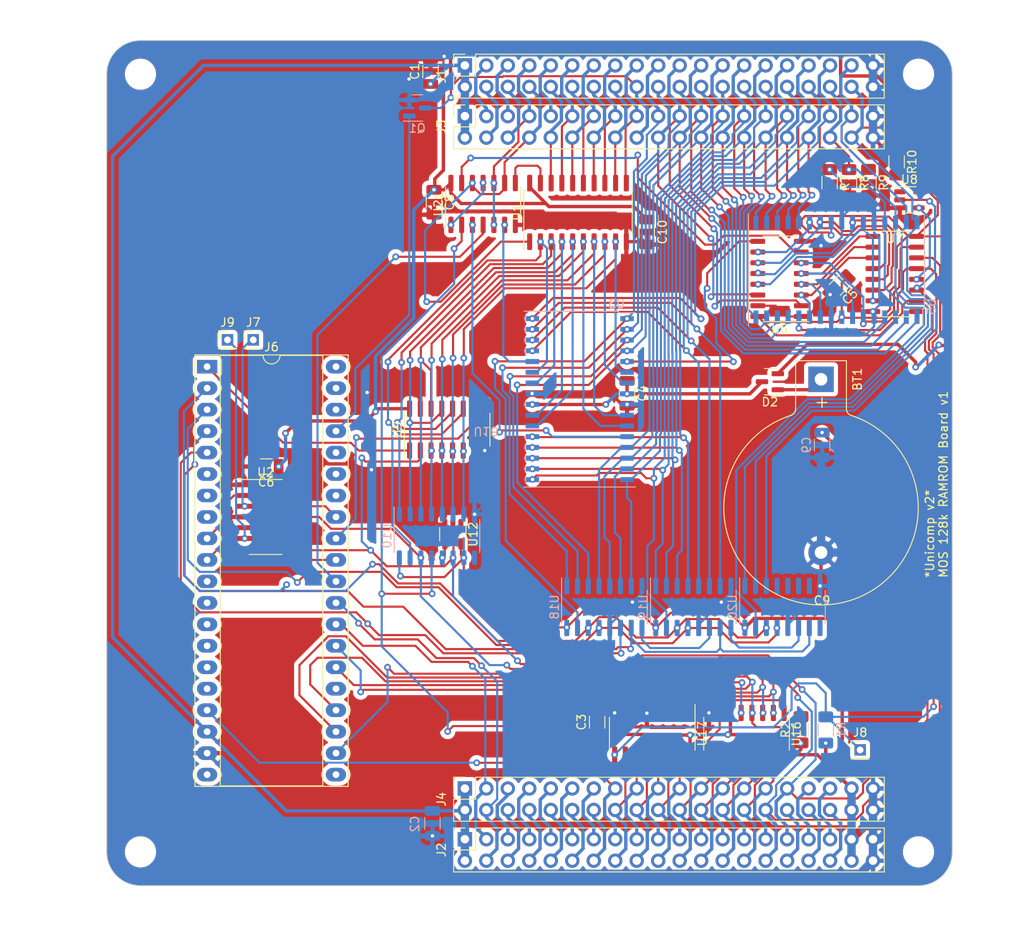
<source format=kicad_pcb>
(kicad_pcb (version 20221018) (generator pcbnew)
  (layers (0 "F.Cu" signal) (31 "B.Cu" signal) (34 "B.Paste" user) (35 "F.Paste" user) (36 "B.SilkS" user "B.Silkscreen") (37 "F.SilkS" user "F.Silkscreen") (38 "B.Mask" user) (39 "F.Mask" user) (44 "Edge.Cuts" user))
  (net 0 "")
  (net 1 "/~{RST}")
  (net 2 "GND")
  (net 3 "/D7")
  (net 4 "/D6")
  (net 5 "/D5")
  (net 6 "/D4")
  (net 7 "/D3")
  (net 8 "/D2")
  (net 9 "/D1")
  (net 10 "/D0")
  (net 11 "+5V")
  (net 12 "/A15")
  (net 13 "/A14")
  (net 14 "/A13")
  (net 15 "/A12")
  (net 16 "/A11")
  (net 17 "/A10")
  (net 18 "/A9")
  (net 19 "/A8")
  (net 20 "/A7")
  (net 21 "/A6")
  (net 22 "/A5")
  (net 23 "/A4")
  (net 24 "/A3")
  (net 25 "/A2")
  (net 26 "/A1")
  (net 27 "/A0")
  (net 28 "/TDI")
  (net 29 "/TMS")
  (net 30 "/TCK")
  (net 31 "+3V3")
  (net 32 "/TDO")
  (net 33 "/CLKF")
  (net 34 "/CLKS")
  (net 35 "/MOSI")
  (net 36 "/SCK")
  (net 37 "/~{IOWR}")
  (net 38 "/~{MWR}")
  (net 39 "/~{MRD}")
  (net 40 "/R{slash}~{W}_e")
  (net 41 "/~{IORD}")
  (net 42 "/PHI2_e")
  (net 43 "/PHI1_e")
  (net 44 "/~{PH0}")
  (net 45 "/PH0")
  (net 46 "/RX1")
  (net 47 "/RES1")
  (net 48 "/TX1")
  (net 49 "/RES0")
  (net 50 "/TX3")
  (net 51 "/RX3")
  (net 52 "/TX2")
  (net 53 "/RX2")
  (net 54 "/Bus/TDRTN")
  (net 55 "Net-(U7-RCLK)")
  (net 56 "Net-(U5-I{slash}O0)")
  (net 57 "Net-(U5-I{slash}O1)")
  (net 58 "Net-(U5-I{slash}O2)")
  (net 59 "Net-(U5-I{slash}O3)")
  (net 60 "Net-(U5-I{slash}O4)")
  (net 61 "Net-(U5-I{slash}O5)")
  (net 62 "Net-(U5-I{slash}O6)")
  (net 63 "Net-(U5-I{slash}O7)")
  (net 64 "/A16")
  (net 65 "/A17")
  (net 66 "/A18")
  (net 67 "/A19")
  (net 69 "/~{CSRAM}")
  (net 70 "/CD7")
  (net 71 "/CD6")
  (net 72 "/CD5")
  (net 73 "/CD4")
  (net 74 "/CD3")
  (net 75 "/CD2")
  (net 76 "/CD1")
  (net 77 "/CD0")
  (net 78 "Net-(U1-CE)")
  (net 79 "Net-(BT1-+)")
  (net 80 "Net-(C4-Pad1)")
  (net 81 "Net-(U3-~{WE})")
  (net 82 "/~{WP}")
  (net 83 "/~{RAMWE14}")
  (net 84 "/~{RAMWE13}")
  (net 85 "/~{RAMWE12}")
  (net 86 "/~{RAMWE11}")
  (net 87 "/~{RAMWE10}")
  (net 88 "/~{RAMWE9}")
  (net 89 "/~{RAMWE8}")
  (net 90 "/~{RAMWE7}")
  (net 91 "/~{RAMWE6}")
  (net 92 "/~{RAMWE5}")
  (net 93 "/~{RAMWE4}")
  (net 94 "/~{RAMWE3}")
  (net 95 "/~{RAMWE2}")
  (net 96 "/~{RAMWE1}")
  (net 97 "/~{RAMWE0}")
  (net 98 "/~{RAMWE15}")
  (net 99 "/OFF{slash}ON")
  (net 100 "/SEL0")
  (net 101 "/SEL1")
  (net 102 "/SEL2")
  (net 103 "/SEL4")
  (net 104 "Net-(U18-~{RCO})")
  (net 105 "/~{MRC}")
  (net 106 "/CNT")
  (net 107 "/CPR")
  (net 108 "/~{CNTOE}")
  (net 109 "Net-(U19-~{RCO})")
  (net 115 "/~{PLD}")
  (net 116 "/uA9")
  (net 117 "/uA10")
  (net 118 "/uA11")
  (net 119 "/~{uMWR}")
  (net 120 "/~{uMRD}")
  (net 121 "/B3")
  (net 122 "/B4")
  (net 123 "/B5")
  (net 124 "/B6")
  (net 125 "/B7")
  (net 126 "/B8")
  (net 127 "/~{BUSFREE}")
  (net 129 "/VB")
  (net 130 "/~{STMRST}")
  (net 131 "/~{DATOE}")
  (net 132 "/uSCK")
  (net 133 "/UMISO")
  (net 134 "/uMOSI")
  (net 135 "/B0")
  (net 136 "/B1")
  (net 137 "/B2")
  (net 138 "/B10")
  (net 145 "Net-(U10-RCLK)")
  (net 146 "Net-(U21-Pad1)")
  (net 147 "Net-(J7-Pin_1)")
  (net 148 "Net-(J9-Pin_1)")
  (net 149 "Net-(U3-~{OE})")
  (footprint "Package_TO_SOT_SMD:SOT-23" (layer "F.Cu") (at 175.768 85.725 180)
    (fp_text reference "D2")
    (fp_text value "BAT54C")
  )
  (footprint "Connector_PinSocket_2.54mm:PinSocket_2x20_P2.54mm_Vertical" (layer "F.Cu") (at 139.7 48.303005 90)
    (fp_text reference "J1")
    (fp_text value "BUS")
  )
  (footprint "Capacitor_SMD:C_1206_3216Metric" (layer "F.Cu") (at 116.205 95.758 180)
    (fp_text reference "C6")
    (fp_text value "100n")
  )
  (footprint "Package_DIP:DIP-40_W15.24mm_Socket_LongPads" (layer "F.Cu") (at 109.22 83.947)
    (fp_text reference "J6")
    (fp_text value "STM32F411")
  )
  (footprint "Battery:BatteryHolder_Keystone_103_1x20mm" (layer "F.Cu") (at 181.813201 85.438399 -90)
    (fp_text reference "BT1")
    (fp_text value "Battery_Cell")
  )
  (footprint "Connector_PinHeader_2.00mm:PinHeader_1x01_P2.00mm_Vertical" (layer "F.Cu") (at 114.681 80.772)
    (fp_text reference "J7")
    (fp_text value ".")
  )
  (footprint "Capacitor_SMD:C_1206_3216Metric" (layer "F.Cu") (at 161.2138 68.0194 -90)
    (fp_text reference "C10")
    (fp_text value "100n")
  )
  (footprint "Connector_PinSocket_2.54mm:PinSocket_2x20_P2.54mm_Vertical" (layer "F.Cu") (at 139.7 133.849005 90)
    (fp_text reference "J4")
    (fp_text value "BUS")
  )
  (footprint "Resistor_SMD:R_1206_3216Metric_Pad1.30x1.75mm_HandSolder" (layer "F.Cu") (at 179.451 126.899 90)
    (fp_text reference "R2")
    (fp_text value "10k")
  )
  (footprint "Package_SO:SO-16_3.9x9.9mm_P1.27mm" (layer "F.Cu") (at 176.907841 73.560471 180)
    (fp_text reference "U6")
    (fp_text value "74LVC253")
  )
  (footprint "Package_SO:SOIC-16_3.9x9.9mm_P1.27mm" (layer "F.Cu") (at 173.005 127.3754 -90)
    (fp_text reference "U16")
    (fp_text value "74LVC138")
  )
  (footprint "Package_TO_SOT_SMD:SOT-23-5" (layer "F.Cu") (at 192.263241 64.2112)
    (fp_text reference "U8")
    (fp_text value "74AHC1G14")
  )
  (footprint "Package_SO:SOIC-14_3.9x8.7mm_P1.27mm" (layer "F.Cu") (at 141.859 64.6938 90)
    (fp_text reference "U21")
    (fp_text value "74LS08")
  )
  (footprint "Capacitor_SMD:C_1206_3216Metric" (layer "F.Cu") (at 158.877 87.0966 -90)
    (fp_text reference "C4")
    (fp_text value "100n")
  )
  (footprint "Package_TO_SOT_SMD:SOT-23-5" (layer "F.Cu") (at 138.2776 103.7693 -90)
    (fp_text reference "U12")
    (fp_text value "74AHC1G14")
  )
  (footprint "Package_SO:SOIC-16_3.9x9.9mm_P1.27mm" (layer "F.Cu") (at 161.8544 127.3754 -90)
    (fp_text reference "U17")
    (fp_text value "74LVC138")
  )
  (footprint "Capacitor_SMD:C_1206_3216Metric" (layer "F.Cu") (at 183.930458 74.372783 -135)
    (fp_text reference "C5")
    (fp_text value "100n")
  )
  (footprint "Resistor_SMD:R_1206_3216Metric_Pad1.30x1.75mm_HandSolder" (layer "F.Cu") (at 185.1152 62.1786 -90)
    (fp_text reference "R8")
    (fp_text value "10k")
  )
  (footprint "Connector_PinSocket_2.54mm:PinSocket_2x20_P2.54mm_Vertical" (layer "F.Cu") (at 139.7 139.849005 90)
    (fp_text reference "J2")
    (fp_text value "BUS")
  )
  (footprint "Connector_PinHeader_2.00mm:PinHeader_1x01_P2.00mm_Vertical" (layer "F.Cu") (at 111.633 80.772)
    (fp_text reference "J9")
    (fp_text value ".")
  )
  (footprint "Resistor_SMD:R_1206_3216Metric_Pad1.30x1.75mm_HandSolder" (layer "F.Cu") (at 190.754 59.7148 -90)
    (fp_text reference "R10")
    (fp_text value "10k")
  )
  (footprint "MountingHole:MountingHole_3.2mm_M3" (layer "F.Cu") (at 193.34 49.346005)
    (fp_text reference "H3" hide)
    (fp_text value "MountingHole" hide)
  )
  (footprint "Resistor_SMD:R_1206_3216Metric_Pad1.30x1.75mm_HandSolder" (layer "F.Cu") (at 182.8292 62.1798 -90)
    (fp_text reference "R7")
    (fp_text value "10k")
  )
  (footprint "Package_SO:SOIC-14_3.9x8.7mm_P1.27mm" (layer "F.Cu") (at 116.14 101.727)
    (fp_text reference "U2")
    (fp_text value "74LS125")
  )
  (footprint "Connector_PinSocket_2.54mm:PinSocket_2x20_P2.54mm_Vertical" (layer "F.Cu") (at 139.7 54.303005 90)
    (fp_text reference "J3")
    (fp_text value "BUS" hide)
  )
  (footprint "Resistor_SMD:R_1206_3216Metric_Pad1.30x1.75mm_HandSolder" (layer "F.Cu") (at 187.4266 62.1532 -90)
    (fp_text reference "R9")
    (fp_text value "10k")
  )
  (footprint "Package_SO:SO-20_5.3x12.6mm_P1.27mm" (layer "F.Cu") (at 153.077 65.6925 90)
    (fp_text reference "U1")
    (fp_text value "SN74LVC245ANSR")
  )
  (footprint "MountingHole:MountingHole_3.2mm_M3" (layer "F.Cu") (at 101.34 49.346005)
    (fp_text reference "H1" hide)
    (fp_text value "MountingHole" hide)
  )
  (footprint "Package_SO:SO-16_3.9x9.9mm_P1.27mm" (layer "F.Cu") (at 190.522241 72.976271)
    (fp_text reference "U7")
    (fp_text value "74LVC595")
  )
  (footprint "Capacitor_SMD:C_1206_3216Metric" (layer "F.Cu") (at 135.636 49.022 90)
    (fp_text reference "C1")
    (fp_text value "100n")
  )
  (footprint "Connector_PinHeader_2.00mm:PinHeader_1x01_P2.00mm_Vertical" (layer "F.Cu") (at 186.436 129.286)
    (fp_text reference "J8")
    (fp_text value ".")
  )
  (footprint "Package_SO:SOIC-16_3.9x9.9mm_P1.27mm" (layer "F.Cu") (at 137.6045 91.392362 90)
    (fp_text reference "U9")
    (fp_text value "74LS165")
  )
  (footprint "MountingHole:MountingHole_3.2mm_M3" (layer "F.Cu") (at 101.34 141.346005)
    (fp_text reference "H2" hide)
    (fp_text value "MountingHole" hide)
  )
  (footprint "Capacitor_SMD:C_1206_3216Metric" (layer "F.Cu") (at 155.339481 125.995811 90)
    (fp_text reference "C3")
    (fp_text value "100n")
  )
  (footprint "Capacitor_SMD:C_1206_3216Metric" (layer "F.Cu") (at 136.0424 64.4906 -90)
    (fp_text reference "C8")
    (fp_text value "100n")
  )
  (footprint "MountingHole:MountingHole_3.2mm_M3" (layer "F.Cu") (at 193.34 141.346005)
    (fp_text reference "H4" hide)
    (fp_text value "MountingHole" hide)
  )
  (footprint "Capacitor_SMD:C_1206_3216Metric" (layer "B.Cu") (at 135.8646 137.9746 -90)
    (fp_text reference "C2")
    (fp_text value "100n")
  )
  (footprint "Package_SO:TSOP-II-32_21.0x10.2mm_P1.27mm" (layer "B.Cu") (at 183.638841 72.493671 90)
    (fp_text reference "U5")
    (fp_text value "IS63LV1024L-10TL" hide)
  )
  (footprint "Capacitor_SMD:C_1206_3216Metric" (layer "B.Cu") (at 181.9402 93.2162 -90)
    (fp_text reference "C9")
    (fp_text value "100n")
  )
  (footprint "Package_SO:SO-16_3.9x9.9mm_P1.27mm" (layer "B.Cu") (at 136.398 103.978 -90)
    (fp_text reference "U10")
    (fp_text value "74LVC595")
  )
  (footprint "Package_SO:TSOP-II-32_21.0x10.2mm_P1.27mm" (layer "B.Cu") (at 153.277 87.7824 180)
    (fp_text reference "U3")
    (fp_text value "IS63LV1024L-10TL")
  )
  (footprint "Package_SO:SOIC-16_3.9x9.9mm_P1.27mm" (layer "B.Cu") (at 156.196925 112.376475 -90)
    (fp_text reference "U18")
    (fp_text value "74HC590")
  )
  (footprint "Package_TO_SOT_SMD:SOT-23" (layer "B.Cu") (at 134.0635 53.34)
    (fp_text reference "Q1")
    (fp_text value "PMV450ENEAR")
  )
  (footprint "Package_SO:SOIC-16_3.9x9.9mm_P1.27mm" (layer "B.Cu") (at 166.712525 112.376475 -90)
    (fp_text reference "U19")
    (fp_text value "74HC590")
  )
  (footprint "Package_SO:SOIC-16_3.9x9.9mm_P1.27mm" (layer "B.Cu") (at 177.253525 112.365275 -90)
    (fp_text reference "U20")
    (fp_text value "74HC590")
  )
  (footprint "Resistor_SMD:R_1206_3216Metric_Pad1.30x1.75mm_HandSolder" (layer "B.Cu") (at 182.372 126.9238 90)
    (fp_text reference "R1")
    (fp_text value "10k")
  )
  (gr_line (start 97.34 49.346005) (end 97.34 141.346005) (stroke (width 0.1)) (layer "Edge.Cuts"))
  (gr_arc (start 97.34 49.346005) (mid 98.511573 46.517578) (end 101.34 45.346005) (stroke (width 0.1)) (layer "Edge.Cuts"))
  (gr_arc (start 193.34 45.346005) (mid 196.168427 46.517578) (end 197.34 49.346005) (stroke (width 0.1)) (layer "Edge.Cuts"))
  (gr_arc (start 197.34 141.346005) (mid 196.168427 144.174432) (end 193.34 145.346005) (stroke (width 0.1)) (layer "Edge.Cuts"))
  (gr_line (start 197.34 141.351) (end 197.34 49.346005) (stroke (width 0.1)) (layer "Edge.Cuts"))
  (gr_line (start 193.34 45.346005) (end 101.34 45.346005) (stroke (width 0.1)) (layer "Edge.Cuts"))
  (gr_arc (start 101.34 145.346005) (mid 98.511573 144.174432) (end 97.34 141.346005) (stroke (width 0.1)) (layer "Edge.Cuts"))
  (gr_line (start 193.34 145.346005) (end 101.34 145.346005) (stroke (width 0.1)) (layer "Edge.Cuts"))
  (gr_text "U18" (at 142.1947 91.595562 180) (layer "B.SilkS") (effects (font (size 1 1)) (justify mirror)))
  (gr_text "*Unicomp v2*\nMOS 128k RAMROM Board v1" (at 195.4784 109.0168 90) (layer "F.SilkS") (effects (font (size 1 1)) (justify left)))
  (gr_text "C9" (at 181.931325 111.614475) (layer "F.SilkS") (effects (font (size 1 1))))
  (segment (start 138.049 50.832304) (end 138.049 52.1208) (width 0.25) (layer "F.Cu") (net 1))
  (segment (start 139.213299 49.668005) (end 138.049 50.832304) (width 0.25) (layer "F.Cu") (net 1))
  (segment (start 144.2212 49.5808) (end 144.133995 49.668005) (width 0.25) (layer "F.Cu") (net 1))
  (segment (start 158.757795 49.5808) (end 160.02 50.843005) (width 0.25) (layer "F.Cu") (net 1))
  (segment (start 144.2212 49.5808) (end 158.757795 49.5808) (width 0.25) (layer "F.Cu") (net 1))
  (segment (start 144.133995 49.668005) (end 139.213299 49.668005) (width 0.25) (layer "F.Cu") (net 1))
  (via (at 138.049 52.1208) (size 0.8) (drill 0.4) (layers "F.Cu" "B.Cu") (net 1))
  (segment (start 161.273253 53.298339) (end 161.273253 55.505419) (width 0.4) (layer "B.Cu") (net 1))
  (segment (start 161.273253 55.505419) (end 160.02 56.758672) (width 0.4) (layer "B.Cu") (net 1))
  (segment (start 160.02 50.843005) (end 160.02 52.045086) (width 0.4) (layer "B.Cu") (net 1))
  (segment (start 136.8298 53.34) (end 138.049 52.1208) (width 0.25) (layer "B.Cu") (net 1))
  (segment (start 135.001 53.34) (end 136.8298 53.34) (width 0.25) (layer "B.Cu") (net 1))
  (segment (start 160.02 52.045086) (end 161.273253 53.298339) (width 0.4) (layer "B.Cu") (net 1))
  (segment (start 156.972 87.122) (end 147.6502 87.122) (width 0.4) (layer "F.Cu") (net 2))
  (segment (start 158.2574 88.4074) (end 156.972 87.122) (width 0.4) (layer "F.Cu") (net 2))
  (segment (start 134.4295 88.917362) (end 134.4295 87.769467) (width 0.4) (layer "F.Cu") (net 2))
  (segment (start 123.514 95.447) (end 126.435 95.447) (width 0.4) (layer "F.Cu") (net 2))
  (segment (start 176.441041 76.735471) (end 174.332841 76.735471) (width 0.25) (layer "F.Cu") (net 2))
  (segment (start 157.5132 65.7938) (end 161.2138 69.4944) (width 0.4) (layer "F.Cu") (net 2))
  (segment (start 137.3276 101.651462) (end 137.3276 102.6318) (width 0.25) (layer "F.Cu") (net 2))
  (segment (start 142.0495 95.3135) (end 141.224 96.139) (width 0.4) (layer "F.Cu") (net 2))
  (segment (start 114.73 96.852) (end 113.665 97.917) (width 0.4) (layer "F.Cu") (net 2))
  (segment (start 170.022249 111.799999) (end 159.506651 111.799999) (width 0.25) (layer "F.Cu") (net 2))
  (segment (start 136.934537 47.547) (end 137.250337 47.2312) (width 0.4) (layer "F.Cu") (net 2))
  (segment (start 181.810041 69.623471) (end 181.381033 69.194463) (width 0.25) (layer "F.Cu") (net 2))
  (segment (start 189.9784 61.2648) (end 188.81 60.0964) (width 0.25) (layer "F.Cu") (net 2))
  (segment (start 134.336 48.847) (end 134.336 49.911) (width 0.4) (layer "F.Cu") (net 2))
  (segment (start 140.843 101.402978) (end 140.712984 101.272962) (width 0.25) (layer "F.Cu") (net 2))
  (segment (start 113.665 105.537) (end 115.189 105.537) (width 0.25) (layer "F.Cu") (net 2))
  (segment (start 135.636 47.547) (end 136.934537 47.547) (width 0.4) (layer "F.Cu") (net 2))
  (segment (start 188.81 60.0964) (end 188.81 62.3198) (width 0.4) (layer "F.Cu") (net 2))
  (segment (start 179.482841 78.005471) (end 180.29777 78.005471) (width 0.25) (layer "F.Cu") (net 2))
  (segment (start 159.506651 111.799999) (end 159.50665 111.8) (width 0.25) (layer "F.Cu") (net 2))
  (segment (start 134.336 64.2592) (end 136.0424 65.9656) (width 0.4) (layer "F.Cu") (net 2))
  (segment (start 145.669 67.1688) (end 145.669 65.9208) (width 0.4) (layer "F.Cu") (net 2))
  (segment (start 181.698525 109.890275) (end 181.813201 109.775599) (width 0.4) (layer "F.Cu") (net 2))
  (segment (start 181.813201 109.775599) (end 181.813201 105.928399) (width 0.4) (layer "F.Cu") (net 2))
  (segment (start 188.541041 64.817641) (end 187.4266 63.7032) (width 0.4) (layer "F.Cu") (net 2))
  (segment (start 190.754 61.2648) (end 189.9784 61.2648) (width 0.25) (layer "F.Cu") (net 2))
  (segment (start 128.172467 87.024467) (end 128.143 86.995) (width 0.4) (layer "F.Cu") (net 2))
  (segment (start 137.7061 101.272962) (end 137.3276 101.651462) (width 0.25) (layer "F.Cu") (net 2))
  (segment (start 133.096 49.911) (end 134.336 49.911) (width 0.25) (layer "F.Cu") (net 2))
  (segment (start 180.29777 78.005471) (end 182.887475 75.415766) (width 0.25) (layer "F.Cu") (net 2))
  (segment (start 145.542 65.7938) (end 157.5132 65.7938) (width 0.4) (layer "F.Cu") (net 2))
  (segment (start 191.125741 65.1612) (end 188.541041 65.1612) (width 0.25) (layer "F.Cu") (net 2))
  (segment (start 135.8646 127.773629) (end 135.8646 139.4496) (width 0.4) (layer "F.Cu") (net 2))
  (segment (start 188.541041 65.1612) (end 188.541041 64.817641) (width 0.4) (layer "F.Cu") (net 2))
  (segment (start 136.3998 65.6082) (end 145.3564 65.6082) (width 0.4) (layer "F.Cu") (net 2))
  (segment (start 114.73 95.758) (end 114.73 96.852) (width 0.4) (layer "F.Cu") (net 2))
  (segment (start 158.792 69.155) (end 160.8744 69.155) (width 0.4) (layer "F.Cu") (net 2))
  (segment (start 118.615 102.997) (end 116.586 102.997) (width 0.25) (layer "F.Cu") (net 2))
  (segment (start 116.3955 102.8065) (end 116.3955 102.743) (width 0.25) (layer "F.Cu") (net 2))
  (segment (start 187.96 56.843005) (end 188.81 57.693005) (width 0.4) (layer "F.Cu") (net 2))
  (segment (start 135.636 47.547) (end 134.336 48.847) (width 0.4) (layer "F.Cu") (net 2))
  (segment (start 134.336 49.911) (end 134.336 64.2592) (width 0.4) (layer "F.Cu") (net 2))
  (segment (start 116.03 94.458) (end 122.525 94.458) (width 0.4) (layer "F.Cu") (net 2))
  (segment (start 127.127 96.139) (end 128.651 96.139) (width 0.4) (layer "F.Cu") (net 2))
  (segment (start 145.3564 65.6082) (end 145.542 65.7938) (width 0.4) (layer "F.Cu") (net 2))
  (segment (start 145.669 65.9208) (end 145.542 65.7938) (width 0.4) (layer "F.Cu") (net 2))
  (segment (start 177.711041 78.005471) (end 176.441041 76.735471) (width 0.25) (layer "F.Cu") (net 2))
  (segment (start 147.6502 87.122) (end 146.939 87.122) (width 0.4) (layer "F.Cu") (net 2))
  (segment (start 141.224 96.139) (end 128.651 96.139) (width 0.4) (layer "F.Cu") (net 2))
  (segment (start 114.73 95.758) (end 116.03 94.458) (width 0.4) (layer "F.Cu") (net 2))
  (segment (start 134.4295 87.769467) (end 133.6845 87.024467) (width 0.4) (layer "F.Cu") (net 2))
  (segment (start 181.381033 69.194463) (end 179.561833 69.194463) (width 0.25) (layer "F.Cu") (net 2))
  (segment (start 133.6845 87.024467) (end 128.172467 87.024467) (width 0.4) (layer "F.Cu") (net 2))
  (segment (start 116.586 102.997) (end 116.3955 102.8065) (width 0.25) (layer "F.Cu") (net 2))
  (segment (start 181.269125 110.319675) (end 181.698525 109.890275) (width 0.25) (layer "F.Cu") (net 2))
  (segment (start 116.84 99.187) (end 118.615 99.187) (width 0.4) (layer "F.Cu") (net 2))
  (segment (start 116.3955 102.743) (end 116.3955 101.727) (width 0.25) (layer "F.Cu") (net 2))
  (segment (start 169.989125 111.766875) (end 170.022249 111.799999) (width 0.25) (layer "F.Cu") (net 2))
  (segment (start 157.4094 124.9004) (end 138.737829 124.9004) (width 0.4) (layer "F.Cu") (net 2))
  (segment (start 116.3955 104.3305) (end 116.3955 102.743) (width 0.25) (layer "F.Cu") (net 2))
  (segment (start 138.737829 124.9004) (end 135.8646 127.773629) (width 0.4) (layer "F.Cu") (net 2))
  (segment (start 140.712984 101.272962) (end 137.7061 101.272962) (width 0.25) (layer "F.Cu") (net 2))
  (segment (start 122.525 94.458) (end 123.514 95.447) (width 0.4) (layer "F.Cu") (net 2))
  (segment (start 169.989125 110.319675) (end 169.989125 111.766875) (width 0.25) (layer "F.Cu") (net 2))
  (segment (start 188.81 62.3198) (end 187.4266 63.7032) (width 0.4) (layer "F.Cu") (net 2))
  (segment (start 142.0495 92.0115) (end 142.0495 93.867362) (width 0.4) (layer "F.Cu") (net 2))
  (segment (start 188.81 57.693005) (end 188.81 60.0964) (width 0.4) (layer "F.Cu") (net 2))
  (segment (start 146.939 87.122) (end 142.0495 92.0115) (width 0.4) (layer "F.Cu") (net 2))
  (segment (start 126.435 95.447) (end 127.127 96.139) (width 0.4) (layer "F.Cu") (net 2))
  (segment (start 169.989125 110.319675) (end 181.269125 110.319675) (width 0.25) (layer "F.Cu") (net 2))
  (segment (start 116.3955 98.7425) (end 116.84 99.187) (width 0.4) (layer "F.Cu") (net 2))
  (segment (start 115.57 97.917) (end 116.3955 98.7425) (width 0.4) (layer "F.Cu") (net 2))
  (segment (start 113.665 97.917) (end 115.57 97.917) (width 0.4) (layer "F.Cu") (net 2))
  (segment (start 169.7228 88.4074) (end 158.877 88.4074) (width 0.4) (layer "F.Cu") (net 2))
  (segment (start 116.3955 101.727) (end 116.3955 98.7425) (width 0.25) (layer "F.Cu") (net 2))
  (segment (start 113.665 101.727) (end 116.3955 101.727) (width 0.25) (layer "F.Cu") (net 2))
  (segment (start 179.482841 78.005471) (end 177.711041 78.005471) (width 0.25) (layer "F.Cu") (net 2))
  (segment (start 181.813201 100.497801) (end 181.813201 105.928399) (width 0.4) (layer "F.Cu") (net 2))
  (segment (start 169.7228 88.4074) (end 181.813201 100.497801) (width 0.4) (layer "F.Cu") (net 2))
  (segment (start 115.189 105.537) (end 116.3955 104.3305) (width 0.25) (layer "F.Cu") (net 2))
  (segment (start 142.0495 93.867362) (end 142.0495 95.3135) (width 0.4) (layer "F.Cu") (net 2))
  (via (at 188.541041 65.1612) (size 0.8) (drill 0.4) (layers "F.Cu" "B.Cu") (net 2))
  (via (at 135.8646 139.4496) (size 0.8) (drill 0.4) (layers "F.Cu" "B.Cu") (net 2))
  (via (at 147.6502 87.122) (size 0.8) (drill 0.4) (layers "F.Cu" "B.Cu") (net 2))
  (via (at 181.810041 69.623471) (size 0.8) (drill 0.4) (layers "F.Cu" "B.Cu") (net 2))
  (via (at 182.887475 75.415766) (size 0.8) (drill 0.4) (layers "F.Cu" "B.Cu") (net 2))
  (via (at 168.56 124.9004) (size 0.8) (drill 0.4) (layers "F.Cu" "B.Cu") (net 2))
  (via (at 128.143 86.995) (size 0.8) (drill 0.4) (layers "F.Cu" "B.Cu") (net 2))
  (via (at 140.843 101.402978) (size 0.8) (drill 0.4) (layers "F.Cu" "B.Cu") (net 2))
  (via (at 137.250337 47.2312) (size 0.8) (drill 0.4) (layers "F.Cu" "B.Cu") (net 2))
  (via (at 170.022249 111.799999) (size 0.8) (drill 0.4) (layers "F.Cu" "B.Cu") (net 2))
  (via (at 161.2194 124.937) (size 0.8) (drill 0.4) (layers "F.Cu" "B.Cu") (net 2))
  (via (at 157.4094 124.9004) (size 0.8) (drill 0.4) (layers "F.Cu" "B.Cu") (net 2))
  (via (at 158.877 88.4074) (size 0.8) (drill 0.4) (layers "F.Cu" "B.Cu") (net 2))
  (via (at 142.0495 93.867362) (size 0.8) (drill 0.4) (layers "F.Cu" "B.Cu") (net 2))
  (via (at 159.50665 111.8) (size 0.8) (drill 0.4) (layers "F.Cu" "B.Cu") (net 2))
  (via (at 181.698525 109.890275) (size 0.8) (drill 0.4) (layers "F.Cu" "B.Cu") (net 2))
  (via (at 187.947241 77.421293) (size 0.8) (drill 0.4) (layers "F.Cu" "B.Cu") (net 2))
  (via (at 133.096 49.911) (size 0.8) (drill 0.4) (layers "F.Cu" "B.Cu") (net 2))
  (via (at 128.651 96.139) (size 0.8) (drill 0.4) (layers "F.Cu" "B.Cu") (net 2))
  (segment (start 156.831925 114.474724) (end 159.50665 111.8) (width 0.25) (layer "B.Cu") (net 2))
  (segment (start 188.083841 66.393671) (end 188.083841 65.884441) (width 0.25) (layer "B.Cu") (net 2))
  (segment (start 187.96 48.26) (end 187.96 50.8) (width 1) (layer "B.Cu") (net 2))
  (segment (start 183.258929 69.623471) (end 181.810041 69.623471) (width 0.25) (layer "B.Cu") (net 2))
  (segment (start 142.0495 100.196478) (end 140.843 101.402978) (width 0.25) (layer "B.Cu") (net 2))
  (segment (start 135.857 139.4572) (end 135.857 142.389005) (width 0.25) (layer "B.Cu") (net 2))
  (segment (start 167.347525 114.474724) (end 169.933349 111.888899) (width 0.25) (layer "B.Cu") (net 2))
  (segment (start 135.7412 139.573) (end 135.8646 139.4496) (width 0.4) (layer "B.Cu") (net 2))
  (segment (start 184.263841 68.618559) (end 183.258929 69.623471) (width 0.25) (layer "B.Cu") (net 2))
  (segment (start 196.84 113.284) (end 196.84 131.7498) (width 1) (layer "B.Cu") (net 2))
  (segment (start 187.132441 80.137) (end 183.805041 80.137) (width 0.25) (layer "B.Cu") (net 2))
  (segment (start 184.263841 66.893671) (end 184.263841 68.618559) (width 0.25) (layer "B.Cu") (net 2))
  (segment (start 188.083841 65.6184) (end 188.541041 65.1612) (width 0.25) (layer "B.Cu") (net 2))
  (segment (start 180.58305 111.769) (end 181.698525 110.653524) (width 0.25) (layer "B.Cu") (net 2))
  (segment (start 151.384 143.939005) (end 138.43 143.939005) (width 1) (layer "B.Cu") (net 2))
  (segment (start 188.740795 139.849005) (end 187.96 139.849005) (width 1) (layer "B.Cu") (net 2))
  (segment (start 183.805041 80.137) (end 183.013841 79.3458) (width 0.25) (layer "B.Cu") (net 2))
  (segment (start 168.56 124.9004) (end 168.5234 124.937) (width 0.4) (layer "B.Cu") (net 2))
  (segment (start 171.157525 110.664724) (end 171.157525 109.901475) (width 0.25) (layer "B.Cu") (net 2))
  (segment (start 156.831925 114.851475) (end 156.831925 114.474724) (width 0.25) (layer "B.Cu") (net 2))
  (segment (start 187.96 142.389005) (end 186.41 143.939005) (width 1) (layer "B.Cu") (net 2))
  (segment (start 133.126 49.941) (end 133.096 49.911) (width 0.25) (layer "B.Cu") (net 2))
  (segment (start 157.446 124.937) (end 157.4094 124.9004) (width 0.4) (layer "B.Cu") (net 2))
  (segment (start 181.813201 105.928399) (end 181.813201 94.818199) (width 1) (layer "B.Cu") (net 2))
  (segment (start 186.41 143.939005) (end 151.384 143.939005) (width 1) (layer "B.Cu") (net 2))
  (segment (start 128.778 90.179305) (end 128.778 96.012) (width 0.4) (layer "B.Cu") (net 2))
  (segment (start 170.022249 111.799999) (end 171.157525 110.664724) (width 0.25) (layer "B.Cu") (net 2))
  (segment (start 188.083841 78.093671) (end 188.083841 79.1856) (width 0.25) (layer "B.Cu") (net 2))
  (segment (start 181.698525 110.653524) (end 181.698525 109.890275) (width 0.25) (layer "B.Cu") (net 2))
  (segment (start 181.813201 94.818199) (end 181.9402 94.6912) (width 1) (layer "B.Cu") (net 2))
  (segment (start 183.013841 75.542132) (end 182.887475 75.415766) (width 0.25) (layer "B.Cu") (net 2))
  (segment (start 128.143 89.544305) (end 128.778 90.179305) (width 0.4) (layer "B.Cu") (net 2))
  (segment (start 159.50665 111.8) (end 160.641925 110.664724) (width 0.25) (layer "B.Cu") (net 2))
  (segment (start 160.641925 110.664724) (end 160.641925 109.901475) (width 0.25) (layer "B.Cu") (net 2))
  (segment (start 188.083841 68.0836) (end 188.707241 68.707) (width 0.25) (layer "B.Cu") (net 2))
  (segment (start 188.707241 68.707) (end 188.707241 76.661293) (width 0.25) (layer "B.Cu") (net 2))
  (segment (start 161.2194 124.937) (end 157.446 124.937) (width 0.4) (layer "B.Cu") (net 2))
  (segment (start 135.857 142.389005) (end 137.407 143.939005) (width 1) (layer "B.Cu") (net 2))
  (segment (start 183.013841 79.3458) (end 183.013841 78.093671) (width 0.25) (layer "B.Cu") (net 2))
  (segment (start 187.6044 65.405) (end 185.114112 65.405) (width 0.25) (layer "B.Cu") (net 2))
  (segment (start 187.963253 56.849864) (end 187.963253 54.309864) (width 1) (layer "B.Cu") (net 2))
  (segment (start 119.126 139.573) (end 135.7412 139.573) (width 0.4) (layer "B.Cu") (net 2))
  (segment (start 138.6078 46.753005) (end 138.129605 47.2312) (width 0.4) (layer "B.Cu") (net 2))
  (segment (start 185.114112 65.405) (end 184.263841 66.255271) (width 0.25) (layer "B.Cu") (net 2))
  (segment (start 183.013841 78.093671) (end 183.013841 75.542132) (width 0.25) (layer "B.Cu") (net 2))
  (segment (start 169.933349 111.888899) (end 170.022249 111.799999) (width 0.25) (layer "B.Cu") (net 2))
  (segment (start 168.5234 124.937) (end 161.2194 124.937) (width 0.4) (layer "B.Cu") (net 2))
  (segment (start 188.083841 66.893671) (end 188.083841 68.0836) (width 0.25) (layer "B.Cu") (net 2))
  (segment (start 196.84 131.7498) (end 188.740795 139.849005) (width 1) (layer "B.Cu") (net 2))
  (segment (start 188.083841 79.1856) (end 187.132441 80.137) (width 0.25) (layer "B.Cu") (net 2))
  (segment (start 196.84 98.9076) (end 189.819201 105.928399) (width 1) (layer "B.Cu") (net 2))
  (segment (start 177.888525 114.463524) (end 180.58305 111.769) (width 0.25) (layer "B.Cu") (net 2))
  (segment (start 187.96 48.303005) (end 186.41 46.753005) (width 1) (layer "B.Cu") (net 2))
  (segment (start 186.41 46.753005) (end 138.6078 46.753005) (width 1) (layer "B.Cu") (net 2))
  (segment (start 142.0495 93.867362) (end 142.0495 100.196478) (width 0.25) (layer "B.Cu") (net 2))
  (segment (start 189.819201 105.928399) (end 181.813201 105.928399) (width 1) (layer "B.Cu") (net 2))
  (segment (start 138.129605 47.2312) (end 137.250337 47.2312) (width 0.4) (layer "B.Cu") (net 2))
  (segment (start 196.84 59.723005) (end 196.84 98.9076) (width 1) (layer "B.Cu") (net 2))
  (segment (start 196.84 98.9076) (end 196.84 113.284) (width 1) (layer "B.Cu") (net 2))
  (segment (start 177.888525 114.840275) (end 177.888525 114.463524) (width 0.25) (layer "B.Cu") (net 2))
  (segment (start 128.778 96.012) (end 128.651 96.139) (width 0.4) (layer "B.Cu") (net 2))
  (segment (start 137.407 143.939005) (end 138.43 143.939005) (width 1) (layer "B.Cu") (net 2))
  (segment (start 188.083841 66.893671) (end 188.083841 65.6184) (width 0.25) (layer "B.Cu") (net 2))
  (segment (start 188.083841 65.884441) (end 187.6044 65.405) (width 0.25) (layer "B.Cu") (net 2))
  (segment (start 187.96 50.843005) (end 196.84 59.723005) (width 1) (layer "B.Cu") (net 2))
  (segment (start 188.707241 76.661293) (end 187.947241 77.421293) (width 0.25) (layer "B.Cu") (net 2))
  (segment (start 109.22 129.667) (end 119.126 139.573) (width 0.4) (layer "B.Cu") (net 2))
  (segment (start 128.143 86.995) (end 128.143 89.544305) (width 0.4) (layer "B.Cu") (net 2))
  (segment (start 187.96 133.849005) (end 187.96 142.389005) (width 1) (layer "B.Cu") (net 2))
  (segment (start 187.963253 54.309864) (end 187.963253 48.309864) (width 1) (layer "B.Cu") (net 2))
  (segment (start 133.126 52.39) (end 133.126 49.941) (width 0.25) (layer "B.Cu") (net 2))
  (segment (start 167.347525 114.851475) (end 167.347525 114.474724) (width 0.25) (layer "B.Cu") (net 2))
  (segment (start 158.704986 62.142986) (end 158.704986 55.618019) (width 0.25) (layer "F.Cu") (net 3))
  (segment (start 158.704986 55.618019) (end 160.02 54.303005) (width 0.25) (layer "F.Cu") (net 3))
  (segment (start 158.77 51.963) (end 160.02 53.213) (width 0.4) (layer "B.Cu") (net 3))
  (segment (start 158.77 49.553005) (end 158.77 51.963) (width 0.4) (layer "B.Cu") (net 3))
  (segment (start 160.02 53.213) (end 160.02 54.303005) (width 0.4) (layer "B.Cu") (net 3))
  (segment (start 160.02 48.303005) (end 158.77 49.553005) (width 0.4) (layer "B.Cu") (net 3))
  (segment (start 157.48 62.188) (end 157.48 56.843005) (width 0.25) (layer "F.Cu") (net 4))
  (segment (start 157.48 51.689) (end 157.48 50.843005) (width 0.4) (layer "B.Cu") (net 4))
  (segment (start 158.733253 55.388747) (end 158.733253 52.942253) (width 0.4) (layer "B.Cu") (net 4))
  (segment (start 157.483253 56.638747) (end 158.733253 55.388747) (width 0.4) (layer "B.Cu") (net 4))
  (segment (start 158.733253 52.942253) (end 157.48 51.689) (width 0.4) (layer "B.Cu") (net 4))
  (segment (start 156.252 55.531005) (end 157.48 54.303005) (width 0.25) (layer "F.Cu") (net 5))
  (segment (start 156.252 62.23) (end 156.252 55.531005) (width 0.25) (layer "F.Cu") (net 5))
  (segment (start 156.23 49.553005) (end 156.23 51.836) (width 0.4) (layer "B.Cu") (net 5))
  (segment (start 157.48 53.086) (end 157.48 54.303005) (width 0.4) (layer "B.Cu") (net 5))
  (segment (start 157.48 48.303005) (end 156.23 49.553005) (width 0.4) (layer "B.Cu") (net 5))
  (segment (start 156.23 51.836) (end 157.48 53.086) (width 0.4) (layer "B.Cu") (net 5))
  (segment (start 154.94 62.188) (end 154.94 56.843005) (width 0.25) (layer "F.Cu") (net 6))
  (segment (start 154.94 51.816) (end 156.213253 53.089253) (width 0.4) (layer "B.Cu") (net 6))
  (segment (start 156.213253 55.493457) (end 154.943253 56.763457) (width 0.4) (layer "B.Cu") (net 6))
  (segment (start 154.94 50.843005) (end 154.94 51.816) (width 0.4) (layer "B.Cu") (net 6))
  (segment (start 156.213253 53.089253) (end 156.213253 55.493457) (width 0.4) (layer "B.Cu") (net 6))
  (segment (start 153.712 62.23) (end 153.712 55.531005) (width 0.25) (layer "F.Cu") (net 7))
  (segment (start 153.712 55.531005) (end 154.94 54.303005) (width 0.25) (layer "F.Cu") (net 7))
  (segment (start 154.94 53.213) (end 154.94 54.303005) (width 0.4) (layer "B.Cu") (net 7))
  (segment (start 153.69 49.553005) (end 153.69 51.963) (width 0.4) (layer "B.Cu") (net 7))
  (segment (start 154.94 48.303005) (end 153.69 49.553005) (width 0.4) (layer "B.Cu") (net 7))
  (segment (start 153.69 51.963) (end 154.94 53.213) (width 0.4) (layer "B.Cu") (net 7))
  (segment (start 152.4 62.188) (end 152.4 56.843005) (width 0.25) (layer "F.Cu") (net 8))
  (segment (start 153.673253 55.493457) (end 153.673253 52.962253) (width 0.4) (layer "B.Cu") (net 8))
  (segment (start 152.403253 56.763457) (end 153.673253 55.493457) (width 0.4) (layer "B.Cu") (net 8))
  (segment (start 153.673253 52.962253) (end 152.4 51.689) (width 0.4) (layer "B.Cu") (net 8))
  (segment (start 152.4 51.689) (end 152.4 50.843005) (width 0.4) (layer "B.Cu") (net 8))
  (segment (start 151.172 62.23) (end 151.172 55.531005) (width 0.25) (layer "F.Cu") (net 9))
  (segment (start 151.172 55.531005) (end 152.4 54.303005) (width 0.25) (layer "F.Cu") (net 9))
  (segment (start 152.4 52.959) (end 152.4 54.303005) (width 0.4) (layer "B.Cu") (net 9))
  (segment (start 152.403253 48.458869) (end 151.15 49.712122) (width 0.4) (layer "B.Cu") (net 9))
  (segment (start 151.15 49.712122) (end 151.15 51.709) (width 0.4) (layer "B.Cu") (net 9))
  (segment (start 151.15 51.709) (end 152.4 52.959) (width 0.4) (layer "B.Cu") (net 9))
  (segment (start 149.86 62.188) (end 149.86 56.843005) (width 0.25) (layer "F.Cu") (net 10))
  (segment (start 149.863253 56.09729) (end 151.113253 54.84729) (width 0.4) (layer "B.Cu") (net 10))
  (segment (start 151.113253 54.84729) (end 151.113253 52.520781) (width 0.4) (layer "B.Cu") (net 10))
  (segment (start 149.863253 56.723457) (end 149.863253 56.09729) (width 0.4) (layer "B.Cu") (net 10))
  (segment (start 151.113253 52.520781) (end 149.86 51.267528) (width 0.4) (layer "B.Cu") (net 10))
  (via (at 135.636 50.497) (size 0.8) (drill 0.4) (layers "F.Cu" "B.Cu") (net 11))
  (segment (start 135.8646 136.4996) (end 139.589405 136.4996) (width 0.4) (layer "B.Cu") (net 11))
  (segment (start 109.22 127.127) (end 98.044 115.951) (width 0.4) (layer "B.Cu") (net 11))
  (segment (start 135.975195 136.389005) (end 139.7 136.389005) (width 0.25) (layer "B.Cu") (net 11))
  (segment (start 118.5926 136.4996) (end 135.8646 136.4996) (width 0.4) (layer "B.Cu") (net 11))
  (segment (start 139.703253 54.309864) (end 139.703253 48.309864) (width 1) (layer "B.Cu") (net 11))
  (segment (start 139.7 139.7) (end 139.7 133.7) (width 1) (layer "B.Cu") (net 11))
  (segment (start 98.044 59.055) (end 108.795995 48.303005) (width 0.4) (layer "B.Cu") (net 11))
  (segment (start 98.044 115.951) (end 98.044 59.055) (width 0.4) (layer "B.Cu") (net 11))
  (segment (start 139.703253 54.309864) (end 139.703253 56.849864) (width 1) (layer "B.Cu") (net 11))
  (segment (start 139.7 139.7) (end 139.7 142.24) (width 1) (layer "B.Cu") (net 11))
  (segment (start 108.795995 48.303005) (end 139.7 48.303005) (width 0.4) (layer "B.Cu") (net 11))
  (segment (start 137.829995 48.303005) (end 135.636 50.497) (width 0.4) (layer "B.Cu") (net 11))
  (segment (start 109.22 127.127) (end 118.5926 136.4996) (width 0.4) (layer "B.Cu") (net 11))
  (segment (start 139.7 48.303005) (end 137.829995 48.303005) (width 0.4) (layer "B.Cu") (net 11))
  (segment (start 167.132 79.4766) (end 164.0514 76.396) (width 0.25) (layer "F.Cu") (net 12))
  (segment (start 180.34 63.246) (end 180.7464 63.6524) (width 0.25) (layer "F.Cu") (net 12))
  (segment (start 164.0514 76.396) (end 150.8084 76.396) (width 0.25) (layer "F.Cu") (net 12))
  (segment (start 180.34 56.843005) (end 180.34 63.246) (width 0.25) (layer "F.Cu") (net 12))
  (segment (start 150.8084 76.396) (end 147.677 79.5274) (width 0.25) (layer "F.Cu") (net 12))
  (via (at 147.677 79.5274) (size 0.8) (drill 0.4) (layers "F.Cu" "B.Cu") (net 12))
  (via (at 180.7464 63.6524) (size 0.8) (drill 0.4) (layers "F.Cu" "B.Cu") (net 12))
  (via (at 167.132 79.4766) (size 0.8) (drill 0.4) (layers "F.Cu" "B.Cu") (net 12))
  (segment (start 170.019004 62.0848) (end 166.4788 65.625004) (width 0.25) (layer "B.Cu") (net 12))
  (segment (start 175.098205 62.0848) (end 170.019004 62.0848) (width 0.25) (layer "B.Cu") (net 12))
  (segment (start 166.4788 65.625004) (end 166.4788 78.8234) (width 0.25) (layer "B.Cu") (net 12))
  (segment (start 167.132 79.4766) (end 169.887525 82.232125) (width 0.25) (layer "B.Cu") (net 12))
  (segment (start 180.343253 51.137276) (end 181.593253 52.387276) (width 0.4) (layer "B.Cu") (net 12))
  (segment (start 179.193841 65.204959) (end 180.7464 63.6524) (width 0.25) (layer "B.Cu") (net 12))
  (segment (start 180.34 56.843005) (end 175.098205 62.0848) (width 0.25) (layer "B.Cu") (net 12))
  (segment (start 166.4788 78.8234) (end 167.132 79.4766) (width 0.25) (layer "B.Cu") (net 12))
  (segment (start 181.593253 54.84729) (end 180.343253 56.09729) (width 0.4) (layer "B.Cu") (net 12))
  (segment (start 180.343253 56.09729) (end 180.343253 56.759885) (width 0.4) (layer "B.Cu") (net 12))
  (segment (start 179.193841 66.893671) (end 179.193841 65.204959) (width 0.25) (layer "B.Cu") (net 12))
  (segment (start 181.593253 52.387276) (end 181.593253 54.84729) (width 0.4) (layer "B.Cu") (net 12))
  (segment (start 169.887525 82.232125) (end 169.887525 109.901475) (width 0.25) (layer "B.Cu") (net 12))
  (segment (start 151.5124 76.962) (end 162.520311 76.962) (width 0.25) (layer "F.Cu") (net 13))
  (segment (start 147.677 80.7974) (end 151.5124 76.962) (width 0.25) (layer "F.Cu") (net 13))
  (segment (start 180.34 54.303005) (end 179.1208 55.522205) (width 0.25) (layer "F.Cu") (net 13))
  (segment (start 179.1208 55.522205) (end 179.1208 63.0936) (width 0.25) (layer "F.Cu") (net 13))
  (segment (start 179.1208 63.0936) (end 179.6796 63.6524) (width 0.25) (layer "F.Cu") (net 13))
  (segment (start 162.520311 76.962) (end 166.46 80.901689) (width 0.25) (layer "F.Cu") (net 13))
  (via (at 166.46 80.901689) (size 0.8) (drill 0.4) (layers "F.Cu" "B.Cu") (net 13))
  (via (at 179.6796 63.6524) (size 0.8) (drill 0.4) (layers "F.Cu" "B.Cu") (net 13))
  (via (at 147.677 80.7974) (size 0.8) (drill 0.4) (layers "F.Cu" "B.Cu") (net 13))
  (segment (start 179.07 51.512611) (end 179.07 49.573005) (width 0.4) (layer "B.Cu") (net 13))
  (segment (start 177.923841 66.893671) (end 177.923841 65.408159) (width 0.25) (layer "B.Cu") (net 13))
  (segment (start 178.975 55.668005) (end 178.975 57.372) (width 0.25) (layer "B.Cu") (net 13))
  (segment (start 178.975 57.372) (end 174.7122 61.6348) (width 0.25) (layer "B.Cu") (net 13))
  (segment (start 174.7122 61.6348) (end 169.832608 61.6348) (width 0.25) (layer "B.Cu") (net 13))
  (segment (start 169.832608 61.6348) (end 166.0288 65.438608) (width 0.25) (layer "B.Cu") (net 13))
  (segment (start 177.923841 65.408159) (end 179.6796 63.6524) (width 0.25) (layer "B.Cu") (net 13))
  (segment (start 180.343253 52.785864) (end 179.07 51.512611) (width 0.4) (layer "B.Cu") (net 13))
  (segment (start 180.34 54.303005) (end 178.975 55.668005) (width 0.25) (layer "B.Cu") (net 13))
  (segment (start 166.46 80.901689) (end 168.617525 83.059214) (width 0.25) (layer "B.Cu") (net 13))
  (segment (start 166.0288 65.438608) (end 166.0288 80.470489) (width 0.25) (layer "B.Cu") (net 13))
  (segment (start 168.617525 83.059214) (end 168.617525 109.901475) (width 0.25) (layer "B.Cu") (net 13))
  (segment (start 166.0288 80.470489) (end 166.46 80.901689) (width 0.25) (layer "B.Cu") (net 13))
  (segment (start 179.07 49.573005) (end 180.34 48.303005) (width 0.4) (layer "B.Cu") (net 13))
  (segment (start 180.343253 54.458869) (end 180.343253 52.785864) (width 0.4) (layer "B.Cu") (net 13))
  (segment (start 147.677 82.0674) (end 152.2744 77.47) (width 0.25) (layer "F.Cu") (net 14))
  (segment (start 177.8 56.843005) (end 177.8 62.941196) (width 0.25) (layer "F.Cu") (net 14))
  (segment (start 152.2744 77.47) (end 161.3154 77.47) (width 0.25) (layer "F.Cu") (net 14))
  (segment (start 177.8 62.941196) (end 178.543874 63.68507) (width 0.25) (layer "F.Cu") (net 14))
  (segment (start 161.3154 77.47) (end 165.8874 82.042) (width 0.25) (layer "F.Cu") (net 14))
  (via (at 147.677 82.0674) (size 0.8) (drill 0.4) (layers "F.Cu" "B.Cu") (net 14))
  (via (at 165.8874 82.042) (size 0.8) (drill 0.4) (layers "F.Cu" "B.Cu") (net 14))
  (via (at 178.543874 63.68507) (size 0.8) (drill 0.4) (layers "F.Cu" "B.Cu") (net 14))
  (segment (start 179.053253 54.84729) (end 177.803253 56.09729) (width 0.4) (layer "B.Cu") (net 14))
  (segment (start 177.803253 56.09729) (end 177.803253 56.849864) (width 0.4) (layer "B.Cu") (net 14))
  (segment (start 177.8 56.843005) (end 173.458205 61.1848) (width 0.25) (layer "B.Cu") (net 14))
  (segment (start 177.803253 51.388864) (end 179.053253 52.638864) (width 0.4) (layer "B.Cu") (net 14))
  (segment (start 167.347525 83.502125) (end 167.347525 109.901475) (width 0.25) (layer "B.Cu") (net 14))
  (segment (start 165.5788 65.252212) (end 165.5788 81.7334) (width 0.25) (layer "B.Cu") (net 14))
  (segment (start 173.458205 61.1848) (end 169.646212 61.1848) (width 0.25) (layer "B.Cu") (net 14))
  (segment (start 165.8874 82.042) (end 167.347525 83.502125) (width 0.25) (layer "B.Cu") (net 14))
  (segment (start 176.653841 66.893671) (end 176.653841 65.575103) (width 0.25) (layer "B.Cu") (net 14))
  (segment (start 176.653841 65.575103) (end 178.543874 63.68507) (width 0.25) (layer "B.Cu") (net 14))
  (segment (start 179.053253 52.638864) (end 179.053253 54.84729) (width 0.4) (layer "B.Cu") (net 14))
  (segment (start 169.646212 61.1848) (end 165.5788 65.252212) (width 0.25) (layer "B.Cu") (net 14))
  (segment (start 165.5788 81.7334) (end 165.8874 82.042) (width 0.25) (layer "B.Cu") (net 14))
  (segment (start 177.8 54.303005) (end 176.625 55.478005) (width 0.25) (layer "F.Cu") (net 15))
  (segment (start 176.625 62.893106) (end 177.43435 63.702456) (width 0.25) (layer "F.Cu") (net 15))
  (segment (start 147.727812 92.2782) (end 165.481 92.2782) (width 0.25) (layer "F.Cu") (net 15))
  (segment (start 165.481 92.2782) (end 165.5572 92.3544) (width 0.25) (layer "F.Cu") (net 15))
  (segment (start 147.677012 92.2274) (end 147.727812 92.2782) (width 0.25) (layer "F.Cu") (net 15))
  (segment (start 176.625 55.478005) (end 176.625 62.893106) (width 0.25) (layer "F.Cu") (net 15))
  (via (at 147.677012 92.2274) (size 0.8) (drill 0.4) (layers "F.Cu" "B.Cu") (net 15))
  (via (at 165.5572 92.3544) (size 0.8) (drill 0.4) (layers "F.Cu" "B.Cu") (net 15))
  (via (at 177.43435 63.702456) (size 0.8) (drill 0.4) (layers "F.Cu" "B.Cu") (net 15))
  (segment (start 177.803253 52.912864) (end 176.513253 51.622864) (width 0.4) (layer "B.Cu") (net 15))
  (segment (start 176.513253 49.599864) (end 177.803253 48.309864) (width 0.4) (layer "B.Cu") (net 15))
  (segment (start 177.8 55.181304) (end 176.435 56.546304) (width 0.25) (layer "B.Cu") (net 15))
  (segment (start 175.383841 65.752965) (end 177.43435 63.702456) (width 0.25) (layer "B.Cu") (net 15))
  (segment (start 165.1624 91.9596) (end 165.5572 92.3544) (width 0.25) (layer "B.Cu") (net 15))
  (segment (start 173.374506 60.3902) (end 169.804416 60.3902) (width 0.25) (layer "B.Cu") (net 15))
  (segment (start 177.803253 54.309864) (end 177.803253 52.912864) (width 0.4) (layer "B.Cu") (net 15))
  (segment (start 177.8 54.303005) (end 177.8 55.181304) (width 0.25) (layer "B.Cu") (net 15))
  (segment (start 176.513253 51.622864) (end 176.513253 49.599864) (width 0.4) (layer "B.Cu") (net 15))
  (segment (start 176.435 57.329706) (end 173.374506 60.3902) (width 0.25) (layer "B.Cu") (net 15))
  (segment (start 165.1624 81.953396) (end 165.1624 91.9596) (width 0.25) (layer "B.Cu") (net 15))
  (segment (start 176.435 56.546304) (end 176.435 57.329706) (width 0.25) (layer "B.Cu") (net 15))
  (segment (start 165.1288 65.065816) (end 165.1288 81.919796) (width 0.25) (layer "B.Cu") (net 15))
  (segment (start 165.5572 92.3544) (end 166.077525 92.874725) (width 0.25) (layer "B.Cu") (net 15))
  (segment (start 169.804416 60.3902) (end 165.1288 65.065816) (width 0.25) (layer "B.Cu") (net 15))
  (segment (start 166.077525 92.874725) (end 166.077525 109.901475) (width 0.25) (layer "B.Cu") (net 15))
  (segment (start 165.1288 81.919796) (end 165.1624 81.953396) (width 0.25) (layer "B.Cu") (net 15))
  (segment (start 175.383841 66.893671) (end 175.383841 65.752965) (width 0.25) (layer "B.Cu") (net 15))
  (segment (start 147.702392 93.5228) (end 164.719 93.5228) (width 0.25) (layer "F.Cu") (net 16))
  (segment (start 164.719 93.5228) (end 165.0492 93.853) (width 0.25) (layer "F.Cu") (net 16))
  (segment (start 175.26 63.0174) (end 175.26 56.843005) (width 0.25) (layer "F.Cu") (net 16))
  (segment (start 147.676992 93.4974) (end 147.702392 93.5228) (width 0.25) (layer "F.Cu") (net 16))
  (segment (start 176.022 63.7794) (end 175.26 63.0174) (width 0.25) (layer "F.Cu") (net 16))
  (via (at 147.676992 93.4974) (size 0.8) (drill 0.4) (layers "F.Cu" "B.Cu") (net 16))
  (via (at 176.022 63.7794) (size 0.8) (drill 0.4) (layers "F.Cu" "B.Cu") (net 16))
  (via (at 165.0492 93.853) (size 0.8) (drill 0.4) (layers "F.Cu" "B.Cu") (net 16))
  (segment (start 165.354 94.1578) (end 165.354 105.664) (width 0.25) (layer "B.Cu") (net 16))
  (segment (start 172.162805 59.9402) (end 169.595412 59.9402) (width 0.25) (layer "B.Cu") (net 16))
  (segment (start 169.595412 59.9402) (end 164.6978 64.837812) (width 0.25) (layer "B.Cu") (net 16))
  (segment (start 175.26 56.843005) (end 172.162805 59.9402) (width 0.25) (layer "B.Cu") (net 16))
  (segment (start 176.022 63.7794) (end 174.113841 65.687559) (width 0.25) (layer "B.Cu") (net 16))
  (segment (start 174.113841 65.687559) (end 174.113841 66.893671) (width 0.25) (layer "B.Cu") (net 16))
  (segment (start 164.7124 93.5162) (end 165.0492 93.853) (width 0.25) (layer "B.Cu") (net 16))
  (segment (start 164.6788 82.106192) (end 164.7124 82.139792) (width 0.25) (layer "B.Cu") (net 16))
  (segment (start 176.513253 55.408285) (end 175.263253 56.658285) (width 0.4) (layer "B.Cu") (net 16))
  (segment (start 176.513253 52.765864) (end 176.513253 55.408285) (width 0.4) (layer "B.Cu") (net 16))
  (segment (start 165.0492 93.853) (end 165.354 94.1578) (width 0.25) (layer "B.Cu") (net 16))
  (segment (start 164.6978 64.837812) (end 164.6978 64.86042) (width 0.25) (layer "B.Cu") (net 16))
  (segment (start 175.263253 51.515864) (end 176.513253 52.765864) (width 0.4) (layer "B.Cu") (net 16))
  (segment (start 164.6978 64.86042) (end 164.6788 64.87942) (width 0.25) (layer "B.Cu") (net 16))
  (segment (start 165.354 105.664) (end 164.807525 106.210475) (width 0.25) (layer "B.Cu") (net 16))
  (segment (start 164.7124 82.139792) (end 164.7124 93.5162) (width 0.25) (layer "B.Cu") (net 16))
  (segment (start 164.807525 106.210475) (end 164.807525 109.901475) (width 0.25) (layer "B.Cu") (net 16))
  (segment (start 164.6788 64.87942) (end 164.6788 82.106192) (width 0.25) (layer "B.Cu") (net 16))
  (segment (start 175.263253 50.966159) (end 175.263253 51.515864) (width 0.4) (layer "B.Cu") (net 16))
  (segment (start 147.67699 94.7674) (end 164.35098 94.7674) (width 0.25) (layer "F.Cu") (net 17))
  (segment (start 173.895 62.9732) (end 173.895 55.668005) (width 0.25) (layer "F.Cu") (net 17))
  (segment (start 164.35098 94.7674) (end 164.554569 94.970989) (width 0.25) (layer "F.Cu") (net 17))
  (segment (start 174.752 63.8302) (end 173.895 62.9732) (width 0.25) (layer "F.Cu") (net 17))
  (segment (start 173.895 55.668005) (end 175.26 54.303005) (width 0.25) (layer "F.Cu") (net 17))
  (via (at 164.554569 94.970989) (size 0.8) (drill 0.4) (layers "F.Cu" "B.Cu") (net 17))
  (via (at 147.67699 94.7674) (size 0.8) (drill 0.4) (layers "F.Cu" "B.Cu") (net 17))
  (via (at 174.752 63.8302) (size 0.8) (drill 0.4) (layers "F.Cu" "B.Cu") (net 17))
  (segment (start 163.537525 105.956475) (end 164.3242 105.1698) (width 0.25) (layer "B.Cu") (net 17))
  (segment (start 175.263253 54.309864) (end 175.263253 52.874059) (width 0.4) (layer "B.Cu") (net 17))
  (segment (start 164.2288 64.693024) (end 164.2288 82.292588) (width 0.25) (layer "B.Cu") (net 17))
  (segment (start 174.752 64.2112) (end 174.752 63.8302) (width 0.25) (layer "B.Cu") (net 17))
  (segment (start 174.113841 78.093671) (end 173.1264 77.10623) (width 0.25) (layer "B.Cu") (net 17))
  (segment (start 163.537525 109.901475) (end 163.537525 105.956475) (width 0.25) (layer "B.Cu") (net 17))
  (segment (start 175.26 54.303005) (end 173.895 55.668005) (width 0.25) (layer "B.Cu") (net 17))
  (segment (start 164.2288 82.292588) (end 164.2478 82.311588) (width 0.25) (layer "B.Cu") (net 17))
  (segment (start 164.2478 64.44249) (end 164.2478 64.674024) (width 0.25) (layer "B.Cu") (net 17))
  (segment (start 173.895 57.329706) (end 171.734506 59.4902) (width 0.25) (layer "B.Cu") (net 17))
  (segment (start 164.2478 82.311588) (end 164.2478 94.66422) (width 0.25) (layer "B.Cu") (net 17))
  (segment (start 164.2478 64.674024) (end 164.2288 64.693024) (width 0.25) (layer "B.Cu") (net 17))
  (segment (start 175.263253 52.874059) (end 173.973253 51.584059) (width 0.4) (layer "B.Cu") (net 17))
  (segment (start 173.973253 51.584059) (end 173.973253 49.589752) (width 0.4) (layer "B.Cu") (net 17))
  (segment (start 164.2478 94.66422) (end 164.554569 94.970989) (width 0.25) (layer "B.Cu") (net 17))
  (segment (start 169.20009 59.4902) (end 164.2478 64.44249) (width 0.25) (layer "B.Cu") (net 17))
  (segment (start 171.734506 59.4902) (end 169.20009 59.4902) (width 0.25) (layer "B.Cu") (net 17))
  (segment (start 164.3242 105.1698) (end 164.3242 95.201358) (width 0.25) (layer "B.Cu") (net 17))
  (segment (start 173.1264 77.10623) (end 173.1264 65.8368) (width 0.25) (layer "B.Cu") (net 17))
  (segment (start 164.3242 95.201358) (end 164.554569 94.970989) (width 0.25) (layer "B.Cu") (net 17))
  (segment (start 173.1264 65.8368) (end 174.752 64.2112) (width 0.25) (layer "B.Cu") (net 17))
  (segment (start 173.973253 49.589752) (end 175.26 48.303005) (width 0.4) (layer "B.Cu") (net 17))
  (segment (start 173.895 55.668005) (end 173.895 57.329706) (width 0.25) (layer "B.Cu") (net 17))
  (segment (start 172.72 56.843005) (end 172.72 62.865) (width 0.25) (layer "F.Cu") (net 18))
  (segment (start 162.941 96.0374) (end 163.0934 96.1898) (width 0.25) (layer "F.Cu") (net 18))
  (segment (start 147.677 96.0374) (end 162.941 96.0374) (width 0.25) (layer "F.Cu") (net 18))
  (segment (start 172.72 62.865) (end 173.604347 63.749347) (width 0.25) (layer "F.Cu") (net 18))
  (via (at 173.604347 63.749347) (size 0.8) (drill 0.4) (layers "F.Cu" "B.Cu") (net 18))
  (via (at 163.0934 96.1898) (size 0.8) (drill 0.4) (layers "F.Cu" "B.Cu") (net 18))
  (via (at 147.677 96.0374) (size 0.8) (drill 0.4) (layers "F.Cu" "B.Cu") (net 18))
  (segment (start 163.0934 96.1898) (end 163.0934 104.8766) (width 0.25) (layer "B.Cu") (net 18))
  (segment (start 174.475512 79.502) (end 173.5836 79.502) (width 0.25) (layer "B.Cu") (net 18))
  (segment (start 175.383841 78.593671) (end 174.475512 79.502) (width 0.25) (layer "B.Cu") (net 18))
  (segment (start 172.6764 78.5948) (end 172.6764 65.650404) (width 0.25) (layer "B.Cu") (net 18))
  (segment (start 169.013694 59.0402) (end 163.7978 64.256094) (width 0.25) (layer "B.Cu") (net 18))
  (segment (start 172.6764 65.650404) (end 173.604347 64.722457) (width 0.25) (layer "B.Cu") (net 18))
  (segment (start 163.7978 64.256094) (end 163.7978 64.487628) (width 0.25) (layer "B.Cu") (net 18))
  (segment (start 163.7978 64.487628) (end 163.7788 64.506628) (width 0.25) (layer "B.Cu") (net 18))
  (segment (start 173.604347 64.722457) (end 173.604347 63.749347) (width 0.25) (layer "B.Cu") (net 18))
  (segment (start 163.0934 104.8766) (end 162.267525 105.702475) (width 0.25) (layer "B.Cu") (net 18))
  (segment (start 170.522805 59.0402) (end 169.013694 59.0402) (width 0.25) (layer "B.Cu") (net 18))
  (segment (start 172.72 56.843005) (end 170.522805 59.0402) (width 0.25) (layer "B.Cu") (net 18))
  (segment (start 162.267525 105.702475) (end 162.267525 109.901475) (width 0.25) (layer "B.Cu") (net 18))
  (segment (start 163.7788 64.506628) (end 163.7788 82.478984) (width 0.25) (layer "B.Cu") (net 18))
  (segment (start 173.97 54.820772) (end 172.723253 56.067519) (width 0.4) (layer "B.Cu") (net 18))
  (segment (start 173.97 52.678875) (end 173.97 54.820772) (width 0.4) (layer "B.Cu") (net 18))
  (segment (start 163.7898 95.4934) (end 163.0934 96.1898) (width 0.25) (layer "B.Cu") (net 18))
  (segment (start 173.5836 79.502) (end 172.6764 78.5948) (width 0.25) (layer "B.Cu") (net 18))
  (segment (start 172.723253 56.067519) (end 172.723253 56.763457) (width 0.4) (layer "B.Cu") (net 18))
  (segment (start 163.7898 82.489984) (end 163.7898 95.4934) (width 0.25) (layer "B.Cu") (net 18))
  (segment (start 163.7788 82.478984) (end 163.7898 82.489984) (width 0.25) (layer "B.Cu") (net 18))
  (segment (start 172.723253 51.432128) (end 173.97 52.678875) (width 0.4) (layer "B.Cu") (net 18))
  (segment (start 160.528 96.52) (end 161.163 97.155) (width 0.25) (layer "F.Cu") (net 19))
  (segment (start 161.163 97.155) (end 162.052 97.155) (width 0.25) (layer "F.Cu") (net 19))
  (segment (start 155.272472 96.822528) (end 155.575 96.52) (width 0.25) (layer "F.Cu") (net 19))
  (segment (start 172.72 54.303005) (end 171.545 55.478005) (width 0.25) (layer "F.Cu") (net 19))
  (segment (start 171.545 55.478005) (end 171.545 62.833) (width 0.25) (layer "F.Cu") (net 19))
  (segment (start 147.701 97.282) (end 148.160472 96.822528) (width 0.25) (layer "F.Cu") (net 19))
  (segment (start 155.575 96.52) (end 160.528 96.52) (width 0.25) (layer "F.Cu") (net 19))
  (segment (start 148.160472 96.822528) (end 155.272472 96.822528) (width 0.25) (layer "F.Cu") (net 19))
  (segment (start 171.545 62.833) (end 172.613747 63.901747) (width 0.25) (layer "F.Cu") (net 19))
  (via (at 172.613747 63.901747) (size 0.8) (drill 0.4) (layers "F.Cu" "B.Cu") (net 19))
  (via (at 162.052 97.155) (size 0.8) (drill 0.4) (layers "F.Cu" "B.Cu") (net 19))
  (via (at 147.701 97.282) (size 0.8) (drill 0.4) (layers "F.Cu" "B.Cu") (net 19))
  (segment (start 161.266925 110.664675) (end 161.266925 105.179075) (width 0.25) (layer "B.Cu") (net 19))
  (segment (start 162.052 96.012) (end 163.3288 94.7352) (width 0.25) (layer "B.Cu") (net 19))
  (segment (start 163.3478 64.069698) (end 168.827298 58.5902) (width 0.25) (layer "B.Cu") (net 19))
  (segment (start 172.723253 52.835253) (end 171.433253 51.545253) (width 0.4) (layer "B.Cu") (net 19))
  (segment (start 163.3288 94.7352) (end 163.3288 64.320232) (width 0.25) (layer "B.Cu") (net 19))
  (segment (start 172.72 55.0672) (end 172.72 54.303005) (width 0.25) (layer "B.Cu") (net 19))
  (segment (start 170.107212 58.5902) (end 171.355 57.342412) (width 0.25) (layer "B.Cu") (net 19))
  (segment (start 176.653841 78.593671) (end 175.118441 80.129071) (width 0.25) (layer "B.Cu") (net 19))
  (segment (start 168.827298 58.5902) (end 170.107212 58.5902) (width 0.25) (layer "B.Cu") (net 19))
  (segment (start 163.537525 112.935275) (end 161.266925 110.664675) (width 0.25) (layer "B.Cu") (net 19))
  (segment (start 172.613747 65.076661) (end 172.613747 63.901747) (width 0.25) (layer "B.Cu") (net 19))
  (segment (start 173.574275 80.129071) (end 172.2264 78.781196) (width 0.25) (layer "B.Cu") (net 19))
  (segment (start 171.355 57.342412) (end 171.355 56.4322) (width 0.25) (layer "B.Cu") (net 19))
  (segment (start 171.433253 49.589752) (end 172.72 48.303005) (width 0.4) (layer "B.Cu") (net 19))
  (segment (start 171.355 56.4322) (end 172.72 55.0672) (width 0.25) (layer "B.Cu") (net 19))
  (segment (start 147.677 97.306) (end 147.701 97.282) (width 0.25) (layer "B.Cu") (net 19))
  (segment (start 172.2264 78.781196) (end 172.2264 65.464008) (width 0.25) (layer "B.Cu") (net 19))
  (segment (start 161.266925 105.179075) (end 162.052 104.394) (width 0.25) (layer "B.Cu") (net 19))
  (segment (start 163.3288 64.320232) (end 163.3478 64.301232) (width 0.25) (layer "B.Cu") (net 19))
  (segment (start 163.3478 64.301232) (end 163.3478 64.069698) (width 0.25) (layer "B.Cu") (net 19))
  (segment (start 163.537525 114.851475) (end 163.537525 112.935275) (width 0.25) (layer "B.Cu") (net 19))
  (segment (start 162.052 104.394) (end 162.052 96.012) (width 0.25) (layer "B.Cu") (net 19))
  (segment (start 172.2264 65.464008) (end 172.613747 65.076661) (width 0.25) (layer "B.Cu") (net 19))
  (segment (start 147.677 97.3074) (end 147.677 97.306) (width 0.25) (layer "B.Cu") (net 19))
  (segment (start 175.118441 80.129071) (end 173.574275 80.129071) (width 0.25) (layer "B.Cu") (net 19))
  (segment (start 172.723253 54.309864) (end 172.723253 52.835253) (width 0.4) (layer "B.Cu") (net 19))
  (segment (start 171.433253 51.545253) (end 171.433253 49.589752) (width 0.4) (layer "B.Cu") (net 19))
  (segment (start 170.18 62.742839) (end 171.562266 64.125105) (width 0.25) (layer "F.Cu") (net 20))
  (segment (start 170.18 56.843005) (end 170.18 62.742839) (width 0.25) (layer "F.Cu") (net 20))
  (segment (start 171.562266 64.125105) (end 171.562266 64.214723) (width 0.25) (layer "F.Cu") (net 20))
  (via (at 171.562266 64.214723) (size 0.8) (drill 0.4) (layers "F.Cu" "B.Cu") (net 20))
  (segment (start 170.18 50.843005) (end 170.18 52.07) (width 0.4) (layer "B.Cu") (net 20))
  (segment (start 171.913382 64.565839) (end 171.562266 64.214723) (width 0.25) (layer "B.Cu") (net 20))
  (segment (start 162.8978 64.114836) (end 162.8788 64.133836) (width 0.25) (layer "B.Cu") (net 20))
  (segment (start 162.8788 64.133836) (end 162.8788 91.904788) (width 0.25) (layer "B.Cu") (net 20))
  (segment (start 170.18 52.07) (end 171.43 53.32) (width 0.4) (layer "B.Cu") (net 20))
  (segment (start 162.7666 93.9178) (end 159.377 97.3074) (width 0.25) (layer "B.Cu") (net 20))
  (segment (start 173.387879 80.579071) (end 171.7764 78.967592) (width 0.25) (layer "B.Cu") (net 20))
  (segment (start 175.938441 80.579071) (end 173.387879 80.579071) (width 0.25) (layer "B.Cu") (net 20))
  (segment (start 171.913382 65.14063) (end 171.913382 64.565839) (width 0.25) (layer "B.Cu") (net 20))
  (segment (start 162.7666 92.016988) (end 162.7666 93.9178) (width 0.25) (layer "B.Cu") (net 20))
  (segment (start 159.371925 109.901475) (end 159.371925 99.935925) (width 0.25) (layer "B.Cu") (net 20))
  (segment (start 162.8788 91.904788) (end 162.7666 92.016988) (width 0.25) (layer "B.Cu") (net 20))
  (segment (start 162.8978 63.883302) (end 162.8978 64.114836) (width 0.25) (layer "B.Cu") (net 20))
  (segment (start 158.877 99.441) (end 158.877 97.3074) (width 0.25) (layer "B.Cu") (net 20))
  (segment (start 171.43 55.030538) (end 170.18 56.280538) (width 0.4) (layer "B.Cu") (net 20))
  (segment (start 177.923841 78.593671) (end 175.938441 80.579071) (width 0.25) (layer "B.Cu") (net 20))
  (segment (start 171.7764 65.277612) (end 171.913382 65.14063) (width 0.25) (layer "B.Cu") (net 20))
  (segment (start 171.7764 78.967592) (end 171.7764 65.277612) (width 0.25) (layer "B.Cu") (net 20))
  (segment (start 169.938097 56.843005) (end 162.8978 63.883302) (width 0.25) (layer "B.Cu") (net 20))
  (segment (start 171.43 53.32) (end 171.43 55.030538) (width 0.4) (layer "B.Cu") (net 20))
  (segment (start 159.371925 99.935925) (end 158.877 99.441) (width 0.25) (layer "B.Cu") (net 20))
  (segment (start 169.005 55.478005) (end 169.005 62.820084) (width 0.25) (layer "F.Cu") (net 21))
  (segment (start 170.18 54.303005) (end 169.005 55.478005) (width 0.25) (layer "F.Cu") (net 21))
  (segment (start 169.005 62.820084) (end 170.562316 64.3774) (width 0.25) (layer "F.Cu") (net 21))
  (via (at 170.562316 64.3774) (size 0.8) (drill 0.4) (layers "F.Cu" "B.Cu") (net 21))
  (segment (start 171.3264 65.141484) (end 170.562316 64.3774) (width 0.25) (layer "B.Cu") (net 21))
  (segment (start 168.815 56.546304) (end 168.815 57.329706) (width 0.25) (layer "B.Cu") (net 21))
  (segment (start 168.815 57.329706) (end 162.4478 63.696906) (width 0.25) (layer "B.Cu") (net 21))
  (segment (start 171.3264 79.153988) (end 171.3264 65.141484) (width 0.25) (layer "B.Cu") (net 21))
  (segment (start 157.431542 103.583542) (end 158.101925 104.253925) (width 0.25) (layer "B.Cu") (net 21))
  (segment (start 168.93 51.668528) (end 170.18 52.918528) (width 0.4) (layer "B.Cu") (net 21))
  (segment (start 158.101925 104.253925) (end 158.101925 109.901475) (width 0.25) (layer "B.Cu") (net 21))
  (segment (start 162.4478 63.92844) (end 162.4288 63.94744) (width 0.25) (layer "B.Cu") (net 21))
  (segment (start 170.18 48.303005) (end 168.93 49.553005) (width 0.4) (layer "B.Cu") (net 21))
  (segment (start 189.353841 78.593671) (end 186.918441 81.029071) (width 0.25) (layer "B.Cu") (net 21))
  (segment (start 170.18 52.918528) (end 170.18 54.303005) (width 0.4) (layer "B.Cu") (net 21))
  (segment (start 157.431542 96.982858) (end 157.431542 103.583542) (width 0.25) (layer "B.Cu") (net 21))
  (segment (start 168.93 49.553005) (end 168.93 51.668528) (width 0.4) (layer "B.Cu") (net 21))
  (segment (start 158.377 96.0374) (end 157.431542 96.982858) (width 0.25) (layer "B.Cu") (net 21))
  (segment (start 186.918441 81.029071) (end 173.201483 81.029071) (width 0.25) (layer "B.Cu") (net 21))
  (segment (start 162.4288 91.718392) (end 162.3166 91.830592) (width 0.25) (layer "B.Cu") (net 21))
  (segment (start 158.877 96.0374) (end 158.377 96.0374) (width 0.25) (layer "B.Cu") (net 21))
  (segment (start 162.3166 93.0978) (end 159.377 96.0374) (width 0.25) (layer "B.Cu") (net 21))
  (segment (start 170.18 55.181304) (end 168.815 56.546304) (width 0.25) (layer "B.Cu") (net 21))
  (segment (start 173.201483 81.029071) (end 171.3264 79.153988) (width 0.25) (layer "B.Cu") (net 21))
  (segment (start 162.4288 63.94744) (end 162.4288 91.718392) (width 0.25) (layer "B.Cu") (net 21))
  (segment (start 162.4478 63.696906) (end 162.4478 63.92844) (width 0.25) (layer "B.Cu") (net 21))
  (segment (start 170.18 54.303005) (end 170.18 55.181304) (width 0.25) (layer "B.Cu") (net 21))
  (segment (start 162.3166 91.830592) (end 162.3166 93.0978) (width 0.25) (layer "B.Cu") (net 21))
  (segment (start 167.64 56.843005) (end 167.64 62.866239) (width 0.25) (layer "F.Cu") (net 22))
  (segment (start 167.64 62.866239) (end 169.810229 65.036468) (width 0.25) (layer "F.Cu") (net 22))
  (via (at 169.810229 65.036468) (size 0.8) (drill 0.4) (layers "F.Cu" "B.Cu") (net 22))
  (segment (start 156.831925 104.761925) (end 156.831925 109.901475) (width 0.25) (layer "B.Cu") (net 22))
  (segment (start 158.877 94.7674) (end 158.377 94.7674) (width 0.25) (layer "B.Cu") (net 22))
  (segment (start 190.623841 78.593671) (end 187.738441 81.479071) (width 0.25) (layer "B.Cu") (net 22))
  (segment (start 161.9978 63.742044) (end 161.9788 63.761044) (width 0.25) (layer "B.Cu") (net 22))
  (segment (start 156.21 96.9344) (end 156.21 104.14) (width 0.25) (layer "B.Cu") (net 22))
  (segment (start 167.643253 50.926159) (end 167.643253 51.524781) (width 0.4) (layer "B.Cu") (net 22))
  (segment (start 167.643253 51.524781) (end 168.893253 52.774781) (width 0.4) (layer "B.Cu") (net 22))
  (segment (start 156.21 104.14) (end 156.831925 104.761925) (width 0.25) (layer "B.Cu") (net 22))
  (segment (start 161.8666 91.644196) (end 161.8666 92.2778) (width 0.25) (layer "B.Cu") (net 22))
  (segment (start 168.893253 52.774781) (end 168.893253 55.185547) (width 0.4) (layer "B.Cu") (net 22))
  (segment (start 161.9788 91.531996) (end 161.8666 91.644196) (width 0.25) (layer "B.Cu") (net 22))
  (segment (start 173.015087 81.479071) (end 170.8764 79.340384) (width 0.25) (layer "B.Cu") (net 22))
  (segment (start 187.738441 81.479071) (end 173.015087 81.479071) (width 0.25) (layer "B.Cu") (net 22))
  (segment (start 161.8666 92.2778) (end 159.377 94.7674) (width 0.25) (layer "B.Cu") (net 22))
  (segment (start 170.8764 66.102639) (end 169.810229 65.036468) (width 0.25) (layer "B.Cu") (net 22))
  (segment (start 158.377 94.7674) (end 156.21 96.9344) (width 0.25) (layer "B.Cu") (net 22))
  (segment (start 168.893253 55.185547) (end 167.643253 56.435547) (width 0.4) (layer "B.Cu") (net 22))
  (segment (start 161.9978 62.485205) (end 161.9978 63.742044) (width 0.25) (layer "B.Cu") (net 22))
  (segment (start 170.8764 79.340384) (end 170.8764 66.102639) (width 0.25) (layer "B.Cu") (net 22))
  (segment (start 161.9788 63.761044) (end 161.9788 91.531996) (width 0.25) (layer "B.Cu") (net 22))
  (segment (start 167.64 56.843005) (end 161.9978 62.485205) (width 0.25) (layer "B.Cu") (net 22))
  (segment (start 166.465 63.2394) (end 168.631971 65.406371) (width 0.25) (layer "F.Cu") (net 23))
  (segment (start 166.465 55.478005) (end 166.465 63.2394) (width 0.25) (layer "F.Cu") (net 23))
  (segment (start 168.631971 65.406371) (end 168.881156 65.406371) (width 0.25) (layer "F.Cu") (net 23))
  (segment (start 167.64 54.303005) (end 166.465 55.478005) (width 0.25) (layer "F.Cu") (net 23))
  (via (at 168.881156 65.406371) (size 0.8) (drill 0.4) (layers "F.Cu" "B.Cu") (net 23))
  (segment (start 161.5288 63.574648) (end 161.5288 91.3456) (width 0.25) (layer "B.Cu") (net 23))
  (segment (start 166.275 56.546304) (end 166.275 57.334036) (width 0.25) (layer "B.Cu") (net 23))
  (segment (start 155.561925 96.152075) (end 155.561925 109.901475) (width 0.25) (layer "B.Cu") (net 23))
  (segment (start 172.828691 81.929071) (end 170.4264 79.52678) (width 0.25) (layer "B.Cu") (net 23))
  (segment (start 167.643253 54.309864) (end 167.643253 52.912864) (width 0.4) (layer "B.Cu") (net 23))
  (segment (start 167.64 54.303005) (end 167.64 55.181304) (width 0.25) (layer "B.Cu") (net 23))
  (segment (start 188.558441 81.929071) (end 172.828691 81.929071) (width 0.25) (layer "B.Cu") (net 23))
  (segment (start 170.4264 79.52678) (end 170.4264 66.922326) (width 0.25) (layer "B.Cu") (net 23))
  (segment (start 158.2166 93.4974) (end 155.561925 96.152075) (width 0.25) (layer "B.Cu") (net 23))
  (segment (start 166.373253 49.526747) (end 167.596995 48.303005) (width 0.4) (layer "B.Cu") (net 23))
  (segment (start 170.4264 66.922326) (end 168.910445 65.406371) (width 0.25) (layer "B.Cu") (net 23))
  (segment (start 168.910445 65.406371) (end 168.881156 65.406371) (width 0.25) (layer "B.Cu") (net 23))
  (segment (start 166.275 57.334036) (end 161.5478 62.061236) (width 0.25) (layer "B.Cu") (net 23))
  (segment (start 161.5478 62.061236) (end 161.5478 63.555648) (width 0.25) (layer "B.Cu") (net 23))
  (segment (start 167.64 55.181304) (end 166.275 56.546304) (width 0.25) (layer "B.Cu") (net 23))
  (segment (start 166.373253 51.642864) (end 166.373253 49.526747) (width 0.4) (layer "B.Cu") (net 23))
  (segment (start 161.5288 91.3456) (end 159.377 93.4974) (width 0.25) (layer "B.Cu") (net 23))
  (segment (start 191.893841 78.593671) (end 188.558441 81.929071) (width 0.25) (layer "B.Cu") (net 23))
  (segment (start 158.877 93.4974) (end 158.2166 93.4974) (width 0.25) (layer "B.Cu") (net 23))
  (segment (start 167.643253 52.912864) (end 166.373253 51.642864) (width 0.4) (layer "B.Cu") (net 23))
  (segment (start 161.5478 63.555648) (end 161.5288 63.574648) (width 0.25) (layer "B.Cu") (net 23))
  (segment (start 165.1 62.65052) (end 168.86564 66.41616) (width 0.25) (layer "F.Cu") (net 24))
  (segment (start 165.1 56.843005) (end 165.1 62.65052) (width 0.25) (layer "F.Cu") (net 24))
  (segment (start 154.338404 86.105996) (end 145.886 86.105996) (width 0.25) (layer "F.Cu") (net 24))
  (segment (start 158.877 82.0674) (end 158.377 82.0674) (width 0.25) (layer "F.Cu") (net 24))
  (segment (start 168.86564 66.41616) (end 168.894929 66.41616) (width 0.25) (layer "F.Cu") (net 24))
  (segment (start 158.377 82.0674) (end 154.338404 86.105996) (width 0.25) (layer "F.Cu") (net 24))
  (via (at 168.894929 66.41616) (size 0.8) (drill 0.4) (layers "F.Cu" "B.Cu") (net 24))
  (via (at 145.886 86.105996) (size 0.8) (drill 0.4) (layers "F.Cu" "B.Cu") (net 24))
  (via (at 158.877 82.0674) (size 0.8) (drill 0.4) (layers "F.Cu" "B.Cu") (net 24))
  (segment (start 165.103253 51.515864) (end 166.353253 52.765864) (width 0.4) (layer "B.Cu") (net 24))
  (segment (start 154.291925 106.031925) (end 145.886 97.626) (width 0.25) (layer "B.Cu") (net 24))
  (segment (start 161.0614 80.383) (end 159.377 82.0674) (width 0.25) (layer "B.Cu") (net 24))
  (segment (start 172.948948 82.3798) (end 172.948219 82.379071) (width 0.25) (layer "B.Cu") (net 24))
  (segment (start 161.0614 80.1116) (end 161.0614 80.383) (width 0.25) (layer "B.Cu") (net 24))
  (segment (start 172.642295 82.379071) (end 169.9764 79.713176) (width 0.25) (layer "B.Cu") (net 24))
  (segment (start 166.353253 55.513457) (end 165.103253 56.763457) (width 0.4) (layer "B.Cu") (net 24))
  (segment (start 161.0788 63.388252) (end 161.0788 80.0942) (width 0.25) (layer "B.Cu") (net 24))
  (segment (start 166.353253 52.765864) (end 166.353253 55.513457) (width 0.4) (layer "B.Cu") (net 24))
  (segment (start 172.948219 82.379071) (end 172.642295 82.379071) (width 0.25) (layer "B.Cu") (net 24))
  (segment (start 161.0978 61.340044) (end 161.0978 63.369252) (width 0.25) (layer "B.Cu") (net 24))
  (segment (start 189.377712 82.3798) (end 172.948948 82.3798) (width 0.25) (layer "B.Cu") (net 24))
  (segment (start 165.1 57.337844) (end 161.0978 61.340044) (width 0.25) (layer "B.Cu") (net 24))
  (segment (start 169.9764 67.459266) (end 168.933294 66.41616) (width 0.25) (layer "B.Cu") (net 24))
  (segment (start 168.933294 66.41616) (end 168.894929 66.41616) (width 0.25) (layer "B.Cu") (net 24))
  (segment (start 161.0788 80.0942) (end 161.0614 80.1116) (width 0.25) (layer "B.Cu") (net 24))
  (segment (start 165.103253 50.926159) (end 165.103253 51.515864) (width 0.4) (layer "B.Cu") (net 24))
  (segment (start 193.163841 78.593671) (end 189.377712 82.3798) (width 0.25) (layer "B.Cu") (net 24))
  (segment (start 161.0978 63.369252) (end 161.0788 63.388252) (width 0.25) (layer "B.Cu") (net 24))
  (segment (start 169.9764 79.713176) (end 169.9764 67.459266) (width 0.25) (layer "B.Cu") (net 24))
  (segment (start 145.886 97.626) (end 145.886 86.105996) (width 0.25) (layer "B.Cu") (net 24))
  (segment (start 154.291925 109.901475) (end 154.291925 106.031925) (width 0.25) (layer "B.Cu") (net 24))
  (segment (start 178.857841 76.110471) (end 169.925129 76.110471) (width 0.25) (layer "F.Cu") (net 25))
  (segment (start 169.08511 67.637423) (end 169.129252 67.637423) (width 0.25) (layer "F.Cu") (net 25))
  (segment (start 169.925129 76.110471) (end 169.2514 76.7842) (width 0.25) (layer "F.Cu") (net 25))
  (segment (start 179.482841 76.735471) (end 178.857841 76.110471) (width 0.25) (layer "F.Cu") (net 25))
  (segment (start 163.925 62.477313) (end 169.08511 67.637423) (width 0.25) (layer "F.Cu") (net 25))
  (segment (start 165.1 54.303005) (end 163.925 55.478005) (width 0.25) (layer "F.Cu") (net 25))
  (segment (start 163.925 55.478005) (end 163.925 62.477313) (width 0.25) (layer "F.Cu") (net 25))
  (segment (start 154.5844 85.09) (end 145.034002 85.09) (width 0.25) (layer "F.Cu") (net 25))
  (segment (start 158.877 80.7974) (end 154.5844 85.09) (width 0.25) (layer "F.Cu") (net 25))
  (via (at 169.2514 76.7842) (size 0.8) (drill 0.4) (layers "F.Cu" "B.Cu") (net 25))
  (via (at 158.877 80.7974) (size 0.8) (drill 0.4) (layers "F.Cu" "B.Cu") (net 25))
  (via (at 145.034002 85.09) (size 0.8) (drill 0.4) (layers "F.Cu" "B.Cu") (net 25))
  (via (at 169.129252 67.637423) (size 0.8) (drill 0.4) (layers "F.Cu" "B.Cu") (net 25))
  (segment (start 169.5264 76.5092) (end 169.2514 76.7842) (width 0.25) (layer "B.Cu") (net 25))
  (segment (start 145.426 87.396305) (end 145.034002 87.004307) (width 0.25) (layer "B.Cu") (net 25))
  (segment (start 160.6288 61.172648) (end 160.6288 79.5456) (width 0.25) (layer "B.Cu") (net 25))
  (segment (start 169.5264 68.034571) (end 169.5264 76.5092) (width 0.25) (layer "B.Cu") (net 25))
  (segment (start 165.1 55.181304) (end 163.7932 56.488104) (width 0.25) (layer "B.Cu") (net 25))
  (segment (start 160.6288 79.5456) (end 159.377 80.7974) (width 0.25) (layer "B.Cu") (net 25))
  (segment (start 153.021925 105.777925) (end 145.426 98.182) (width 0.25) (layer "B.Cu") (net 25))
  (segment (start 153.021925 109.901475) (end 153.021925 105.777925) (width 0.25) (layer "B.Cu") (net 25))
  (segment (start 169.129252 67.637423) (end 169.5264 68.034571) (width 0.25) (layer "B.Cu") (net 25))
  (segment (start 163.7932 58.008248) (end 160.6288 61.172648) (width 0.25) (layer "B.Cu") (net 25))
  (segment (start 165.1 54.303005) (end 165.1 55.181304) (width 0.25) (layer "B.Cu") (net 25))
  (segment (start 145.034002 87.004307) (end 145.034002 85.09) (width 0.25) (layer "B.Cu") (net 25))
  (segment (start 153.021925 109.901475) (end 153.047325 109.876075) (width 0.25) (layer "B.Cu") (net 25))
  (segment (start 163.83 49.573005) (end 165.1 48.303005) (width 0.4) (layer "B.Cu") (net 25))
  (segment (start 165.103253 54.309864) (end 165.103253 53.001059) (width 0.4) (layer "B.Cu") (net 25))
  (segment (start 145.426 98.182) (end 145.426 87.396305) (width 0.25) (layer "B.Cu") (net 25))
  (segment (start 165.103253 53.001059) (end 163.83 51.727806) (width 0.4) (layer "B.Cu") (net 25))
  (segment (start 163.7932 56.488104) (end 163.7932 58.008248) (width 0.25) (layer "B.Cu") (net 25))
  (segment (start 163.83 51.727806) (end 163.83 49.573005) (width 0.4) (layer "B.Cu") (net 25))
  (segment (start 162.56 62.538818) (end 168.8014 68.780218) (width 0.25) (layer "F.Cu") (net 26))
  (segment (start 169.084585 75.3872) (end 168.8014 75.670385) (width 0.25) (layer "F.Cu") (net 26))
  (segment (start 154.3304 84.074) (end 144.145 84.074) (width 0.25) (layer "F.Cu") (net 26))
  (segment (start 158.877 79.5274) (end 154.3304 84.074) (width 0.25) (layer "F.Cu") (net 26))
  (segment (start 174.25457 75.3872) (end 169.084585 75.3872) (width 0.25) (layer "F.Cu") (net 26))
  (segment (start 162.56 56.843005) (end 162.56 62.538818) (width 0.25) (layer "F.Cu") (net 26))
  (via (at 158.877 79.5274) (size 0.8) (drill 0.4) (layers "F.Cu" "B.Cu") (net 26))
  (via (at 168.8014 75.670385) (size 0.8) (drill 0.4) (layers "F.Cu" "B.Cu") (net 26))
  (via (at 168.8014 68.780218) (size 0.8) (drill 0.4) (layers "F.Cu" "B.Cu") (net 26))
  (via (at 144.145 84.074) (size 0.8) (drill 0.4) (layers "F.Cu" "B.Cu") (net 26))
  (segment (start 144.145 86.751701) (end 144.145 84.074) (width 0.25) (layer "B.Cu") (net 26))
  (segment (start 160.1788 60.986252) (end 160.1788 78.7256) (width 0.25) (layer "B.Cu") (net 26))
  (segment (start 163.85 55.47671) (end 162.56 56.76671) (width 0.4) (layer "B.Cu") (net 26))
  (segment (start 144.976 87.582701) (end 144.145 86.751701) (width 0.25) (layer "B.Cu") (net 26))
  (segment (start 144.976 99.002) (end 144.976 87.582701) (width 0.25) (layer "B.Cu") (net 26))
  (segment (start 151.751925 105.777925) (end 144.976 99.002) (width 0.25) (layer "B.Cu") (net 26))
  (segment (start 169.0764 69.055218) (end 169.0764 75.395385) (width 0.25) (layer "B.Cu") (net 26))
  (segment (start 162.56 56.843005) (end 162.56 58.605052) (width 0.25) (layer "B.Cu") (net 26))
  (segment (start 162.56 58.605052) (end 160.1788 60.986252) (width 0.25) (layer "B.Cu") (net 26))
  (segment (start 168.8014 68.780218) (end 169.0764 69.055218) (width 0.25) (layer "B.Cu") (net 26))
  (segment (start 163.85 53.233) (end 163.85 55.47671) (width 0.4) (layer "B.Cu") (net 26))
  (segment (start 160.1788 78.7256) (end 159.377 79.5274) (width 0.25) (layer "B.Cu") (net 26))
  (segment (start 162.56 51.943) (end 163.85 53.233) (width 0.4) (layer "B.Cu") (net 26))
  (segment (start 151.751925 109.901475) (end 151.751925 105.777925) (width 0.25) (layer "B.Cu") (net 26))
  (segment (start 162.56 50.843005) (end 162.56 51.943) (width 0.4) (layer "B.Cu") (net 26))
  (segment (start 169.0764 75.395385) (end 168.8014 75.670385) (width 0.25) (layer "B.Cu") (net 26))
  (segment (start 158.877 78.2574) (end 153.8224 83.312) (width 0.25) (layer "F.Cu") (net 27))
  (segment (start 153.8224 83.312) (end 143.256008 83.312) (width 0.25) (layer "F.Cu") (net 27))
  (via (at 158.877 78.2574) (size 0.8) (drill 0.4) (layers "F.Cu" "B.Cu") (net 27))
  (via (at 143.256008 83.312) (size 0.8) (drill 0.4) (layers "F.Cu" "B.Cu") (net 27))
  (segment (start 161.2134 56.527904) (end 161.2134 59.315256) (width 0.25) (layer "B.Cu") (net 27))
  (segment (start 144.526 104.521) (end 153.021925 113.016925) (width 0.25) (layer "B.Cu") (net 27))
  (segment (start 143.256008 86.499105) (end 144.526 87.769097) (width 0.25) (layer "B.Cu") (net 27))
  (segment (start 162.563253 54.309864) (end 162.563253 53.387019) (width 0.4) (layer "B.Cu") (net 27))
  (segment (start 161.2134 59.315256) (end 159.6898 60.838856) (width 0.25) (layer "B.Cu") (net 27))
  (segment (start 162.56 55.181304) (end 161.2134 56.527904) (width 0.25) (layer "B.Cu") (net 27))
  (segment (start 143.256008 83.312) (end 143.256008 86.499105) (width 0.25) (layer "B.Cu") (net 27))
  (segment (start 153.021925 113.016925) (end 153.021925 114.851475) (width 0.25) (layer "B.Cu") (net 27))
  (segment (start 162.563253 53.387019) (end 161.293253 52.117019) (width 0.4) (layer "B.Cu") (net 27))
  (segment (start 159.6898 60.838856) (end 159.6898 77.4446) (width 0.25) (layer "B.Cu") (net 27))
  (segment (start 161.293253 49.569752) (end 162.56 48.303005) (width 0.4) (layer "B.Cu") (net 27))
  (segment (start 159.6898 77.4446) (end 158.877 78.2574) (width 0.25) (layer "B.Cu") (net 27))
  (segment (start 161.293253 52.117019) (end 161.293253 49.569752) (width 0.4) (layer "B.Cu") (net 27))
  (segment (start 144.526 87.769097) (end 144.526 104.521) (width 0.25) (layer "B.Cu") (net 27))
  (segment (start 162.56 54.303005) (end 162.56 55.181304) (width 0.25) (layer "B.Cu") (net 27))
  (segment (start 182.88 136.652) (end 184.13 137.902) (width 0.4) (layer "B.Cu") (net 28))
  (segment (start 184.13 137.902) (end 184.13 140.99) (width 0.4) (layer "B.Cu") (net 28))
  (segment (start 184.13 140.99) (end 182.88 142.24) (width 0.4) (layer "B.Cu") (net 28))
  (segment (start 180.34 138.176) (end 179.07 136.906) (width 0.4) (layer "B.Cu") (net 29))
  (segment (start 179.07 135.119005) (end 180.34 133.849005) (width 0.4) (layer "B.Cu") (net 29))
  (segment (start 180.34 139.849005) (end 180.34 138.176) (width 0.4) (layer "B.Cu") (net 29))
  (segment (start 179.07 136.906) (end 179.07 135.119005) (width 0.4) (layer "B.Cu") (net 29))
  (segment (start 181.63 135.099005) (end 182.88 133.849005) (width 0.4) (layer "B.Cu") (net 30))
  (segment (start 181.63 136.968884) (end 181.63 135.099005) (width 0.4) (layer "B.Cu") (net 30))
  (segment (start 182.88 138.218884) (end 181.63 136.968884) (width 0.4) (layer "B.Cu") (net 30))
  (segment (start 182.88 139.7) (end 182.88 138.218884) (width 0.4) (layer "B.Cu") (net 30))
  (segment (start 172.808525 114.840275) (end 173.926125 113.722675) (width 0.4) (layer "F.Cu") (net 31))
  (segment (start 179.524041 67.1946) (end 180.401441 68.072) (width 0.25) (layer "F.Cu") (net 31))
  (segment (start 176.7055 84.775) (end 180.1751 81.3054) (width 0.4) (layer "F.Cu") (net 31))
  (segment (start 189.8 50.915238) (end 189.8 52) (width 0.4) (layer "F.Cu") (net 31))
  (segment (start 182.166198 130.634802) (end 182.372 130.429) (width 0.4) (layer "F.Cu") (net 31))
  (segment (start 190.612841 72.381859) (end 190.612841 74.342408) (width 0.25) (layer "F.Cu") (net 31))
  (segment (start 184.973441 73.3298) (end 184.263841 74.0394) (width 0.25) (layer "F.Cu") (net 31))
  (segment (start 138.049 62.2188) (end 138.049 63.4238) (width 0.4) (layer "F.Cu") (net 31))
  (segment (start 138.0066 47.501805) (end 138.0066 50.132242) (width 0.4) (layer "F.Cu") (net 31))
  (segment (start 192.00717 76.151271) (end 191.425041 76.7334) (width 0.25) (layer "F.Cu") (net 31))
  (segment (start 180.1751 81.3054) (end 190.9054 81.3054) (width 0.4) (layer "F.Cu") (net 31))
  (segment (start 183.708663 78.648871) (end 184.263841 78.093693) (width 0.25) (layer "F.Cu") (net 31))
  (segment (start 174.332841 78.005471) (end 174.976241 78.648871) (width 0.25) (layer "F.Cu") (net 31))
  (segment (start 195.616041 64.312801) (end 194.56444 63.2612) (width 0.25) (layer "F.Cu") (net 31))
  (segment (start 159.668 64.9986) (end 149.635283 64.9986) (width 0.4) (layer "F.Cu") (net 31))
  (segment (start 188.787629 80.2386) (end 176.56597 80.2386) (width 0.25) (layer "F.Cu") (net 31))
  (segment (start 182.372 130.429) (end 182.372 128.473808) (width 0.4) (layer "F.Cu") (net 31))
  (segment (start 139.2276 104.9068) (end 139.2276 106.2076) (width 0.25) (layer "F.Cu") (net 31))
  (segment (start 190.9054 81.3054) (end 193 83.4) (width 0.4) (layer "F.Cu") (net 31))
  (segment (start 188.96137 78.155671) (end 184.325819 78.155671) (width 0.25) (layer "F.Cu") (net 31))
  (segment (start 190.612841 74.342408) (end 189.991641 74.963608) (width 0.25) (layer "F.Cu") (net 31))
  (segment (start 136.144 61.722) (end 136.144 62.914) (width 0.4) (layer "F.Cu") (net 31))
  (segment (start 192.163712 68.531271) (end 189.828047 66.195606) (width 0.25) (layer "F.Cu") (net 31))
  (segment (start 188.437767 49.553005) (end 189.8 50.915238) (width 0.4) (layer "F.Cu") (net 31))
  (segment (start 129.142 89.260691) (end 128.035691 90.367) (width 0.4) (layer "F.Cu") (net 31))
  (segment (start 193.097241 68.531271) (end 192.019445 68.531271) (width 0.25) (layer "F.Cu") (net 31))
  (segment (start 139.266258 64.641058) (end 149.277742 64.641058) (width 0.4) (layer "F.Cu") (net 31))
  (segment (start 182.372 130.840604) (end 182.483698 130.952302) (width 0.4) (layer "F.Cu") (net 31))
  (segment (start 138.0066 50.132242) (end 137.122421 51.016421) (width 0.4) (layer "F.Cu") (net 31))
  (segment (start 171.030525 113.062275) (end 172.808525 114.840275) (width 0.25) (layer "F.Cu") (net 31))
  (segment (start 195.796456 81.4324) (end 195.74 81.375944) (width 0.4) (layer "F.Cu") (net 31))
  (segment (start 190.768441 72.226259) (end 190.612841 72.381859) (width 0.25) (layer "F.Cu") (net 31))
  (segment (start 155.352 127.4552) (end 161.3246 127.4552) (width 0.4) (layer "F.Cu") (net 31))
  (segment (start 191.425041 77.601188) (end 188.787629 80.2386) (width 0.25) (layer "F.Cu") (net 31))
  (segment (start 180.401441 68.072) (end 182.68157 68.072) (width 0.25) (layer "F.Cu") (net 31))
  (segment (start 196.308671 68.531271) (end 196.84 69.0626) (width 0.25) (layer "F.Cu") (net 31))
  (segment (start 164.056725 113.062275) (end 171.030525 113.062275) (width 0.25) (layer "F.Cu") (net 31))
  (segment (start 189.991641 77.1254) (end 188.96137 78.155671) (width 0.25) (layer "F.Cu") (net 31))
  (segment (start 119.945 90.367) (end 118.491 91.821) (width 0.4) (layer "F.Cu") (net 31))
  (segment (start 196.84 131.4804) (end 196.84 81.4324) (width 1) (layer "F.Cu") (net 31))
  (segment (start 129.485329 88.917362) (end 129.142 89.260691) (width 0.4) (layer "F.Cu") (net 31))
  (segment (start 149.635283 64.9986) (end 149.277742 64.641058) (width 0.4) (layer "F.Cu") (net 31))
  (segment (start 161.3246 127.4552) (end 161.3972 127.5278) (width 0.4) (layer "F.Cu") (net 31))
  (segment (start 184.283005 49.553005) (end 188.437767 49.553005) (width 0.4) (layer "F.Cu") (net 31))
  (segment (start 162.267525 114.851475) (end 164.056725 113.062275) (width 0.25) (layer "F.Cu") (net 31))
  (segment (start 178.7962 129.8504) (end 181.381796 129.8504) (width 0.4) (layer "F.Cu") (net 31))
  (segment (start 176.56597 80.2386) (end 174.976241 78.648871) (width 0.25) (layer "F.Cu") (net 31))
  (segment (start 193 83.4) (end 193 84) (width 0.4) (layer "F.Cu") (net 31))
  (segment (start 132.207 108.839) (end 132.08 108.712) (width 0.25) (layer "F.Cu") (net 31))
  (segment (start 190.021395 138.299005) (end 196.84 131.4804) (width 1) (layer "F.Cu") (net 31))
  (segment (start 179.4312 129.2154) (end 178.7962 129.8504) (width 0.4) (layer "F.Cu") (net 31))
  (segment (start 149.277742 64.641058) (end 147.362 62.725317) (width 0.4) (layer "F.Cu") (net 31))
  (segment (start 184.13 46.5612) (end 184.13 49.4) (width 0.4) (layer "F.Cu") (net 31))
  (segment (start 179.931837 66.118271) (end 179.524041 66.526067) (width 0.25) (layer "F.Cu") (net 31))
  (segment (start 196.84 81.4324) (end 195.796456 81.4324) (width 0.4) (layer "F.Cu") (net 31))
  (segment (start 137.2522 63.0156) (end 138.049 62.2188) (width 0.4) (layer "F.Cu") (net 31))
  (segment (start 179.524041 66.526067) (end 179.524041 67.1946) (width 0.25) (layer "F.Cu") (net 31))
  (segment (start 184.3196 94.1206) (end 181.9402 91.7412) (width 0.4) (layer "F.Cu") (net 31))
  (segment (start 186.97 138.299005) (end 190.021395 138.299005) (width 1) (layer "F.Cu") (net 31))
  (segment (start 139.192 46.4312) (end 139.077205 46.4312) (width 0.4) (layer "F.Cu") (net 31))
  (segment (start 184 46.4312) (end 184.13 46.5612) (width 0.4) (layer "F.Cu") (net 31))
  (segment (start 182.68157 68.072) (end 183.013841 68.404271) (width 0.25) (layer "F.Cu") (net 31))
  (segment (start 193.097241 68.531271) (end 196.308671 68.531271) (width 0.25) (layer "F.Cu") (net 31))
  (segment (start 184.263841 74.0394) (end 184.263841 78.093693) (width 0.25) (layer "F.Cu") (net 31))
  (segment (start 183.442275 113.722675) (end 184.3196 114.6) (width 0.4) (layer "F.Cu") (net 31))
  (segment (start 193.097241 68.531271) (end 195.616041 66.012471) (width 0.25) (layer "F.Cu") (net 31))
  (segment (start 139.573 111.379) (end 139.573 106.553) (width 0.25) (layer "F.Cu") (net 31))
  (segment (start 133.1595 88.917362) (end 129.485329 88.917362) (width 0.4) (layer "F.Cu") (net 31))
  (segment (start 137.122421 51.016421) (end 137.16 51.054) (width 0.4) (layer "F.Cu") (net 31))
  (segment (start 174.976241 78.648871) (end 183.708663 78.648871) (width 0.25) (layer "F.Cu") (net 31))
  (segment (start 142.983475 114.789475) (end 139.573 111.379) (width 0.25) (layer "F.Cu") (net 31))
  (segment (start 128.035691 90.367) (end 119.945 90.367) (width 0.4) (layer "F.Cu") (net 31))
  (segment (start 196.84 69.0626) (end 196.84 59.04) (width 1) (layer "F.Cu") (net 31))
  (segment (start 139.2276 106.2076) (end 139.573 106.553) (width 0.25) (layer "F.Cu") (net 31))
  (segment (start 137.16 51.054) (end 137.16 60.706) (width 0.4) (layer "F.Cu") (net 31))
  (segment (start 182.372 128.473808) (end 182.371992 128.4738) (width 0.4) (layer "F.Cu") (net 31))
  (segment (start 151.751925 114.789475) (end 142.983475 114.789475) (width 0.25) (layer "F.Cu") (net 31))
  (segment (start 166.3248 127.5278) (end 166.3248 129.825) (width 0.4) (layer "F.Cu") (net 31))
  (segment (start 196.84 59.04) (end 189.8 52) (width 1) (layer "F.Cu") (net 31))
  (segment (start 161.2138 66.5444) (end 159.668 64.9986) (width 0.4) (layer "F.Cu") (net 31))
  (segment (start 139.077205 46.4312) (end 138.0066 47.501805) (width 0.4) (layer "F.Cu") (net 31))
  (segment (start 193.097241 68.531271) (end 192.163712 68.531271) (width 0.25) (layer "F.Cu") (net 31))
  (segment (start 171.1 124.9004) (end 171.1 127.1722) (width 0.4) (layer "F.Cu") (net 31))
  (segment (start 190.768441 69.782275) (end 190.768441 72.226259) (width 0.25) (layer "F.Cu") (net 31))
  (segment (start 194.56444 63.2612) (end 193.400741 63.2612) (width 0.25) (layer "F.Cu") (net 31))
  (segment (start 137.16 60.706) (end 136.144 61.722) (width 0.4) (layer "F.Cu") (net 31))
  (segment (start 196.84 81.4324) (end 196.84 69.0626) (width 1) (layer "F.Cu") (net 31))
  (segment (start 189.991641 74.963608) (end 189.991641 77.1254) (width 0.25) (layer "F.Cu") (net 31))
  (segment (start 177.45 129.8504) (end 178.7962 129.8504) (width 0.4) (layer "F.Cu") (net 31))
  (segment (start 151.751925 114.789475) (end 153.631525 112.909875) (width 0.25) (layer "F.Cu") (net 31))
  (segment (start 188.296741 66.195606) (end 188.219406 66.118271) (width 0.25) (layer "F.Cu") (net 31))
  (segment (start 153.631525 112.909875) (end 160.325925 112.909875) (width 0.25) (layer "F.Cu") (net 31))
  (segment (start 185.42 139.849005) (end 186.97 138.299005) (width 1) (layer "F.Cu") (net 31))
  (segment (start 117.68 95.758) (end 117.68 96.982) (width 0.4) (layer "F.Cu") (net 31))
  (segment (start 182.166198 130.634802) (end 182.483698 130.952302) (width 0.4) (layer "F.Cu") (net 31))
  (segment (start 171.1 127.1722) (end 170.7952 127.477) (width 0.4) (layer "F.Cu") (net 31))
  (segment (start 179.4312 128.493) (end 179.4312 129.2154) (width 0.4) (layer "F.Cu") (net 31))
  (segment (start 173.926125 113.722675) (end 183.442275 113.722675) (width 0.4) (layer "F.Cu") (net 31))
  (segment (start 160.325925 112.909875) (end 162.267525 114.851475) (width 0.25) (layer "F.Cu") (net 31))
  (segment (start 136.0424 63.0156) (end 137.2522 63.0156) (width 0.4) (layer "F.Cu") (net 31))
  (segment (start 139.192 46.4312) (end 184 46.4312) (width 0.4) (layer "F.Cu") (net 31))
  (segment (start 182.372 130.429) (end 182.372 130.840604) (width 0.4) (layer "F.Cu") (net 31))
  (segment (start 193.097241 76.151271) (end 192.00717 76.151271) (width 0.25) (layer "F.Cu") (net 31))
  (segment (start 191.425041 76.7334) (end 191.425041 77.601188) (width 0.25) (layer "F.Cu") (net 31))
  (segment (start 166.3248 127.5278) (end 161.3972 127.5278) (width 0.4) (layer "F.Cu") (net 31))
  (segment (start 117.68 96.982) (end 118.615 97.917) (width 0.4) (layer "F.Cu") (net 31))
  (segment (start 188.219406 66.118271) (end 179.931837 66.118271) (width 0.25) (layer "F.Cu") (net 31))
  (segment (start 192.019445 68.531271) (end 190.768441 69.782275) (width 0.25) (layer "F.Cu") (net 31))
  (segment (start 137.287 108.839) (end 132.207 108.839) (width 0.25) (layer "F.Cu") (net 31))
  (segment (start 177.45 129.367583) (end 175.559417 127.477) (width 0.4) (layer "F.Cu") (net 31))
  (segment (start 189.828047 66.195606) (end 188.296741 66.195606) (width 0.25) (layer "F.Cu") (net 31))
  (segment (start 184.3196 114.6) (end 184.3196 132.748605) (width 0.4) (layer "F.Cu") (net 31))
  (segment (start 184.3196 114.6) (end 184.3196 94.1206) (width 0.4) (layer "F.Cu") (net 31))
  (segment (start 181.381796 129.8504) (end 182.166198 130.634802) (width 0.4) (layer "F.Cu") (net 31))
  (segment (start 184.13 49.4) (end 184.283005 49.553005) (width 0.4) (layer "F.Cu") (net 31))
  (segment (start 182.483698 130.952302) (end 184.731598 133.200202) (width 0.4) (layer "F.Cu") (net 31))
  (segment (start 138.049 63.4238) (end 139.266258 64.641058) (width 0.4) (layer "F.Cu") (net 31))
  (segment (start 139.573 106.553) (end 137.287 108.839) (width 0.25) (layer "F.Cu") (net 31))
  (segment (start 184.325819 78.155671) (end 184.263841 78.093693) (width 0.25) (layer "F.Cu") (net 31))
  (segment (start 195.616041 66.012471) (end 195.616041 64.312801) (width 0.25) (layer "F.Cu") (net 31))
  (segment (start 184.3196 132.748605) (end 185.42 133.849005) (width 0.4) (layer "F.Cu") (net 31))
  (segment (start 175.559417 127.477) (end 170.7952 127.477) (width 0.4) (layer "F.Cu") (net 31))
  (via (at 118.491 91.821) (size 0.8) (drill 0.4) (layers "F.Cu" "B.Cu") (net 31))
  (via (at 182.371992 128.4738) (size 0.8) (drill 0.4) (layers "F.Cu" "B.Cu") (net 31))
  (via (at 132.08 108.712) (size 0.8) (drill 0.4) (layers "F.Cu" "B.Cu") (net 31))
  (via (at 181.9402 91.7412) (size 0.8) (drill 0.4) (layers "F.Cu" "B.Cu") (net 31))
  (via (at 166.3248 127.5278) (size 0.8) (drill 0.4) (layers "F.Cu" "B.Cu") (net 31))
  (via (at 184.263841 78.093693) (size 0.8) (drill 0.4) (layers "F.Cu" "B.Cu") (net 31))
  (via (at 129.142 89.260691) (size 0.8) (drill 0.4) (layers "F.Cu" "B.Cu") (net 31))
  (via (at 195.74 81.375944) (size 0.8) (drill 0.4) (layers "F.Cu" "B.Cu") (net 31))
  (via (at 117.68 95.758) (size 0.8) (drill 0.4) (layers "F.Cu" "B.Cu") (net 31))
  (via (at 172.808525 114.840275) (size 0.8) (drill 0.4) (layers "F.Cu" "B.Cu") (net 31))
  (via (at 162.267525 114.851475) (size 0.8) (drill 0.4) (layers "F.Cu" "B.Cu") (net 31))
  (via (at 139.573 106.553) (size 0.8) (drill 0.4) (layers "F.Cu" "B.Cu") (net 31))
  (via (at 179.4312 128.493) (size 0.8) (drill 0.4) (layers "F.Cu" "B.Cu") (net 31))
  (via (at 136.0424 63.0156) (size 0.8) (drill 0.4) (layers "F.Cu" "B.Cu") (net 31))
  (via (at 193 84) (size 0.8) (drill 0.4) (layers "F.Cu" "B.Cu") (net 31))
  (via (at 151.751925 114.789475) (size 0.8) (drill 0.4) (layers "F.Cu" "B.Cu") (net 31))
  (via (at 183.013841 68.404271) (size 0.8) (drill 0.4) (layers "F.Cu" "B.Cu") (net 31))
  (via (at 170.7952 127.477) (size 0.8) (drill 0.4) (layers "F.Cu" "B.Cu") (net 31))
  (segment (start 185.42 133.849005) (end 185.42 142.389005) (width 1) (layer "B.Cu") (net 31))
  (segment (start 139.573 104.219751) (end 139.573 106.553) (width 0.25) (layer "B.Cu") (net 31))
  (segment (start 131.953 106.553) (end 131.953 108.585) (width 0.25) (layer "B.Cu") (net 31))
  (segment (start 195.74 81.375944) (end 193.115944 84) (width 0.4) (layer "B.Cu") (net 31))
  (segment (start 133.651 65.407) (end 133.651 78.204538) (width 0.4) (layer "B.Cu") (net 31))
  (segment (start 193.115944 84) (end 193 84) (width 0.4) (layer "B.Cu") (net 31))
  (segment (start 118.491 91.821) (end 118.491 94.947) (width 0.4) (layer "B.Cu") (net 31))
  (segment (start 170.7952 127.477) (end 166.3756 127.477) (width 0.4) (layer "B.Cu") (net 31))
  (segment (start 151.751925 114.851475) (end 151.751925 114.789475) (width 0.25) (layer "B.Cu") (net 31))
  (segment (start 131.953 108.585) (end 132.08 108.712) (width 0.25) (layer "B.Cu") (net 31))
  (segment (start 183.013841 66.893671) (end 183.013841 68.404271) (width 0.25) (layer "B.Cu") (net 31))
  (segment (start 129.142 82.713538) (end 129.142 89.260691) (width 0.4) (layer "B.Cu") (net 31))
  (segment (start 118.491 94.947) (end 117.68 95.758) (width 0.4) (layer "B.Cu") (net 31))
  (segment (start 166.3756 127.477) (end 166.3248 127.5278) (width 0.4) (layer "B.Cu") (net 31))
  (segment (start 136.0424 63.0156) (end 133.651 65.407) (width 0.4) (layer "B.Cu") (net 31))
  (segment (start 133.651 78.204538) (end 129.142 82.713538) (width 0.4) (layer "B.Cu") (net 31))
  (segment (start 180.34 136.527412) (end 181.59 137.777412) (width 0.4) (layer "B.Cu") (net 32))
  (segment (start 181.59 137.777412) (end 181.59 140.99) (width 0.4) (layer "B.Cu") (net 32))
  (segment (start 181.59 140.99) (end 180.34 142.24) (width 0.4) (layer "B.Cu") (net 32))
  (segment (start 154.94 136.017) (end 154.94 137.287) (width 0.4) (layer "B.Cu") (net 33))
  (segment (start 156.21 140.97) (end 154.94 142.24) (width 0.4) (layer "B.Cu") (net 33))
  (segment (start 156.21 138.557) (end 156.21 140.97) (width 0.4) (layer "B.Cu") (net 33))
  (segment (start 154.94 137.287) (end 156.21 138.557) (width 0.4) (layer "B.Cu") (net 33))
  (segment (start 153.69 135.372233) (end 153.69 137.053) (width 0.4) (layer "B.Cu") (net 34))
  (segment (start 154.94 138.303) (end 154.94 139.7) (width 0.4) (layer "B.Cu") (net 34))
  (segment (start 153.69 137.053) (end 154.94 138.303) (width 0.4) (layer "B.Cu") (net 34))
  (segment (start 154.94 134.122233) (end 153.69 135.372233) (width 0.4) (layer "B.Cu") (net 34))
  (segment (start 193.097241 71.071271) (end 194.983112 71.071271) (width 0.25) (layer "F.Cu") (net 35))
  (segment (start 159.825396 119.703) (end 160.910396 118.618) (width 0.25) (layer "F.Cu") (net 35))
  (segment (start 176.435 137.564005) (end 175.26 136.389005) (width 0.25) (layer "F.Cu") (net 35))
  (segment (start 194.983112 71.071271) (end 195.9 71.988159) (width 0.25) (layer "F.Cu") (net 35))
  (segment (start 186.785 136.685706) (end 185.906701 137.564005) (width 0.25) (layer "F.Cu") (net 35))
  (segment (start 195.9 71.988159) (end 195.9 80.196273) (width 0.25) (layer "F.Cu") (net 35))
  (segment (start 175.006 118.618) (end 179.05708 122.66908) (width 0.25) (layer "F.Cu") (net 35))
  (segment (start 191.8716 135.1534) (end 187.533904 135.1534) (width 0.25) (layer "F.Cu") (net 35))
  (segment (start 195.015 81.681909) (end 195.85 82.516909) (width 0.25) (layer "F.Cu") (net 35))
  (segment (start 118.615 101.727) (end 122.46901 101.727) (width 0.25) (layer "F.Cu") (net 35))
  (segment (start 195.9 80.196273) (end 195.445329 80.650944) (width 0.25) (layer "F.Cu") (net 35))
  (segment (start 131.064 103.124) (end 134.493 106.553) (width 0.25) (layer "F.Cu") (net 35))
  (segment (start 145.103 119.703) (end 159.825396 119.703) (width 0.25) (layer "F.Cu") (net 35))
  (segment (start 187.533904 135.1534) (end 186.785 135.902304) (width 0.25) (layer "F.Cu") (net 35))
  (segment (start 179.05708 122.66908) (end 179.05708 123.093147) (width 0.25) (layer "F.Cu") (net 35))
  (segment (start 195.445329 80.650944) (end 195.439695 80.650944) (width 0.25) (layer "F.Cu") (net 35))
  (segment (start 195.85 82.516909) (end 195.85 131.175) (width 0.25) (layer "F.Cu") (net 35))
  (segment (start 122.46901 101.727) (end 123.86601 103.124) (width 0.25) (layer "F.Cu") (net 35))
  (segment (start 195.015 81.075639) (end 195.015 81.681909) (width 0.25) (layer "F.Cu") (net 35))
  (segment (start 185.906701 137.564005) (end 176.435 137.564005) (width 0.25) (layer "F.Cu") (net 35))
  (segment (start 186.785 135.902304) (end 186.785 136.685706) (width 0.25) (layer "F.Cu") (net 35))
  (segment (start 123.86601 103.124) (end 131.064 103.124) (width 0.25) (layer "F.Cu") (net 35))
  (segment (start 144.653 119.253) (end 145.103 119.703) (width 0.25) (layer "F.Cu") (net 35))
  (segment (start 195.85 131.175) (end 191.8716 135.1534) (width 0.25) (layer "F.Cu") (net 35))
  (segment (start 195.439695 80.650944) (end 195.015 81.075639) (width 0.25) (layer "F.Cu") (net 35))
  (segment (start 160.910396 118.618) (end 175.006 118.618) (width 0.25) (layer "F.Cu") (net 35))
  (via (at 144.653 119.253) (size 0.8) (drill 0.4) (layers "F.Cu" "B.Cu") (net 35))
  (via (at 134.493 106.553) (size 0.8) (drill 0.4) (layers "F.Cu" "B.Cu") (net 35))
  (via (at 179.05708 123.093147) (size 0.8) (drill 0.4) (layers "F.Cu" "B.Cu") (net 35))
  (segment (start 175.26 135.89) (end 176.5102 134.6398) (width 0.25) (layer "B.Cu") (net 35))
  (segment (start 176.5102 134.6398) (end 176.5102 133.477104) (width 0.25) (layer "B.Cu") (net 35))
  (segment (start 144.653 119.253) (end 142.621 119.253) (width 0.25) (layer "B.Cu") (net 35))
  (segment (start 175.26 136.906) (end 176.51 138.156) (width 0.4) (layer "B.Cu") (net 35))
  (segment (start 180.721 129.215504) (end 180.721 124.757067) (width 0.25) (layer "B.Cu") (net 35))
  (segment (start 180.721 124.757067) (end 179.05708 123.093147) (width 0.25) (layer "B.Cu") (net 35))
  (segment (start 176.51 140.99) (end 175.26 142.24) (width 0.4) (layer "B.Cu") (net 35))
  (segment (start 175.26 136.389005) (end 175.26 135.89) (width 0.25) (layer "B.Cu") (net 35))
  (segment (start 134.493 111.125) (end 134.493 106.553) (width 0.25) (layer "B.Cu") (net 35))
  (segment (start 176.5102 133.426304) (end 180.721 129.215504) (width 0.25) (layer "B.Cu") (net 35))
  (segment (start 176.51 138.156) (end 176.51 140.99) (width 0.4) (layer "B.Cu") (net 35))
  (segment (start 142.621 119.253) (end 134.493 111.125) (width 0.25) (layer "B.Cu") (net 35))
  (segment (start 194.489135 64.2112) (end 194.646188 64.368253) (width 0.25) (layer "F.Cu") (net 36))
  (segment (start 194.115 82.049041) (end 194.115 80.702847) (width 0.25) (layer "F.Cu") (net 36))
  (segment (start 118.742 105.664) (end 118.615 105.537) (width 0.25) (layer "F.Cu") (net 36))
  (segment (start 186.785 133.362304) (end 194.4 125.747304) (width 0.25) (layer "F.Cu") (net 36))
  (segment (start 194.4 125.747304) (end 194.4 82.339719) (width 0.25) (layer "F.Cu") (net 36))
  (segment (start 186.0804 135.0264) (end 186.785 134.3218) (width 0.25) (layer "F.Cu") (net 36))
  (segment (start 195 79.817847) (end 195 76.473846) (width 0.25) (layer "F.Cu") (net 36))
  (segment (start 195 76.473846) (end 193.151154 74.625) (width 0.25) (layer "F.Cu") (net 36))
  (segment (start 127.934153 95.168153) (end 127.508 94.742) (width 0.25) (layer "F.Cu") (net 36))
  (segment (start 160.655 118.11) (end 175.551 118.11) (width 0.25) (layer "F.Cu") (net 36))
  (segment (start 178.977395 135.0264) (end 186.0804 135.0264) (width 0.25) (layer "F.Cu") (net 36))
  (segment (start 138.3538 106.5022) (end 138.3538 102.708) (width 0.25) (layer "F.Cu") (net 36))
  (segment (start 194.115 80.702847) (end 195 79.817847) (width 0.25) (layer "F.Cu") (net 36))
  (segment (start 177.8 133.849005) (end 178.977395 135.0264) (width 0.25) (layer "F.Cu") (net 36))
  (segment (start 130.455 107.558) (end 128.561 105.664) (width 0.25) (layer "F.Cu") (net 36))
  (segment (start 194.160913 82.094954) (end 194.115 82.049041) (width 0.25) (layer "F.Cu") (net 36))
  (segment (start 134.108109 95.168153) (end 127.934153 95.168153) (width 0.25) (layer "F.Cu") (net 36))
  (segment (start 145.923 118.745) (end 146.304 119.126) (width 0.25) (layer "F.Cu") (net 36))
  (segment (start 138.303 106.553) (end 138.3538 106.5022) (width 0.25) (layer "F.Cu") (net 36))
  (segment (start 159.639 119.126) (end 160.655 118.11) (width 0.25) (layer "F.Cu") (net 36))
  (segment (start 137.298 107.558) (end 130.455 107.558) (width 0.25) (layer "F.Cu") (net 36))
  (segment (start 138.303 106.553) (end 137.298 107.558) (width 0.25) (layer "F.Cu") (net 36))
  (segment (start 194.4 82.339719) (end 194.160913 82.100632) (width 0.25) (layer "F.Cu") (net 36))
  (segment (start 191.125741 64.2112) (end 194.489135 64.2112) (width 0.25) (layer "F.Cu") (net 36))
  (segment (start 194.160913 82.100632) (end 194.160913 82.094954) (width 0.25) (layer "F.Cu") (net 36))
  (segment (start 134.4295 93.867362) (end 134.4295 94.846762) (width 0.25) (layer "F.Cu") (net 36))
  (segment (start 175.551 118.11) (end 179.578 122.137) (width 0.25) (layer "F.Cu") (net 36))
  (segment (start 146.304 119.126) (end 159.639 119.126) (width 0.25) (layer "F.Cu") (net 36))
  (segment (start 186.785 134.3218) (end 186.785 133.362304) (width 0.25) (layer "F.Cu") (net 36))
  (segment (start 128.561 105.664) (end 118.742 105.664) (width 0.25) (layer "F.Cu") (net 36))
  (segment (start 134.4295 94.846762) (end 134.108109 95.168153) (width 0.25) (layer "F.Cu") (net 36))
  (via (at 194.646188 64.368253) (size 0.8) (drill 0.4) (layers "F.Cu" "B.Cu") (net 36))
  (via (at 145.923 118.745) (size 0.8) (drill 0.4) (layers "F.Cu" "B.Cu") (net 36))
  (via (at 128.561 105.664) (size 0.8) (drill 0.4) (layers "F.Cu" "B.Cu") (net 36))
  (via (at 193.151154 74.625) (size 0.8) (drill 0.4) (layers "F.Cu" "B.Cu") (net 36))
  (via (at 138.303 106.553) (size 0.8) (drill 0.4) (layers "F.Cu" "B.Cu") (net 36))
  (via (at 127.508 94.742) (size 0.8) (drill 0.4) (layers "F.Cu" "B.Cu") (net 36))
  (via (at 179.578 122.137) (size 0.8) (drill 0.4) (layers "F.Cu" "B.Cu") (net 36))
  (segment (start 195.293041 72.6792) (end 193.347241 74.625) (width 0.25) (layer "B.Cu") (net 36))
  (segment (start 177.7548 133.843405) (end 181.171 130.427205) (width 0.25) (layer "B.Cu") (net 36))
  (segment (start 177.8 138.303) (end 176.51 137.013) (width 0.4) (layer "B.Cu") (net 36))
  (segment (start 127.508 104.611) (end 127.508 94.742) (width 0.25) (layer "B.Cu") (net 36))
  (segment (start 145.923 118.745) (end 138.303 111.125) (width 0.25) (layer "B.Cu") (net 36))
  (segment (start 195.293041 65.015106) (end 195.293041 72.6792) (width 0.25) (layer "B.Cu") (net 36))
  (segment (start 177.8 139.7) (end 177.8 138.303) (width 0.4) (layer "B.Cu") (net 36))
  (segment (start 128.561 105.664) (end 127.508 104.611) (width 0.25) (layer "B.Cu") (net 36))
  (segment (start 194.646188 64.368253) (end 195.293041 65.015106) (width 0.25) (layer "B.Cu") (net 36))
  (segment (start 176.51 135.382462) (end 177.8 134.092462) (width 0.4) (layer "B.Cu") (net 36))
  (segment (start 181.171 130.427205) (end 181.171 123.73) (width 0.25) (layer "B.Cu") (net 36))
  (segment (start 193.347241 74.625) (end 193.151154 74.625) (width 0.25) (layer "B.Cu") (net 36))
  (segment (start 176.51 137.013) (end 176.51 135.382462) (width 0.4) (layer "B.Cu") (net 36))
  (segment (start 177.8 134.092462) (end 177.8 133.849005) (width 0.4) (layer "B.Cu") (net 36))
  (segment (start 181.171 123.73) (end 179.578 122.137) (width 0.25) (layer "B.Cu") (net 36))
  (segment (start 138.303 111.125) (end 138.303 106.553) (width 0.25) (layer "B.Cu") (net 36))
  (segment (start 148.61 51.360772) (end 149.86 52.610772) (width 0.4) (layer "B.Cu") (net 37))
  (segment (start 148.61 49.553005) (end 148.61 51.360772) (width 0.4) (layer "B.Cu") (net 37))
  (segment (start 149.86 52.610772) (end 149.86 54.303005) (width 0.4) (layer "B.Cu") (net 37))
  (segment (start 149.86 48.303005) (end 148.61 49.553005) (width 0.4) (layer "B.Cu") (net 37))
  (segment (start 141.518849 63.5254) (end 143.764 63.5254) (width 0.25) (layer "F.Cu") (net 38))
  (segment (start 147.362 69.155) (end 143.948208 69.155) (width 0.25) (layer "F.Cu") (net 38))
  (segment (start 144.399 59.764005) (end 144.399 62.2188) (width 0.25) (layer "F.Cu") (net 38))
  (segment (start 143.764 63.5254) (end 144.399 62.8904) (width 0.25) (layer "F.Cu") (net 38))
  (segment (start 136.844361 76.258847) (end 135.186847 76.258847) (width 0.25) (layer "F.Cu") (net 38))
  (segment (start 140.589 62.595551) (end 141.518849 63.5254) (width 0.25) (layer "F.Cu") (net 38))
  (segment (start 147.32 56.843005) (end 144.399 59.764005) (width 0.25) (layer "F.Cu") (net 38))
  (segment (start 143.948208 69.155) (end 136.844361 76.258847) (width 0.25) (layer "F.Cu") (net 38))
  (via (at 135.186847 76.258847) (size 0.8) (drill 0.4) (layers "F.Cu" "B.Cu") (net 38))
  (via (at 140.589 62.2188) (size 0.8) (drill 0.4) (layers "F.Cu" "B.Cu") (net 38))
  (segment (start 148.593253 55.493457) (end 147.323253 56.763457) (width 0.4) (layer "B.Cu") (net 38))
  (segment (start 147.32 50.9193) (end 148.593253 52.192553) (width 0.4) (layer "B.Cu") (net 38))
  (segment (start 135.001 76.073) (end 135.186847 76.258847) (width 0.25) (layer "B.Cu") (net 38))
  (segment (start 140.589 62.2188) (end 135.001 67.8068) (width 0.25) (layer "B.Cu") (net 38))
  (segment (start 135.001 67.8068) (end 135.001 76.073) (width 0.25) (layer "B.Cu") (net 38))
  (segment (start 148.593253 52.192553) (end 148.593253 55.493457) (width 0.4) (layer "B.Cu") (net 38))
  (segment (start 146.03 57.360772) (end 143.129 60.261772) (width 0.25) (layer "F.Cu") (net 39))
  (segment (start 146.03 55.593005) (end 146.03 57.360772) (width 0.25) (layer "F.Cu") (net 39))
  (segment (start 143.129 60.261772) (end 143.129 62.2188) (width 0.25) (layer "F.Cu") (net 39))
  (segment (start 147.32 54.303005) (end 146.03 55.593005) (width 0.25) (layer "F.Cu") (net 39))
  (via (at 143.129 62.2188) (size 0.8) (drill 0.4) (layers "F.Cu" "B.Cu") (net 39))
  (via (at 143.129 67.1576) (size 0.8) (drill 0.4) (layers "F.Cu" "B.Cu") (net 39))
  (segment (start 147.32 52.610772) (end 146.05 51.340772) (width 0.4) (layer "B.Cu") (net 39))
  (segment (start 147.32 54.303005) (end 147.32 52.610772) (width 0.4) (layer "B.Cu") (net 39))
  (segment (start 143.129 62.2188) (end 143.129 67.1576) (width 0.25) (layer "B.Cu") (net 39))
  (segment (start 146.05 49.573005) (end 147.32 48.303005) (width 0.4) (layer "B.Cu") (net 39))
  (segment (start 146.05 51.340772) (end 146.05 49.573005) (width 0.4) (layer "B.Cu") (net 39))
  (segment (start 146.053253 55.579864) (end 144.783253 56.849864) (width 0.4) (layer "B.Cu") (net 40))
  (segment (start 144.78 51.308) (end 146.053253 52.581253) (width 0.4) (layer "B.Cu") (net 40))
  (segment (start 146.053253 52.581253) (end 146.053253 55.579864) (width 0.4) (layer "B.Cu") (net 40))
  (segment (start 144.78 52.610772) (end 143.51 51.340772) (width 0.4) (layer "B.Cu") (net 41))
  (segment (start 143.51 49.573005) (end 144.78 48.303005) (width 0.4) (layer "B.Cu") (net 41))
  (segment (start 144.78 54.303005) (end 144.78 52.610772) (width 0.4) (layer "B.Cu") (net 41))
  (segment (start 143.51 51.340772) (end 143.51 49.573005) (width 0.4) (layer "B.Cu") (net 41))
  (segment (start 143.493253 55.599864) (end 142.243253 56.849864) (width 0.4) (layer "B.Cu") (net 42))
  (segment (start 142.24 50.843005) (end 142.24 51.562) (width 0.4) (layer "B.Cu") (net 42))
  (segment (start 142.24 51.562) (end 143.493253 52.815253) (width 0.4) (layer "B.Cu") (net 42))
  (segment (start 143.493253 52.815253) (end 143.493253 55.599864) (width 0.4) (layer "B.Cu") (net 42))
  (segment (start 140.99 52.09) (end 142.24 53.34) (width 0.4) (layer "B.Cu") (net 43))
  (segment (start 140.99 49.553005) (end 140.99 52.09) (width 0.4) (layer "B.Cu") (net 43))
  (segment (start 142.24 53.34) (end 142.24 54.303005) (width 0.4) (layer "B.Cu") (net 43))
  (segment (start 142.24 48.303005) (end 140.99 49.553005) (width 0.4) (layer "B.Cu") (net 43))
  (segment (start 152.4 136.017) (end 152.4 137.219081) (width 0.4) (layer "B.Cu") (net 44))
  (segment (start 153.67 138.489081) (end 153.67 140.97) (width 0.4) (layer "B.Cu") (net 44))
  (segment (start 152.4 137.219081) (end 153.67 138.489081) (width 0.4) (layer "B.Cu") (net 44))
  (segment (start 153.67 140.97) (end 152.4 142.24) (width 0.4) (layer "B.Cu") (net 44))
  (segment (start 152.4 138.43) (end 152.4 139.849005) (width 0.4) (layer "B.Cu") (net 45))
  (segment (start 152.4 133.849005) (end 151.15 135.099005) (width 0.4) (layer "B.Cu") (net 45))
  (segment (start 151.15 137.18) (end 152.4 138.43) (width 0.4) (layer "B.Cu") (net 45))
  (segment (start 151.15 135.099005) (end 151.15 137.18) (width 0.4) (layer "B.Cu") (net 45))
  (segment (start 151.11 138.242528) (end 149.86 136.992528) (width 0.4) (layer "B.Cu") (net 46))
  (segment (start 151.11 140.99) (end 151.11 138.242528) (width 0.4) (layer "B.Cu") (net 46))
  (segment (start 149.86 142.24) (end 151.11 140.99) (width 0.4) (layer "B.Cu") (net 46))
  (segment (start 149.86 133.9253) (end 148.61 135.1753) (width 0.4) (layer "B.Cu") (net 47))
  (segment (start 148.61 137.247919) (end 149.86 138.497919) (width 0.4) (layer "B.Cu") (net 47))
  (segment (start 148.61 135.1753) (end 148.61 137.247919) (width 0.4) (layer "B.Cu") (net 47))
  (segment (start 149.86 138.497919) (end 149.86 139.7) (width 0.4) (layer "B.Cu") (net 47))
  (segment (start 147.32 137.219081) (end 148.59 138.489081) (width 0.4) (layer "B.Cu") (net 48))
  (segment (start 147.32 136.017) (end 147.32 137.219081) (width 0.4) (layer "B.Cu") (net 48))
  (segment (start 148.59 140.97) (end 147.32 142.24) (width 0.4) (layer "B.Cu") (net 48))
  (segment (start 148.59 138.489081) (end 148.59 140.97) (width 0.4) (layer "B.Cu") (net 48))
  (segment (start 147.32 138.497919) (end 146.07 137.247919) (width 0.4) (layer "B.Cu") (net 49))
  (segment (start 146.07 137.247919) (end 146.07 135.099005) (width 0.4) (layer "B.Cu") (net 49))
  (segment (start 146.07 135.099005) (end 147.32 133.849005) (width 0.4) (layer "B.Cu") (net 49))
  (segment (start 147.32 139.7) (end 147.32 138.497919) (width 0.4) (layer "B.Cu") (net 49))
  (segment (start 144.78 136.017) (end 144.78 137.287) (width 0.4) (layer "B.Cu") (net 50))
  (segment (start 146.05 138.557) (end 146.05 140.97) (width 0.4) (layer "B.Cu") (net 50))
  (segment (start 146.05 140.97) (end 144.78 142.24) (width 0.4) (layer "B.Cu") (net 50))
  (segment (start 144.78 137.287) (end 146.05 138.557) (width 0.4) (layer "B.Cu") (net 50))
  (segment (start 144.78 134.621238) (end 144.78 133.849005) (width 0.4) (layer "B.Cu") (net 51))
  (segment (start 143.53 137.18) (end 143.53 135.871238) (width 0.4) (layer "B.Cu") (net 51))
  (segment (start 143.53 135.871238) (end 144.78 134.621238) (width 0.4) (layer "B.Cu") (net 51))
  (segment (start 144.78 138.43) (end 143.53 137.18) (width 0.4) (layer "B.Cu") (net 51))
  (segment (start 144.78 139.623705) (end 144.78 138.43) (width 0.4) (layer "B.Cu") (net 51))
  (segment (start 140.764694 118.422) (end 141.663847 119.321153) (width 0.25) (layer "F.Cu") (net 52))
  (segment (start 127.127 114.3) (end 129.032 116.205) (width 0.25) (layer "F.Cu") (net 52))
  (segment (start 136.329 118.422) (end 140.764694 118.422) (width 0.25) (layer "F.Cu") (net 52))
  (segment (start 134.112 116.205) (end 136.329 118.422) (width 0.25) (layer "F.Cu") (net 52))
  (segment (start 129.032 116.205) (end 134.112 116.205) (width 0.25) (layer "F.Cu") (net 52))
  (via (at 141.663847 119.321153) (size 0.8) (drill 0.4) (layers "F.Cu" "B.Cu") (net 52))
  (via (at 127.127 114.3) (size 0.8) (drill 0.4) (layers "F.Cu" "B.Cu") (net 52))
  (segment (start 127.127 114.154) (end 127.127 114.3) (width 0.25) (layer "B.Cu") (net 52))
  (segment (start 143.49 140.99) (end 142.24 142.24) (width 0.4) (layer "B.Cu") (net 52))
  (segment (start 143.520388 135.108617) (end 143.520388 121.177694) (width 0.25) (layer "B.Cu") (net 52))
  (segment (start 143.49 138.537) (end 143.49 140.99) (width 0.4) (layer "B.Cu") (net 52))
  (segment (start 124.86 111.887) (end 127.127 114.154) (width 0.25) (layer "B.Cu") (net 52))
  (segment (start 142.24 136.017) (end 142.24 137.287) (width 0.4) (layer "B.Cu") (net 52))
  (segment (start 142.24 136.389005) (end 143.520388 135.108617) (width 0.25) (layer "B.Cu") (net 52))
  (segment (start 143.520388 121.177694) (end 141.663847 119.321153) (width 0.25) (layer "B.Cu") (net 52))
  (segment (start 142.24 137.287) (end 143.49 138.537) (width 0.4) (layer "B.Cu") (net 52))
  (segment (start 124.46 111.887) (end 124.86 111.887) (width 0.25) (layer "B.Cu") (net 52))
  (segment (start 127.254 116.586) (end 127.635 116.967) (width 0.25) (layer "F.Cu") (net 53))
  (segment (start 127.635 116.967) (end 133.858 116.967) (width 0.25) (layer "F.Cu") (net 53))
  (segment (start 124.46 114.427) (end 125.095 114.427) (width 0.25) (layer "F.Cu") (net 53))
  (segment (start 133.858 116.967) (end 135.763 118.872) (width 0.25) (layer "F.Cu") (net 53))
  (segment (start 135.763 118.872) (end 140.081 118.872) (width 0.25) (layer "F.Cu") (net 53))
  (segment (start 140.081 118.872) (end 140.589 119.38) (width 0.25) (layer "F.Cu") (net 53))
  (segment (start 125.095 114.427) (end 127.254 116.586) (width 0.25) (layer "F.Cu") (net 53))
  (via (at 140.589 119.38) (size 0.8) (drill 0.4) (layers "F.Cu" "B.Cu") (net 53))
  (segment (start 140.99 138.45) (end 140.99 135.099005) (width 0.4) (layer "B.Cu") (net 53))
  (segment (start 142.113 133.722005) (end 142.24 133.849005) (width 0.25) (layer "B.Cu") (net 53))
  (segment (start 140.99 135.099005) (end 142.24 133.849005) (width 0.4) (layer "B.Cu") (net 53))
  (segment (start 142.113 120.904) (end 142.113 133.722005) (width 0.25) (layer "B.Cu") (net 53))
  (segment (start 140.589 119.38) (end 142.113 120.904) (width 0.25) (layer "B.Cu") (net 53))
  (segment (start 142.24 139.7) (end 140.99 138.45) (width 0.4) (layer "B.Cu") (net 53))
  (segment (start 177.8 136.779) (end 179.05 138.029) (width 0.4) (layer "B.Cu") (net 54))
  (segment (start 179.05 138.029) (end 179.05 140.99) (width 0.4) (layer "B.Cu") (net 54))
  (segment (start 179.05 140.99) (end 177.8 142.24) (width 0.4) (layer "B.Cu") (net 54))
  (via (at 193.097241 73.611271) (size 0.8) (drill 0.4) (layers "F.Cu" "B.Cu") (net 55))
  (via (at 193.400721 65.16119) (size 0.8) (drill 0.4) (layers "F.Cu" "B.Cu") (net 55))
  (segment (start 194.676241 72.032271) (end 194.676241 66.43671) (width 0.25) (layer "B.Cu") (net 55))
  (segment (start 193.097241 73.611271) (end 194.676241 72.032271) (width 0.25) (layer "B.Cu") (net 55))
  (segment (start 194.676241 66.43671) (end 193.400721 65.16119) (width 0.25) (layer "B.Cu") (net 55))
  (segment (start 190.441641 77.311796) (end 189.147766 78.605671) (width 0.25) (layer "F.Cu") (net 56))
  (segment (start 191.218441 72.412655) (end 191.062841 72.568255) (width 0.25) (layer "F.Cu") (net 56))
  (segment (start 191.062841 74.528804) (end 190.441641 75.150004) (width 0.25) (layer "F.Cu") (net 56))
  (segment (start 193.097241 69.801271) (end 191.385841 69.801271) (width 0.25) (layer "F.Cu") (net 56))
  (segment (start 191.218441 69.968671) (end 191.218441 72.412655) (width 0.25) (layer "F.Cu") (net 56))
  (segment (start 191.062841 72.568255) (end 191.062841 74.528804) (width 0.25) (layer "F.Cu") (net 56))
  (segment (start 189.147766 78.605671) (end 187.088841 78.605671) (width 0.25) (layer "F.Cu") (net 56))
  (segment (start 187.088841 78.605671) (end 186.813841 78.880671) (width 0.25) (layer "F.Cu") (net 56))
  (segment (start 191.385841 69.801271) (end 191.218441 69.968671) (width 0.25) (layer "F.Cu") (net 56))
  (segment (start 190.441641 75.150004) (end 190.441641 77.311796) (width 0.25) (layer "F.Cu") (net 56))
  (via (at 179.482841 71.687471) (size 0.8) (drill 0.4) (layers "F.Cu" "B.Cu") (net 56))
  (via (at 186.813841 78.880671) (size 0.8) (drill 0.4) (layers "F.Cu" "B.Cu") (net 56))
  (segment (start 182.799108 71.687471) (end 179.482841 71.687471) (width 0.25) (layer "B.Cu") (net 56))
  (segment (start 186.813841 78.093671) (end 186.813841 75.702204) (width 0.25) (layer "B.Cu") (net 56))
  (segment (start 186.813841 78.093671) (end 186.813841 78.880671) (width 0.25) (layer "B.Cu") (net 56))
  (segment (start 186.813841 75.702204) (end 182.799108 71.687471) (width 0.25) (layer "B.Cu") (net 56))
  (segment (start 179.482841 72.925471) (end 181.972349 72.925471) (width 0.25) (layer "F.Cu") (net 57))
  (segment (start 181.972349 72.925471) (end 186.366549 68.531271) (width 0.25) (layer "F.Cu") (net 57))
  (segment (start 186.366549 68.531271) (end 187.947241 68.531271) (width 0.25) (layer "F.Cu") (net 57))
  (via (at 179.482849 72.925469) (size 0.8) (drill 0.4) (layers "F.Cu" "B.Cu") (net 57))
  (segment (start 185.543841 75.0686) (end 183.40071 72.925469) (width 0.25) (layer "B.Cu") (net 57))
  (segment (start 185.543841 77.593671) (end 185.543841 75.0686) (width 0.25) (layer "B.Cu") (net 57))
  (segment (start 183.40071 72.925469) (end 179.482849 72.925469) (width 0.25) (layer "B.Cu") (net 57))
  (segment (start 185.732945 69.801271) (end 181.338745 74.195471) (width 0.25) (layer "F.Cu") (net 58))
  (segment (start 181.338745 74.195471) (end 179.482841 74.195471) (width 0.25) (layer "F.Cu") (net 58))
  (segment (start 187.947241 69.801271) (end 185.732945 69.801271) (width 0.25) (layer "F.Cu") (net 58))
  (via (at 179.48284 74.195472) (size 0.8) (drill 0.4) (layers "F.Cu" "B.Cu") (net 58))
  (segment (start 181.733841 75.236871) (end 180.692442 74.195472) (width 0.25) (layer "B.Cu") (net 58))
  (segment (start 180.692442 74.195472) (end 179.48284 74.195472) (width 0.25) (layer "B.Cu") (net 58))
  (segment (start 181.733841 78.093671) (end 181.733841 75.236871) (width 0.25) (layer "B.Cu") (net 58))
  (segment (start 185.099341 71.071271) (end 187.947241 71.071271) (width 0.25) (layer "F.Cu") (net 59))
  (segment (start 179.482841 75.465471) (end 180.705141 75.465471) (width 0.25) (layer "F.Cu") (net 59))
  (segment (start 180.705141 75.465471) (end 185.099341 71.071271) (width 0.25) (layer "F.Cu") (net 59))
  (via (at 179.482841 75.465473) (size 0.8) (drill 0.4) (layers "F.Cu" "B.Cu") (net 59))
  (segment (start 180.463841 78.093671) (end 180.463841 76.446473) (width 0.25) (layer "B.Cu") (net 59))
  (segment (start 180.463841 76.446473) (end 179.482841 75.465473) (width 0.25) (layer "B.Cu") (net 59))
  (segment (start 186.372437 67.780271) (end 185.806437 68.346271) (width 0.25) (layer "F.Cu") (net 60))
  (segment (start 188.981049 67.780271) (end 186.372437 67.780271) (width 0.25) (layer "F.Cu") (net 60))
  (segment (start 185.806437 68.346271) (end 184.168875 68.346271) (width 0.25) (layer "F.Cu") (net 60))
  (segment (start 189.418441 71.667071) (end 189.418441 68.217663) (width 0.25) (layer "F.Cu") (net 60))
  (segment (start 189.418441 68.217663) (end 188.981049 67.780271) (width 0.25) (layer "F.Cu") (net 60))
  (segment (start 181.165641 67.568271) (end 180.463841 66.866471) (width 0.25) (layer "F.Cu") (net 60))
  (segment (start 183.390875 67.568271) (end 181.165641 67.568271) (width 0.25) (layer "F.Cu") (net 60))
  (segment (start 187.947241 72.341271) (end 188.744241 72.341271) (width 0.25) (layer "F.Cu") (net 60))
  (segment (start 188.744241 72.341271) (end 189.418441 71.667071) (width 0.25) (layer "F.Cu") (net 60))
  (segment (start 184.168875 68.346271) (end 183.390875 67.568271) (width 0.25) (layer "F.Cu") (net 60))
  (via (at 180.463841 66.866471) (size 0.8) (drill 0.4) (layers "F.Cu" "B.Cu") (net 60))
  (via (at 174.363841 70.385469) (size 0.8) (drill 0.4) (layers "F.Cu" "B.Cu") (net 60))
  (segment (start 177.695243 70.385469) (end 174.363841 70.385469) (width 0.25) (layer "B.Cu") (net 60))
  (segment (start 180.463841 66.866471) (end 180.463841 67.616871) (width 0.25) (layer "B.Cu") (net 60))
  (segment (start 180.463841 67.616871) (end 177.695243 70.385469) (width 0.25) (layer "B.Cu") (net 60))
  (segment (start 189.709441 72.012467) (end 189.868441 71.853467) (width 0.25) (layer "F.Cu") (net 61))
  (segment (start 189.868441 71.853467) (end 189.868441 68.031267) (width 0.25) (layer "F.Cu") (net 61))
  (segment (start 186.186041 67.330271) (end 185.620041 67.896271) (width 0.25) (layer "F.Cu") (net 61))
  (segment (start 189.176041 73.611271) (end 189.709441 73.077871) (width 0.25) (layer "F.Cu") (net 61))
  (segment (start 184.355271 67.896271) (end 183.302271 66.843271) (width 0.25) (layer "F.Cu") (net 61))
  (segment (start 187.947241 73.611271) (end 189.176041 73.611271) (width 0.25) (layer "F.Cu") (net 61))
  (segment (start 189.167445 67.330271) (end 186.186041 67.330271) (width 0.25) (layer "F.Cu") (net 61))
  (segment (start 185.620041 67.896271) (end 184.355271 67.896271) (width 0.25) (layer "F.Cu") (net 61))
  (segment (start 183.302271 66.843271) (end 181.673841 66.843271) (width 0.25) (layer "F.Cu") (net 61))
  (segment (start 189.868441 68.031267) (end 189.167445 67.330271) (width 0.25) (layer "F.Cu") (net 61))
  (segment (start 189.709441 73.077871) (end 189.709441 72.012467) (width 0.25) (layer "F.Cu") (net 61))
  (via (at 174.363841 71.655473) (size 0.8) (drill 0.4) (layers "F.Cu" "B.Cu") (net 61))
  (via (at 181.673841 66.843271) (size 0.8) (drill 0.4) (layers "F.Cu" "B.Cu") (net 61))
  (segment (start 178.719837 69.997271) (end 177.061635 71.655473) (width 0.25) (layer "B.Cu") (net 61))
  (segment (start 181.733841 67.393671) (end 179.130241 69.997271) (width 0.25) (layer "B.Cu") (net 61))
  (segment (start 179.130241 69.997271) (end 178.719837 69.997271) (width 0.25) (layer "B.Cu") (net 61))
  (segment (start 177.061635 71.655473) (end 174.363841 71.655473) (width 0.25) (layer "B.Cu") (net 61))
  (segment (start 189.119176 66.645606) (end 185.791898 66.645606) (width 0.25) (layer "F.Cu") (net 62))
  (segment (start 190.318441 67.844871) (end 189.119176 66.645606) (width 0.25) (layer "F.Cu") (net 62))
  (segment (start 190.159441 73.974071) (end 190.159441 72.198863) (width 0.25) (layer "F.Cu") (net 62))
  (segment (start 190.318441 72.039863) (end 190.318441 67.844871) (width 0.25) (layer "F.Cu") (net 62))
  (segment (start 190.159441 72.198863) (end 190.318441 72.039863) (width 0.25) (layer "F.Cu") (net 62))
  (segment (start 189.252241 74.881271) (end 190.159441 73.974071) (width 0.25) (layer "F.Cu") (net 62))
  (segment (start 185.791898 66.645606) (end 185.543837 66.893667) (width 0.25) (layer "F.Cu") (net 62))
  (segment (start 187.947241 74.881271) (end 189.252241 74.881271) (width 0.25) (layer "F.Cu") (net 62))
  (via (at 185.543837 66.893667) (size 0.8) (drill 0.4) (layers "F.Cu" "B.Cu") (net 62))
  (via (at 174.363841 72.851469) (size 0.8) (drill 0.4) (layers "F.Cu" "B.Cu") (net 62))
  (segment (start 178.841033 70.512471) (end 176.351833 73.001671) (width 0.25) (layer "B.Cu") (net 62))
  (segment (start 176.351833 73.001671) (end 174.190041 73.001671) (width 0.25) (layer "B.Cu") (net 62))
  (segment (start 183.009241 70.512471) (end 178.841033 70.512471) (width 0.25) (layer "B.Cu") (net 62))
  (segment (start 185.543841 66.893671) (end 185.543841 67.977871) (width 0.25) (layer "B.Cu") (net 62))
  (segment (start 185.543841 67.977871) (end 183.009241 70.512471) (width 0.25) (layer "B.Cu") (net 62))
  (via (at 187.947241 76.151259) (size 0.8) (drill 0.4) (layers "F.Cu" "B.Cu") (net 63))
  (via (at 174.363841 74.195459) (size 0.8) (drill 0.4) (layers "F.Cu" "B.Cu") (net 63))
  (segment (start 186.813841 67.393671) (end 183.245041 70.962471) (width 0.25) (layer "B.Cu") (net 63))
  (segment (start 175.794441 74.195459) (end 174.363841 74.195459) (width 0.25) (layer "B.Cu") (net 63))
  (segment (start 179.027429 70.962471) (end 175.794441 74.195459) (width 0.25) (layer "B.Cu") (net 63))
  (segment (start 183.245041 70.962471) (end 179.027429 70.962471) (width 0.25) (layer "B.Cu") (net 63))
  (segment (start 187.947241 68.801071) (end 187.947241 76.151259) (width 0.25) (layer "B.Cu") (net 63))
  (segment (start 186.813841 67.667671) (end 187.947241 68.801071) (width 0.25) (layer "B.Cu") (net 63))
  (segment (start 186.813841 66.893671) (end 186.813841 67.667671) (width 0.25) (layer "B.Cu") (net 63))
  (segment (start 165.1508 75.819) (end 150.1154 75.819) (width 0.25) (layer "F.Cu") (net 64))
  (segment (start 150.1154 75.819) (end 147.677 78.2574) (width 0.25) (layer "F.Cu") (net 64))
  (segment (start 181.6608 59.461382) (end 182.829206 60.629788) (width 0.25) (layer "F.Cu") (net 64))
  (segment (start 182.88 54.303005) (end 181.6608 55.522205) (width 0.25) (layer "F.Cu") (net 64))
  (segment (start 167.6146 78.2828) (end 165.1508 75.819) (width 0.25) (layer "F.Cu") (net 64))
  (segment (start 181.6608 55.522205) (end 181.6608 59.461382) (width 0.25) (layer "F.Cu") (net 64))
  (via (at 147.677 78.2574) (size 0.8) (drill 0.4) (layers "F.Cu" "B.Cu") (net 64))
  (via (at 182.829206 60.629788) (size 0.8) (drill 0.4) (layers "F.Cu" "B.Cu") (net 64))
  (via (at 167.6146 78.2828) (size 0.8) (drill 0.4) (layers "F.Cu" "B.Cu") (net 64))
  (segment (start 191.768671 76.968671) (end 193.788841 76.968671) (width 0.25) (layer "B.Cu") (net 64))
  (segment (start 167.5384 78.2828) (end 167.6146 78.2828) (width 0.25) (layer "B.Cu") (net 64))
  (segment (start 182.883253 52.828748) (end 181.61 51.555495) (width 0.4) (layer "B.Cu") (net 64))
  (segment (start 182.88 54.303005) (end 181.515 55.668005) (width 0.25) (layer "B.Cu") (net 64))
  (segment (start 189.353841 66.893671) (end 189.353841 74.553841) (width 0.25) (layer "B.Cu") (net 64))
  (segment (start 166.9288 77.6732) (end 167.5384 78.2828) (width 0.25) (layer "B.Cu") (net 64))
  (segment (start 185.207512 87.8) (end 180.17 87.8) (width 0.25) (layer "B.Cu") (net 64))
  (segment (start 180.17 87.8) (end 171.782525 96.187475) (width 0.25) (layer "B.Cu") (net 64))
  (segment (start 184.886618 62.6872) (end 182.829206 60.629788) (width 0.25) (layer "B.Cu") (net 64))
  (segment (start 167.6146 78.2828) (end 167.9448 78.2828) (width 0.25) (layer "B.Cu") (net 64))
  (segment (start 171.782525 110.511026) (end 174.078525 112.807026) (width 0.25) (layer "B.Cu") (net 64))
  (segment (start 182.883253 54.309864) (end 182.883253 52.828748) (width 0.4) (layer "B.Cu") (net 64))
  (segment (start 181.515 55.668005) (end 181.515 57.329706) (width 0.25) (layer "B.Cu") (net 64))
  (segment (start 181.515 57.329706) (end 176.309906 62.5348) (width 0.25) (layer "B.Cu") (net 64))
  (segment (start 194 79.007512) (end 185.207512 87.8) (width 0.25) (layer "B.Cu") (net 64))
  (segment (start 187.526804 62.6872) (end 184.886618 62.6872) (width 0.25) (layer "B.Cu") (net 64))
  (segment (start 194 77.17983) (end 194 79.007512) (width 0.25) (layer "B.Cu") (net 64))
  (segment (start 170.2054 62.5348) (end 166.9288 65.8114) (width 0.25) (layer "B.Cu") (net 64))
  (segment (start 181.61 51.555495) (end 181.61 49.573005) (width 0.4) (layer "B.Cu") (net 64))
  (segment (start 166.9288 65.8114) (end 166.9288 77.6732) (width 0.25) (layer "B.Cu") (net 64))
  (segment (start 189.353841 64.514237) (end 187.526804 62.6872) (width 0.25) (layer "B.Cu") (net 64))
  (segment (start 193.788841 76.968671) (end 194 77.17983) (width 0.25) (layer "B.Cu") (net 64))
  (segment (start 171.782525 96.187475) (end 171.782525 110.511026) (width 0.25) (layer "B.Cu") (net 64))
  (segment (start 174.078525 112.807026) (end 174.078525 114.840275) (width 0.25) (layer "B.Cu") (net 64))
  (segment (start 176.309906 62.5348) (end 170.2054 62.5348) (width 0.25) (layer "B.Cu") (net 64))
  (segment (start 189.353841 74.553841) (end 191.768671 76.968671) (width 0.25) (layer "B.Cu") (net 64))
  (segment (start 189.353841 66.893671) (end 189.353841 64.514237) (width 0.25) (layer "B.Cu") (net 64))
  (segment (start 181.61 49.573005) (end 182.88 48.303005) (width 0.4) (layer "B.Cu") (net 64))
  (segment (start 182.88 56.843005) (end 185.115192 59.078197) (width 0.25) (layer "F.Cu") (net 65))
  (segment (start 185.115192 59.078197) (end 185.115192 60.628584) (width 0.25) (layer "F.Cu") (net 65))
  (via (at 185.115192 60.628584) (size 0.8) (drill 0.4) (layers "F.Cu" "B.Cu") (net 65))
  (segment (start 180.356396 88.25) (end 172.808525 95.797871) (width 0.25) (layer "B.Cu") (net 65))
  (segment (start 184.133253 52.647781) (end 184.133253 54.84729) (width 0.4) (layer "B.Cu") (net 65))
  (segment (start 190.623841 75.023841) (end 192.118671 76.518671) (width 0.25) (layer "B.Cu") (net 65))
  (segment (start 190.623841 66.893671) (end 190.623841 75.023841) (width 0.25) (layer "B.Cu") (net 65))
  (segment (start 190.623841 65.147841) (end 186.104584 60.628584) (width 0.25) (layer "B.Cu") (net 65))
  (segment (start 182.883253 51.397781) (end 184.133253 52.647781) (width 0.4) (layer "B.Cu") (net 65))
  (segment (start 186.104584 60.628584) (end 185.115192 60.628584) (width 0.25) (layer "B.Cu") (net 65))
  (segment (start 194.45 79.193908) (end 185.393908 88.25) (width 0.25) (layer "B.Cu") (net 65))
  (segment (start 184.133253 54.84729) (end 182.883253 56.09729) (width 0.4) (layer "B.Cu") (net 65))
  (segment (start 185.393908 88.25) (end 180.356396 88.25) (width 0.25) (layer "B.Cu") (net 65))
  (segment (start 190.623841 66.893671) (end 190.623841 65.147841) (width 0.25) (layer "B.Cu") (net 65))
  (segment (start 192.118671 76.518671) (end 193.975237 76.518671) (width 0.25) (layer "B.Cu") (net 65))
  (segment (start 193.975237 76.518671) (end 194.45 76.993434) (width 0.25) (layer "B.Cu") (net 65))
  (segment (start 172.808525 95.797871) (end 172.808525 109.890275) (width 0.25) (layer "B.Cu") (net 65))
  (segment (start 194.45 76.993434) (end 194.45 79.193908) (width 0.25) (layer "B.Cu") (net 65))
  (segment (start 182.883253 56.09729) (end 182.883253 56.849864) (width 0.4) (layer "B.Cu") (net 65))
  (segment (start 184.245 57.329706) (end 184.245 55.478005) (width 0.25) (layer "F.Cu") (net 66))
  (segment (start 184.245 55.478005) (end 185.42 54.303005) (width 0.25) (layer "F.Cu") (net 66))
  (segment (start 187.4266 60.511306) (end 184.245 57.329706) (width 0.25) (layer "F.Cu") (net 66))
  (segment (start 184.245 55.478005) (end 185.42 54.303005) (width 0.25) (layer "B.Cu") (net 66))
  (segment (start 184.245 57.329706) (end 184.245 55.478005) (width 0.25) (layer "B.Cu") (net 66))
  (segment (start 194.9 76.807038) (end 194.9 79.380304) (width 0.25) (layer "B.Cu") (net 66))
  (segment (start 191.343841 67.943671) (end 191.343841 74.943841) (width 0.25) (layer "B.Cu") (net 66))
  (segment (start 191.893841 66.893671) (end 191.893841 64.978547) (width 0.25) (layer "B.Cu") (net 66))
  (segment (start 191.893841 64.978547) (end 184.245 57.329706) (width 0.25) (layer "B.Cu") (net 66))
  (segment (start 184.15 51.816) (end 185.42 53.086) (width 0.4) (layer "B.Cu") (net 66))
  (segment (start 180.542792 88.7) (end 174.078525 95.164267) (width 0.25) (layer "B.Cu") (net 66))
  (segment (start 192.35 75.95) (end 194.042962 75.95) (width 0.25) (layer "B.Cu") (net 66))
  (segment (start 194.9 79.380304) (end 185.580304 88.7) (width 0.25) (layer "B.Cu") (net 66))
  (segment (start 184.15 49.573005) (end 184.15 51.816) (width 0.4) (layer "B.Cu") (net 66))
  (segment (start 185.42 53.086) (end 185.42 54.303005) (width 0.4) (layer "B.Cu") (net 66))
  (segment (start 185.580304 88.7) (end 180.542792 88.7) (width 0.25) (layer "B.Cu") (net 66))
  (segment (start 174.078525 95.164267) (end 174.078525 109.890275) (width 0.25) (layer "B.Cu") (net 66))
  (segment (start 194.042962 75.95) (end 194.9 76.807038) (width 0.25) (layer "B.Cu") (net 66))
  (segment (start 185.42 48.303005) (end 184.15 49.573005) (width 0.4) (layer "B.Cu") (net 66))
  (segment (start 191.343841 74.943841) (end 192.35 75.95) (width 0.25) (layer "B.Cu") (net 66))
  (segment (start 191.893841 67.393671) (end 191.343841 67.943671) (width 0.25) (layer "B.Cu") (net 66))
  (segment (start 191.893841 66.893671) (end 191.893841 67.393671) (width 0.25) (layer "B.Cu") (net 66))
  (segment (start 186.595 55.668005) (end 189.399005 55.668005) (width 0.25) (layer "F.Cu") (net 67))
  (segment (start 185.42 56.843005) (end 186.595 55.668005) (width 0.25) (layer "F.Cu") (net 67))
  (segment (start 189.399005 55.668005) (end 190.754 57.023) (width 0.25) (layer "F.Cu") (net 67))
  (segment (start 190.754 57.023) (end 190.754 58.1648) (width 0.25) (layer "F.Cu") (net 67))
  (segment (start 195.5 79.4167) (end 185.7627 89.154) (width 0.25) (layer "B.Cu") (net 67))
  (segment (start 193.163841 67.393671) (end 192 68.557512) (width 0.25) (layer "B.Cu") (net 67))
  (segment (start 185.7627 89.154) (end 180.725188 89.154) (width 0.25) (layer "B.Cu") (net 67))
  (segment (start 192.613841 64.036846) (end 192.613841 66.343671) (width 0.25) (layer "B.Cu") (net 67))
  (segment (start 186.67 55.593005) (end 185.42 56.843005) (width 0.4) (layer "B.Cu") (net 67))
  (segment (start 194.229358 75.5) (end 195.5 76.770642) (width 0.25) (layer "B.Cu") (net 67))
  (segment (start 185.42 50.843005) (end 186.67 52.093005) (width 0.4) (layer "B.Cu") (net 67))
  (segment (start 192.613841 66.343671) (end 193.163841 66.893671) (width 0.25) (layer "B.Cu") (net 67))
  (segment (start 175.348525 94.530663) (end 175.348525 109.890275) (width 0.25) (layer "B.Cu") (net 67))
  (segment (start 180.725188 89.154) (end 175.348525 94.530663) (width 0.25) (layer "B.Cu") (net 67))
  (segment (start 186.67 52.093005) (end 186.67 55.593005) (width 0.4) (layer "B.Cu") (net 67))
  (segment (start 192 68.557512) (end 192 74.936396) (width 0.25) (layer "B.Cu") (net 67))
  (segment (start 192.563604 75.5) (end 194.229358 75.5) (width 0.25) (layer "B.Cu") (net 67))
  (segment (start 193.163841 66.893671) (end 193.163841 67.393671) (width 0.25) (layer "B.Cu") (net 67))
  (segment (start 195.5 76.770642) (end 195.5 79.4167) (width 0.25) (layer "B.Cu") (net 67))
  (segment (start 192 74.936396) (end 192.563604 75.5) (width 0.25) (layer "B.Cu") (net 67))
  (segment (start 185.42 56.843005) (end 192.613841 64.036846) (width 0.25) (layer "B.Cu") (net 67))
  (segment (start 158.877 83.3374) (end 171.4246 83.3374) (width 0.25) (layer "F.Cu") (net 69))
  (segment (start 174.332841 69.115471) (end 172.119921 69.115471) (width 0.25) (layer "F.Cu") (net 69))
  (segment (start 168.3514 72.883992) (end 168.3514 74.676) (width 0.25) (layer "F.Cu") (net 69))
  (segment (start 172.119921 69.115471) (end 168.3514 72.883992) (width 0.25) (layer "F.Cu") (net 69))
  (segment (start 171.4246 83.3374) (end 171.45 83.3628) (width 0.25) (layer "F.Cu") (net 69))
  (via (at 158.877 83.3374) (size 0.8) (drill 0.4) (layers "F.Cu" "B.Cu") (net 69))
  (via (at 171.45 83.3628) (size 0.8) (drill 0.4) (layers "F.Cu" "B.Cu") (net 69))
  (via (at 168.3514 74.676) (size 0.8) (drill 0.4) (layers "F.Cu" "B.Cu") (net 69))
  (segment (start 169.418 81.126204) (end 171.45 83.158204) (width 0.25) (layer "B.Cu") (net 69))
  (segment (start 169.418 78.230604) (end 169.418 81.126204) (width 0.25) (layer "B.Cu") (net 69))
  (segment (start 168.3514 74.676) (end 168.0764 74.951) (width 0.25) (layer "B.Cu") (net 69))
  (segment (start 168.0764 74.951) (end 168.0764 76.889004) (width 0.25) (layer "B.Cu") (net 69))
  (segment (start 168.0764 76.889004) (end 169.418 78.230604) (width 0.25) (layer "B.Cu") (net 69))
  (segment (start 171.45 83.158204) (end 171.45 83.3628) (width 0.25) (layer "B.Cu") (net 69))
  (segment (start 139.5095 93.932362) (end 139.5349 93.957762) (width 0.25) (layer "F.Cu") (net 70))
  (segment (start 139.573 82.931) (end 139.573 79.511772) (width 0.25) (layer "F.Cu") (net 70))
  (segment (start 139.573 79.511772) (end 144.408772 74.676) (width 0.25) (layer "F.Cu") (net 70))
  (segment (start 157.522 71.206396) (end 157.522 69.155) (width 0.25) (layer "F.Cu") (net 70))
  (segment (start 154.052396 74.676) (end 157.522 71.206396) (width 0.25) (layer "F.Cu") (net 70))
  (segment (start 139.5095 93.867362) (end 139.5095 93.932362) (width 0.25) (layer "F.Cu") (net 70))
  (segment (start 144.408772 74.676) (end 154.052396 74.676) (width 0.25) (layer "F.Cu") (net 70))
  (via (at 139.573 82.931) (size 0.8) (drill 0.4) (layers "F.Cu" "B.Cu") (net 70))
  (via (at 157.522 69.155012) (size 0.8) (drill 0.4) (layers "F.Cu" "B.Cu") (net 70))
  (via (at 139.5349 93.957762) (size 0.8) (drill 0.4) (layers "F.Cu" "B.Cu") (net 70))
  (segment (start 139.5349 82.8929) (end 139.573 82.931) (width 0.25) (layer "B.Cu") (net 70))
  (segment (start 139.5349 93.957762) (end 139.5349 101.3649) (width 0.25) (layer "B.Cu") (net 70))
  (segment (start 157.522 83.7524) (end 157.522 69.155012) (width 0.25) (layer "B.Cu") (net 70))
  (segment (start 139.5349 82.8152) (end 139.5349 82.8929) (width 0.25) (layer "B.Cu") (net 70))
  (segment (start 139.5349 101.3649) (end 139.573 101.403) (width 0.25) (layer "B.Cu") (net 70))
  (segment (start 139.5349 82.8152) (end 139.5349 93.957762) (width 0.25) (layer "B.Cu") (net 70))
  (segment (start 158.377 84.6074) (end 157.522 83.7524) (width 0.25) (layer "B.Cu") (net 70))
  (segment (start 138.303 82.931) (end 138.303 80.145376) (width 0.25) (layer "F.Cu") (net 71))
  (segment (start 156.252 70.697) (end 156.252 69.155) (width 0.25) (layer "F.Cu") (net 71))
  (segment (start 144.222376 74.226) (end 152.723 74.226) (width 0.25) (layer "F.Cu") (net 71))
  (segment (start 138.2395 93.867362) (end 138.2395 93.932362) (width 0.25) (layer "F.Cu") (net 71))
  (segment (start 138.303 80.145376) (end 144.222376 74.226) (width 0.25) (layer "F.Cu") (net 71))
  (segment (start 138.2395 93.932362) (end 138.2649 93.957762) (width 0.25) (layer "F.Cu") (net 71))
  (segment (start 152.723 74.226) (end 156.252 70.697) (width 0.25) (layer "F.Cu") (net 71))
  (via (at 156.252 69.155014) (size 0.8) (drill 0.4) (layers "F.Cu" "B.Cu") (net 71))
  (via (at 138.303 82.931) (size 0.8) (drill 0.4) (layers "F.Cu" "B.Cu") (net 71))
  (via (at 138.2649 93.957762) (size 0.8) (drill 0.4) (layers "F.Cu" "B.Cu") (net 71))
  (segment (start 138.2649 83.312967) (end 138.2649 93.957762) (width 0.25) (layer "B.Cu") (net 71))
  (segment (start 158.377 85.8774) (end 156.252 83.7524) (width 0.25) (layer "B.Cu") (net 71))
  (segment (start 138.2649 82.9691) (end 138.303 82.931) (width 0.25) (layer "B.Cu") (net 71))
  (segment (start 138.2649 101.3649) (end 138.303 101.403) (width 0.25) (layer "B.Cu") (net 71))
  (segment (start 138.2649 83.312967) (end 138.2649 82.9691) (width 0.25) (layer "B.Cu") (net 71))
  (segment (start 138.2649 93.957762) (end 138.2649 101.3649) (width 0.25) (layer "B.Cu") (net 71))
  (segment (start 156.252 83.7524) (end 156.252 69.155014) (width 0.25) (layer "B.Cu") (net 71))
  (segment (start 154.982 70.57) (end 154.982 69.155) (width 0.25) (layer "F.Cu") (net 72))
  (segment (start 136.9695 93.867362) (end 136.9807 93.867362) (width 0.25) (layer "F.Cu") (net 72))
  (segment (start 151.823 73.729) (end 154.982 70.57) (width 0.25) (layer "F.Cu") (net 72))
  (segment (start 137.033 83.058) (end 137.033 80.77898) (width 0.25) (layer "F.Cu") (net 72))
  (segment (start 144.08298 73.729) (end 151.823 73.729) (width 0.25) (layer "F.Cu") (net 72))
  (segment (start 137.033 80.77898) (end 144.08298 73.729) (width 0.25) (layer "F.Cu") (net 72))
  (segment (start 136.9807 93.867362) (end 136.9949 93.881562) (width 0.25) (layer "F.Cu") (net 72))
  (via (at 137.033 83.058) (size 0.8) (drill 0.4) (layers "F.Cu" "B.Cu") (net 72))
  (via (at 136.9949 93.881562) (size 0.8) (drill 0.4) (layers "F.Cu" "B.Cu") (net 72))
  (via (at 154.982 69.154986) (size 0.8) (drill 0.4) (layers "F.Cu" "B.Cu") (net 72))
  (segment (start 156.1338 89.6874) (end 154.982 88.5356) (width 0.25) (layer "B.Cu") (net 72))
  (segment (start 136.9949 83.0961) (end 137.033 83.058) (width 0.25) (layer "B.Cu") (net 72))
  (segment (start 154.982 88.5356) (end 154.982 69.154986) (width 0.25) (layer "B.Cu") (net 72))
  (segment (start 158.877 89.6874) (end 156.1338 89.6874) (width 0.25) (layer "B.Cu") (net 72))
  (segment (start 136.9949 101.3649) (end 137.033 101.403) (width 0.25) (layer "B.Cu") (net 72))
  (segment (start 136.9949 93.881562) (end 136.9949 101.3649) (width 0.25) (layer "B.Cu") (net 72))
  (segment (start 136.9949 83.312) (end 136.9949 93.881562) (width 0.25) (layer "B.Cu") (net 72))
  (segment (start 136.9949 83.312) (end 136.9949 83.0961) (width 0.25) (layer "B.Cu") (net 72))
  (segment (start 135.763 81.2165) (end 143.7585 73.221) (width 0.25) (layer "F.Cu") (net 73))
  (segment (start 143.7585 73.221) (end 150.805604 73.221) (width 0.25) (layer "F.Cu") (net 73))
  (segment (start 150.805604 73.221) (end 153.712 70.314604) (width 0.25) (layer "F.Cu") (net 73))
  (segment (start 135.6995 93.867362) (end 135.7361 93.867362) (width 0.25) (layer "F.Cu") (net 73))
  (segment (start 135.763 83.185) (end 135.763 81.2165) (width 0.25) (layer "F.Cu") (net 73))
  (segment (start 153.712 70.314604) (end 153.712 69.155) (width 0.25) (layer "F.Cu") (net 73))
  (segment (start 135.7361 93.867362) (end 135.7503 93.881562) (width 0.25) (layer "F.Cu") (net 73))
  (via (at 135.7503 93.881562) (size 0.8) (drill 0.4) (layers "F.Cu" "B.Cu") (net 73))
  (via (at 153.712 69.155012) (size 0.8) (drill 0.4) (layers "F.Cu" "B.Cu") (net 73))
  (via (at 135.763 83.185) (size 0.8) (drill 0.4) (layers "F.Cu" "B.Cu") (net 73))
  (segment (start 135.7249 101.3649) (end 135.763 101.403) (width 0.25) (layer "B.Cu") (net 73))
  (segment (start 135.7503 83.338367) (end 135.7503 93.881562) (width 0.25) (layer "B.Cu") (net 73))
  (segment (start 153.712 88.9166) (end 153.712 69.155012) (width 0.25) (layer "B.Cu") (net 73))
  (segment (start 155.7528 90.9574) (end 153.712 88.9166) (width 0.25) (layer "B.Cu") (net 73))
  (segment (start 135.7503 93.881562) (end 135.7503 96.792962) (width 0.25) (layer "B.Cu") (net 73))
  (segment (start 158.877 90.9574) (end 155.7528 90.9574) (width 0.25) (layer "B.Cu") (net 73))
  (segment (start 135.7249 96.818362) (end 135.7249 101.3649) (width 0.25) (layer "B.Cu") (net 73))
  (segment (start 135.7503 83.338367) (end 135.7503 83.1977) (width 0.25) (layer "B.Cu") (net 73))
  (segment (start 135.7503 83.1977) (end 135.763 83.185) (width 0.25) (layer "B.Cu") (net 73))
  (segment (start 135.7503 96.792962) (end 135.7249 96.818362) (width 0.25) (layer "B.Cu") (net 73))
  (segment (start 150.368 72.771) (end 152.442 70.697) (width 0.25) (layer "F.Cu") (net 74))
  (segment (start 134.493 81.661) (end 143.383 72.771) (width 0.25) (layer "F.Cu") (net 74))
  (segment (start 135.6995 84.3915) (end 134.493 83.185) (width 0.25) (layer "F.Cu") (net 74))
  (segment (start 152.442 70.697) (end 152.442 69.15501) (width 0.25) (layer "F.Cu") (net 74))
  (segment (start 135.6995 88.917362) (end 135.6995 84.3915) (width 0.25) (layer "F.Cu") (net 74))
  (segment (start 143.383 72.771) (end 150.368 72.771) (width 0.25) (layer "F.Cu") (net 74))
  (segment (start 134.493 83.185) (end 134.493 81.661) (width 0.25) (layer "F.Cu") (net 74))
  (via (at 134.493 83.185) (size 0.8) (drill 0.4) (layers "F.Cu" "B.Cu") (net 74))
  (via (at 152.442 69.15501) (size 0.8) (drill 0.4) (layers "F.Cu" "B.Cu") (net 74))
  (segment (start 134.493 101.403) (end 134.493 83.185) (width 0.25) (layer "B.Cu") (net 74))
  (segment (start 148.177 90.9574) (end 152.442 86.6924) (width 0.25) (layer "B.Cu") (net 74))
  (segment (start 152.442 86.6924) (end 152.442 69.15501) (width 0.25) (layer "B.Cu") (net 74))
  (segment (start 151.172 70.568604) (end 151.172 69.15501) (width 0.25) (layer "F.Cu") (net 75))
  (segment (start 133.223 83.185) (end 133.223 82.169) (width 0.25) (layer "F.Cu") (net 75))
  (segment (start 149.466604 72.274) (end 151.172 70.568604) (width 0.25) (layer "F.Cu") (net 75))
  (segment (start 135.675613 90.588) (end 133.1849 90.588) (width 0.25) (layer "F.Cu") (net 75))
  (segment (start 136.9695 88.917362) (end 136.9695 89.294113) (width 0.25) (layer "F.Cu") (net 75))
  (segment (start 133.223 82.169) (end 143.118 72.274) (width 0.25) (layer "F.Cu") (net 75))
  (segment (start 136.9695 89.294113) (end 135.675613 90.588) (width 0.25) (layer "F.Cu") (net 75))
  (segment (start 143.118 72.274) (end 149.466604 72.274) (width 0.25) (layer "F.Cu") (net 75))
  (via (at 133.1849 90.588) (size 0.8) (drill 0.4) (layers "F.Cu" "B.Cu") (net 75))
  (via (at 151.172 69.15501) (size 0.8) (drill 0.4) (layers "F.Cu" "B.Cu") (net 75))
  (via (at 133.223 83.185) (size 0.8) (drill 0.4) (layers "F.Cu" "B.Cu") (net 75))
  (segment (start 133.223 90.6261) (end 133.1849 90.588) (width 0.25) (layer "B.Cu") (net 75))
  (segment (start 151.172 86.6924) (end 151.172 69.15501) (width 0.25) (layer "B.Cu") (net 75))
  (segment (start 148.177 89.6874) (end 151.172 86.6924) (width 0.25) (layer "B.Cu") (net 75))
  (segment (start 133.223 83.185) (end 133.223 90.5499) (width 0.25) (layer "B.Cu") (net 75))
  (segment (start 133.223 90.5499) (end 133.1849 90.588) (width 0.25) (layer "B.Cu") (net 75))
  (segment (start 133.223 101.403) (end 133.223 90.6261) (width 0.25) (layer "B.Cu") (net 75))
  (segment (start 132.211653 82.291347) (end 132.211653 83.443653) (width 0.25) (layer "F.Cu") (net 76))
  (segment (start 148.902 71.824) (end 142.679 71.824) (width 0.25) (layer "F.Cu") (net 76))
  (segment (start 138.2395 89.294113) (end 136.220613 91.313) (width 0.25) (layer "F.Cu") (net 76))
  (segment (start 149.902 70.824) (end 148.902 71.824) (width 0.25) (layer "F.Cu") (net 76))
  (segment (start 142.679 71.824) (end 132.211653 82.291347) (width 0.25) (layer "F.Cu") (net 76))
  (segment (start 136.220613 91.313) (end 132.470312 91.313) (width 0.25) (layer "F.Cu") (net 76))
  (segment (start 132.470312 91.313) (end 131.703656 90.546344) (width 0.25) (layer "F.Cu") (net 76))
  (segment (start 138.2395 88.917362) (end 138.2395 89.294113) (width 0.25) (layer "F.Cu") (net 76))
  (segment (start 149.902 69.155) (end 149.902 70.824) (width 0.25) (layer "F.Cu") (net 76))
  (via (at 131.703656 90.546344) (size 0.8) (drill 0.4) (layers "F.Cu" "B.Cu") (net 76))
  (via (at 149.902 69.154986) (size 0.8) (drill 0.4) (layers "F.Cu" "B.Cu") (net 76))
  (via (at 132.211653 83.443653) (size 0.8) (drill 0.4) (layers "F.Cu" "B.Cu") (net 76))
  (segment (start 148.177 85.8774) (end 150.2664 83.788) (width 0.25) (layer "B.Cu") (net 76))
  (segment (start 131.953 101.403) (end 131.953 90.795688) (width 0.25) (layer "B.Cu") (net 76))
  (segment (start 131.953 90.795688) (end 131.703656 90.546344) (width 0.25) (layer "B.Cu") (net 76))
  (segment (start 132.211653 83.443653) (end 132.211653 90.038347) (width 0.25) (layer "B.Cu") (net 76))
  (segment (start 150.2664 83.788) (end 150.2664 69.519386) (width 0.25) (layer "B.Cu") (net 76))
  (segment (start 150.2664 69.519386) (end 149.902 69.154986) (width 0.25) (layer "B.Cu") (net 76))
  (segment (start 132.211653 90.038347) (end 131.703656 90.546344) (width 0.25) (layer "B.Cu") (net 76))
  (segment (start 148.082 71.374) (end 142.365604 71.374) (width 0.25) (layer "F.Cu") (net 77))
  (segment (start 148.632 70.824) (end 148.082 71.374) (width 0.25) (layer "F.Cu") (net 77))
  (segment (start 136.950679 91.959) (end 132.091 91.959) (width 0.25) (layer "F.Cu") (net 77))
  (segment (start 139.5095 89.400179) (end 136.950679 91.959) (width 0.25) (layer "F.Cu") (net 77))
  (segment (start 130.609385 83.130219) (end 130.609385 83.384461) (width 0.25) (layer "F.Cu") (net 77))
  (segment (start 148.632 69.155) (end 148.632 70.824) (width 0.25) (layer "F.Cu") (net 77))
  (segment (start 132.091 91.959) (end 130.683 90.551) (width 0.25) (layer "F.Cu") (net 77))
  (segment (start 142.365604 71.374) (end 130.609385 83.130219) (width 0.25) (layer "F.Cu") (net 77))
  (segment (start 139.5095 88.917362) (end 139.5095 89.400179) (width 0.25) (layer "F.Cu") (net 77))
  (via (at 130.609385 83.384461) (size 0.8) (drill 0.4) (layers "F.Cu" "B.Cu") (net 77))
  (via (at 148.632 69.15501) (size 0.8) (drill 0.4) (layers "F.Cu" "B.Cu") (net 77))
  (via (at 130.683 90.551) (size 0.8) (drill 0.4) (layers "F.Cu" "B.Cu") (net 77))
  (segment (start 130.609385 90.477385) (end 130.683 90.551) (width 0.25) (layer "B.Cu") (net 77))
  (segment (start 133.223 104.8162) (end 131.127531 102.720731) (width 0.25) (layer "B.Cu") (net 77))
  (segment (start 131.127531 90.995531) (end 130.683 90.551) (width 0.25) (layer "B.Cu") (net 77))
  (segment (start 133.223 106.553) (end 133.223 104.8162) (width 0.25) (layer "B.Cu") (net 77))
  (segment (start 131.127531 102.720731) (end 131.1275 102.7207) (width 0.25) (layer "B.Cu") (net 77))
  (segment (start 130.609385 83.384461) (end 130.609385 90.477385) (width 0.25) (layer "B.Cu") (net 77))
  (segment (start 131.127531 102.720731) (end 131.127531 90.995531) (width 0.25) (layer "B.Cu") (net 77))
  (segment (start 149.4028 83.3816) (end 149.4028 69.92581) (width 0.25) (layer "B.Cu") (net 77))
  (segment (start 149.4028 69.92581) (end 148.632 69.15501) (width 0.25) (layer "B.Cu") (net 77))
  (segment (start 148.177 84.6074) (end 149.4028 83.3816) (width 0.25) (layer "B.Cu") (net 77))
  (segment (start 148.2852 60.1726) (end 148.632 60.5194) (width 0.25) (layer "F.Cu") (net 78))
  (segment (start 145.669 60.452) (end 145.9484 60.1726) (width 0.25) (layer "F.Cu") (net 78))
  (segment (start 145.669 62.2188) (end 145.669 60.452) (width 0.25) (layer "F.Cu") (net 78))
  (segment (start 145.9484 60.1726) (end 148.2852 60.1726) (width 0.25) (layer "F.Cu") (net 78))
  (segment (start 148.632 60.5194) (end 148.632 62.23) (width 0.25) (layer "F.Cu") (net 78))
  (segment (start 176.7055 86.675) (end 180.5766 86.675) (width 0.4) (layer "F.Cu") (net 79))
  (segment (start 147.6756 88.4174) (end 156.3624 88.4174) (width 0.4) (layer "F.Cu") (net 80))
  (segment (start 158.877 87.1574) (end 173.3981 87.1574) (width 0.4) (layer "F.Cu") (net 80))
  (segment (start 158.877 85.6216) (end 158.877 87.1574) (width 0.4) (layer "F.Cu") (net 80))
  (segment (start 173.3981 87.1574) (end 174.8305 85.725) (width 0.4) (layer "F.Cu") (net 80))
  (via (at 147.6756 88.4174) (size 0.8) (drill 0.4) (layers "F.Cu" "B.Cu") (net 80))
  (via (at 156.3624 88.4174) (size 0.8) (drill 0.4) (layers "F.Cu" "B.Cu") (net 80))
  (via (at 158.877 87.1574) (size 0.8) (drill 0.4) (layers "F.Cu" "B.Cu") (net 80))
  (segment (start 157.6224 87.1574) (end 158.877 87.1574) (width 0.4) (layer "B.Cu") (net 80))
  (segment (start 156.3624 88.4174) (end 157.6224 87.1574) (width 0.4) (layer "B.Cu") (net 80))
  (segment (start 149.301202 91.4908) (end 144.004196 91.4908) (width 0.25) (layer "F.Cu") (net 81))
  (segment (start 144.004196 91.4908) (end 143.800996 91.694) (width 0.25) (layer "F.Cu") (net 81))
  (via (at 143.800996 91.694) (size 0.8) (drill 0.4) (layers "F.Cu" "B.Cu") (net 81))
  (via (at 149.301202 91.4908) (size 0.8) (drill 0.4) (layers "F.Cu" "B.Cu") (net 81))
  (via (at 140.589 67.1688) (size 0.8) (drill 0.4) (layers "F.Cu" "B.Cu") (net 81))
  (segment (start 158.877 92.2274) (end 150.037802 92.2274) (width 0.25) (layer "B.Cu") (net 81))
  (segment (start 140.589 84.709) (end 140.589 67.1688) (width 0.25) (layer "B.Cu") (net 81))
  (segment (start 143.800996 87.920996) (end 140.589 84.709) (width 0.25) (layer "B.Cu") (net 81))
  (segment (start 143.800996 91.694) (end 143.800996 87.920996) (width 0.25) (layer "B.Cu") (net 81))
  (segment (start 150.037802 92.2274) (end 149.301202 91.4908) (width 0.25) (layer "B.Cu") (net 81))
  (segment (start 139.319 60.325) (end 140.3858 59.2582) (width 0.25) (layer "F.Cu") (net 82))
  (segment (start 169.238687 69.505218) (end 168.073313 69.505218) (width 0.25) (layer "F.Cu") (net 82))
  (segment (start 178.716471 70.385471) (end 176.784 68.453) (width 0.25) (layer "F.Cu") (net 82))
  (segment (start 139.319 62.2188) (end 139.319 60.325) (width 0.25) (layer "F.Cu") (net 82))
  (segment (start 170.290905 68.453) (end 169.238687 69.505218) (width 0.25) (layer "F.Cu") (net 82))
  (segment (start 168.073313 69.505218) (end 160.146034 61.577939) (width 0.25) (layer "F.Cu") (net 82))
  (segment (start 160.146034 61.577939) (end 160.146034 58.902873) (width 0.25) (layer "F.Cu") (net 82))
  (segment (start 176.784 68.453) (end 170.290905 68.453) (width 0.25) (layer "F.Cu") (net 82))
  (segment (start 179.482841 70.385471) (end 178.716471 70.385471) (width 0.25) (layer "F.Cu") (net 82))
  (via (at 160.146034 58.902873) (size 0.8) (drill 0.4) (layers "F.Cu" "B.Cu") (net 82))
  (via (at 140.3858 59.2582) (size 0.8) (drill 0.4) (layers "F.Cu" "B.Cu") (net 82))
  (segment (start 140.3858 59.2582) (end 159.790707 59.2582) (width 0.25) (layer "B.Cu") (net 82))
  (segment (start 159.790707 59.2582) (end 160.146034 58.902873) (width 0.25) (layer "B.Cu") (net 82))
  (segment (start 191.512841 72.754651) (end 191.512841 74.8168) (width 0.25) (layer "F.Cu") (net 83))
  (segment (start 179.399022 79.607656) (end 179.193841 79.402475) (width 0.25) (layer "F.Cu") (net 83))
  (segment (start 194.565 81.862645) (end 194.610913 81.908558) (width 0.25) (layer "F.Cu") (net 83))
  (segment (start 195.4204 74.659004) (end 195.45 74.688604) (width 0.25) (layer "F.Cu") (net 83))
  (segment (start 188.782177 79.607656) (end 179.399022 79.607656) (width 0.25) (layer "F.Cu") (net 83))
  (segment (start 191.512841 74.8168) (end 190.891641 75.438) (width 0.25) (layer "F.Cu") (net 83))
  (segment (start 195.253299 80.200944) (end 194.565 80.889243) (width 0.25) (layer "F.Cu") (net 83))
  (segment (start 195.125 82.428323) (end 195.125 124.1552) (width 0.25) (layer "F.Cu") (net 83))
  (segment (start 194.610913 81.914236) (end 195.125 82.428323) (width 0.25) (layer "F.Cu") (net 83))
  (segment (start 190.891641 77.498192) (end 188.782177 79.607656) (width 0.25) (layer "F.Cu") (net 83))
  (segment (start 193.097241 72.341271) (end 191.926221 72.341271) (width 0.25) (layer "F.Cu") (net 83))
  (segment (start 194.565 80.889243) (end 194.565 81.862645) (width 0.25) (layer "F.Cu") (net 83))
  (segment (start 193.097241 72.341271) (end 194.779912 72.341271) (width 0.25) (layer "F.Cu") (net 83))
  (segment (start 195.258933 80.200944) (end 195.253299 80.200944) (width 0.25) (layer "F.Cu") (net 83))
  (segment (start 195.4204 72.981759) (end 195.4204 74.659004) (width 0.25) (layer "F.Cu") (net 83))
  (segment (start 191.926221 72.341271) (end 191.512841 72.754651) (width 0.25) (layer "F.Cu") (net 83))
  (segment (start 195.45 74.688604) (end 195.45 80.009877) (width 0.25) (layer "F.Cu") (net 83))
  (segment (start 190.891641 75.438) (end 190.891641 77.498192) (width 0.25) (layer "F.Cu") (net 83))
  (segment (start 194.779912 72.341271) (end 195.4204 72.981759) (width 0.25) (layer "F.Cu") (net 83))
  (segment (start 195.45 80.009877) (end 195.258933 80.200944) (width 0.25) (layer "F.Cu") (net 83))
  (segment (start 194.610913 81.908558) (end 194.610913 81.914236) (width 0.25) (layer "F.Cu") (net 83))
  (via (at 195.125 124.1552) (size 0.8) (drill 0.4) (layers "F.Cu" "B.Cu") (net 83))
  (via (at 157.4094 129.8504) (size 0.8) (drill 0.4) (layers "F.Cu" "B.Cu") (net 83))
  (via (at 179.193841 79.402475) (size 0.8) (drill 0.4) (layers "F.Cu" "B.Cu") (net 83))
  (segment (start 182.372 125.3738) (end 182.5238 125.3738) (width 0.25) (layer "B.Cu") (net 83))
  (segment (start 182.372 122.555) (end 181.229 121.412) (width 0.25) (layer "B.Cu") (net 83))
  (segment (start 182.5238 125.3738) (end 186.436 129.286) (width 0.25) (layer "B.Cu") (net 83))
  (segment (start 160.6408 126.619) (end 157.4094 129.8504) (width 0.25) (layer "B.Cu") (net 83))
  (segment (start 176.19716 126.619) (end 160.6408 126.619) (width 0.25) (layer "B.Cu") (net 83))
  (segment (start 179.186289 121.412) (end 178.33208 122.266209) (width 0.25) (layer "B.Cu") (net 83))
  (segment (start 181.229 121.412) (end 179.186289 121.412) (width 0.25) (layer "B.Cu") (net 83))
  (segment (start 182.372 125.3738) (end 182.372 122.555) (width 0.25) (layer "B.Cu") (net 83))
  (segment (start 178.33208 122.266209) (end 178.33208 124.48408) (width 0.25) (layer "B.Cu") (net 83))
  (segment (start 193.9064 125.3738) (end 195.125 124.1552) (width 0.25) (layer "B.Cu") (net 83))
  (segment (start 182.372 125.3738) (end 193.9064 125.3738) (width 0.25) (layer "B.Cu") (net 83))
  (segment (start 178.33208 124.48408) (end 176.19716 126.619) (width 0.25) (layer "B.Cu") (net 83))
  (segment (start 179.193841 78.093671) (end 179.193841 79.402475) (width 0.25) (layer "B.Cu") (net 83))
  (segment (start 158.6794 129.8504) (end 158.6794 135.189605) (width 0.25) (layer "F.Cu") (net 84))
  (segment (start 158.6794 135.189605) (end 157.48 136.389005) (width 0.25) (layer "F.Cu") (net 84))
  (segment (start 157.48 142.24) (end 158.73 140.99) (width 0.4) (layer "B.Cu") (net 84))
  (segment (start 158.73 138.156) (end 157.48 136.906) (width 0.4) (layer "B.Cu") (net 84))
  (segment (start 158.73 140.99) (end 158.73 138.156) (width 0.4) (layer "B.Cu") (net 84))
  (segment (start 159.9494 129.8504) (end 160.02 129.921) (width 0.25) (layer "F.Cu") (net 85))
  (segment (start 160.02 129.921) (end 160.02 133.849005) (width 0.25) (layer "F.Cu") (net 85))
  (segment (start 160.02 138.303) (end 158.77 137.053) (width 0.4) (layer "B.Cu") (net 85))
  (segment (start 160.02 139.7) (end 160.02 138.303) (width 0.4) (layer "B.Cu") (net 85))
  (segment (start 158.77 135.099005) (end 160.02 133.849005) (width 0.4) (layer "B.Cu") (net 85))
  (segment (start 158.77 137.053) (end 158.77 135.099005) (width 0.4) (layer "B.Cu") (net 85))
  (segment (start 161.2194 135.189605) (end 160.02 136.389005) (width 0.25) (layer "F.Cu") (net 86))
  (segment (start 161.2194 129.8504) (end 161.2194 135.189605) (width 0.25) (layer "F.Cu") (net 86))
  (segment (start 160.02 136.906) (end 161.27 138.156) (width 0.4) (layer "B.Cu") (net 86))
  (segment (start 161.27 140.99) (end 160.02 142.24) (width 0.4) (layer "B.Cu") (net 86))
  (segment (start 161.27 138.156) (end 161.27 140.99) (width 0.4) (layer "B.Cu") (net 86))
  (segment (start 162.4894 129.8504) (end 162.56 129.921) (width 0.25) (layer "F.Cu") (net 87))
  (segment (start 162.56 129.921) (end 162.56 133.849005) (width 0.25) (layer "F.Cu") (net 87))
  (segment (start 162.56 138.303) (end 161.29 137.033) (width 0.4) (layer "B.Cu") (net 87))
  (segment (start 161.29 137.033) (end 161.29 135.119005) (width 0.4) (layer "B.Cu") (net 87))
  (segment (start 162.56 139.7) (end 162.56 138.303) (width 0.4) (layer "B.Cu") (net 87))
  (segment (start 161.29 135.119005) (end 162.56 133.849005) (width 0.4) (layer "B.Cu") (net 87))
  (segment (start 163.7594 129.8504) (end 163.7594 135.189605) (width 0.25) (layer "F.Cu") (net 88))
  (segment (start 163.7594 135.189605) (end 162.56 136.389005) (width 0.25) (layer "F.Cu") (net 88))
  (segment (start 162.56 136.484528) (end 163.85 137.774528) (width 0.4) (layer "B.Cu") (net 88))
  (segment (start 163.85 137.774528) (end 163.85 140.95) (width 0.4) (layer "B.Cu") (net 88))
  (segment (start 163.85 140.95) (end 162.56 142.24) (width 0.4) (layer "B.Cu") (net 88))
  (segment (start 165.0294 129.8504) (end 165.1 129.921) (width 0.25) (layer "F.Cu") (net 89))
  (segment (start 165.1 129.921) (end 165.1 133.849005) (width 0.25) (layer "F.Cu") (net 89))
  (segment (start 163.81 135.139005) (end 165.1 133.849005) (width 0.4) (layer "B.Cu") (net 89))
  (segment (start 165.1 138.176) (end 163.81 136.886) (width 0.4) (layer "B.Cu") (net 89))
  (segment (start 165.1 139.7) (end 165.1 138.176) (width 0.4) (layer "B.Cu") (net 89))
  (segment (start 163.81 136.886) (end 163.81 135.139005) (width 0.4) (layer "B.Cu") (net 89))
  (segment (start 169.83 126.827583) (end 167.1884 129.469183) (width 0.25) (layer "F.Cu") (net 90))
  (segment (start 167.1884 129.469183) (end 167.1884 132.0744) (width 0.25) (layer "F.Cu") (net 90))
  (segment (start 166.39 132.8728) (end 166.39 135.099005) (width 0.25) (layer "F.Cu") (net 90))
  (segment (start 166.39 135.099005) (end 165.1 136.389005) (width 0.25) (layer "F.Cu") (net 90))
  (segment (start 169.83 124.9004) (end 169.83 126.827583) (width 0.25) (layer "F.Cu") (net 90))
  (segment (start 167.1884 132.0744) (end 166.39 132.8728) (width 0.25) (layer "F.Cu") (net 90))
  (segment (start 165.1 136.906) (end 166.35 138.156) (width 0.4) (layer "B.Cu") (net 90))
  (segment (start 166.35 138.156) (end 166.35 140.99) (width 0.4) (layer "B.Cu") (net 90))
  (segment (start 166.35 140.99) (end 165.1 142.24) (width 0.4) (layer "B.Cu") (net 90))
  (segment (start 168.56 129.8504) (end 168.56 132.929005) (width 0.25) (layer "F.Cu") (net 91))
  (segment (start 168.56 132.929005) (end 167.64 133.849005) (width 0.25) (layer "F.Cu") (net 91))
  (segment (start 166.37 137.033) (end 166.37 135.119005) (width 0.4) (layer "B.Cu") (net 91))
  (segment (start 167.64 139.7) (end 167.64 138.303) (width 0.4) (layer "B.Cu") (net 91))
  (segment (start 166.37 135.119005) (end 167.64 133.849005) (width 0.4) (layer "B.Cu") (net 91))
  (segment (start 167.64 138.303) (end 166.37 137.033) (width 0.4) (layer "B.Cu") (net 91))
  (segment (start 169.005 133.362304) (end 169.005 135.024005) (width 0.25) (layer "F.Cu") (net 92))
  (segment (start 169.005 135.024005) (end 167.64 136.389005) (width 0.25) (layer "F.Cu") (net 92))
  (segment (start 169.83 129.8504) (end 169.83 132.537304) (width 0.25) (layer "F.Cu") (net 92))
  (segment (start 169.83 132.537304) (end 169.005 133.362304) (width 0.25) (layer "F.Cu") (net 92))
  (segment (start 168.89 140.99) (end 167.64 142.24) (width 0.4) (layer "B.Cu") (net 92))
  (segment (start 168.89 138.029) (end 168.89 140.99) (width 0.4) (layer "B.Cu") (net 92))
  (segment (start 167.64 136.779) (end 168.89 138.029) (width 0.4) (layer "B.Cu") (net 92))
  (segment (start 171.1 129.8504) (end 171.1 132.929005) (width 0.25) (layer "F.Cu") (net 93))
  (segment (start 171.1 132.929005) (end 170.18 133.849005) (width 0.25) (layer "F.Cu") (net 93))
  (segment (start 168.93 136.9895) (end 168.93 135.099005) (width 0.4) (layer "B.Cu") (net 93))
  (segment (start 168.93 135.099005) (end 170.18 133.849005) (width 0.4) (layer "B.Cu") (net 93))
  (segment (start 170.18 139.7) (end 170.18 138.2395) (width 0.4) (layer "B.Cu") (net 93))
  (segment (start 170.18 138.2395) (end 168.93 136.9895) (width 0.4) (layer "B.Cu") (net 93))
  (segment (start 172.37 132.537304) (end 171.45 133.457304) (width 0.25) (layer "F.Cu") (net 94))
  (segment (start 172.37 129.8504) (end 172.37 132.537304) (width 0.25) (layer "F.Cu") (net 94))
  (segment (start 171.45 135.119005) (end 170.18 136.389005) (width 0.25) (layer "F.Cu") (net 94))
  (segment (start 171.45 133.457304) (end 171.45 135.119005) (width 0.25) (layer "F.Cu") (net 94))
  (segment (start 171.47 140.95) (end 170.18 142.24) (width 0.4) (layer "B.Cu") (net 94))
  (segment (start 171.47 138.196) (end 171.47 140.95) (width 0.4) (layer "B.Cu") (net 94))
  (segment (start 170.18 136.906) (end 171.47 138.196) (width 0.4) (layer "B.Cu") (net 94))
  (segment (start 173.64 129.8504) (end 173.64 132.929005) (width 0.25) (layer "F.Cu") (net 95))
  (segment (start 173.64 132.929005) (end 172.72 133.849005) (width 0.25) (layer "F.Cu") (net 95))
  (segment (start 172.72 138.303) (end 171.43 137.013) (width 0.4) (layer "B.Cu") (net 95))
  (segment (start 171.43 137.013) (end 171.43 135.139005) (width 0.4) (layer "B.Cu") (net 95))
  (segment (start 171.43 135.139005) (end 172.72 133.849005) (width 0.4) (layer "B.Cu") (net 95))
  (segment (start 172.72 139.7) (end 172.72 138.303) (width 0.4) (layer "B.Cu") (net 95))
  (segment (start 173.99 133.457304) (end 173.99 135.119005) (width 0.25) (layer "F.Cu") (net 96))
  (segment (start 173.99 135.119005) (end 172.72 136.389005) (width 0.25) (layer "F.Cu") (net 96))
  (segment (start 174.91 132.537304) (end 173.99 133.457304) (width 0.25) (layer "F.Cu") (net 96))
  (segment (start 174.91 129.8504) (end 174.91 132.537304) (width 0.25) (layer "F.Cu") (net 96))
  (segment (start 172.72 136.822264) (end 173.97 138.072264) (width 0.4) (layer "B.Cu") (net 96))
  (segment (start 173.97 138.072264) (end 173.97 140.99) (width 0.4) (layer "B.Cu") (net 96))
  (segment (start 173.97 140.99) (end 172.72 142.24) (width 0.4) (layer "B.Cu") (net 96))
  (segment (start 176.18 132.929005) (end 175.26 133.849005) (width 0.25) (layer "F.Cu") (net 97))
  (segment (start 176.18 129.8504) (end 176.18 132.929005) (width 0.25) (layer "F.Cu") (net 97))
  (segment (start 175.26 138.303) (end 173.97 137.013) (width 0.4) (layer "B.Cu") (net 97))
  (segment (start 173.97 135.139005) (end 175.26 133.849005) (width 0.4) (layer "B.Cu") (net 97))
  (segment (start 175.26 139.7) (end 175.26 138.303) (width 0.4) (layer "B.Cu") (net 97))
  (segment (start 173.97 137.013) (end 173.97 135.139005) (width 0.4) (layer "B.Cu") (net 97))
  (segment (start 158.6794 124.9004) (end 158.6794 125.277151) (width 0.25) (layer "F.Cu") (net 98))
  (segment (start 139.319 69.088) (end 138.43 69.977) (width 0.25) (layer "F.Cu") (net 98))
  (segment (start 138.303 126.4666) (end 137.668 127.1016) (width 0.25) (layer "F.Cu") (net 98))
  (segment (start 158.6794 125.277151) (end 157.489951 126.4666) (width 0.25) (layer "F.Cu") (net 98))
  (segment (start 157.489951 126.4666) (end 138.303 126.4666) (width 0.25) (layer "F.Cu") (net 98))
  (segment (start 135.8265 110.8075) (end 129.8797 110.8075) (width 0.25) (layer "F.Cu") (net 98))
  (segment (start 129.8797 110.8075) (end 129.867 110.8202) (width 0.25) (layer "F.Cu") (net 98))
  (segment (start 139.319 67.1688) (end 139.319 69.088) (width 0.25) (layer "F.Cu") (net 98))
  (via (at 135.8265 110.8075) (size 0.8) (drill 0.4) (layers "F.Cu" "B.Cu") (net 98))
  (via (at 129.867 110.8202) (size 0.8) (drill 0.4) (layers "F.Cu" "B.Cu") (net 98))
  (via (at 138.43 69.977) (size 0.8) (drill 0.4) (layers "F.Cu" "B.Cu") (net 98))
  (via (at 137.668 127.1016) (size 0.8) (drill 0.4) (layers "F.Cu" "B.Cu") (net 98))
  (segment (start 135.7503 106.5657) (end 135.763 106.553) (width 0.25) (layer "B.Cu") (net 98))
  (segment (start 129.867 117.04) (end 137.668 124.841) (width 0.25) (layer "B.Cu") (net 98))
  (segment (start 135.7884 106.5784) (end 135.763 106.553) (width 0.25) (layer "B.Cu") (net 98))
  (segment (start 138.43 74.168) (end 129.867 82.731) (width 0.25) (layer "B.Cu") (net 98))
  (segment (start 135.763 110.744) (end 135.8265 110.8075) (width 0.25) (layer "B.Cu") (net 98))
  (segment (start 129.867 110.8202) (end 129.867 117.04) (width 0.25) (layer "B.Cu") (net 98))
  (segment (start 129.867 82.731) (end 129.867 110.8202) (width 0.25) (layer "B.Cu") (net 98))
  (segment (start 137.668 124.841) (end 137.668 127.1016) (width 0.25) (layer "B.Cu") (net 98))
  (segment (start 135.763 106.553) (end 135.763 110.744) (width 0.25) (layer "B.Cu") (net 98))
  (segment (start 138.43 69.977) (end 138.43 74.168) (width 0.25) (layer "B.Cu") (net 98))
  (segment (start 173.6908 124.9116) (end 173.6908 126.1054) (width 0.25) (layer "F.Cu") (net 99))
  (segment (start 162.4894 124.9004) (end 162.4894 122.5748) (width 0.25) (layer "F.Cu") (net 99))
  (segment (start 162.4894 122.5748) (end 163.0112 122.053) (width 0.25) (layer "F.Cu") (net 99))
  (segment (start 172.894998 122.053) (end 173.6908 121.257198) (width 0.25) (layer "F.Cu") (net 99))
  (segment (start 173.6908 126.1054) (end 174.1734 126.588) (width 0.25) (layer "F.Cu") (net 99))
  (segment (start 173.036602 120.603) (end 161.722188 120.603) (width 0.25) (layer "F.Cu") (net 99))
  (segment (start 178.6438 126.588) (end 179.4312 125.8006) (width 0.25) (layer "F.Cu") (net 99))
  (segment (start 160.706188 121.619) (end 126.572 121.619) (width 0.25) (layer "F.Cu") (net 99))
  (segment (start 161.722188 120.603) (end 160.706188 121.619) (width 0.25) (layer "F.Cu") (net 99))
  (segment (start 126.572 121.619) (end 124.46 119.507) (width 0.25) (layer "F.Cu") (net 99))
  (segment (start 163.0112 122.053) (end 172.894998 122.053) (width 0.25) (layer "F.Cu") (net 99))
  (segment (start 174.1734 126.588) (end 178.6438 126.588) (width 0.25) (layer "F.Cu") (net 99))
  (segment (start 173.6908 121.257198) (end 173.036602 120.603) (width 0.25) (layer "F.Cu") (net 99))
  (via (at 173.6908 124.9116) (size 0.8) (drill 0.4) (layers "F.Cu" "B.Cu") (net 99))
  (via (at 173.6908 121.257198) (size 0.8) (drill 0.4) (layers "F.Cu" "B.Cu") (net 99))
  (segment (start 173.6908 124.9116) (end 173.6908 121.257198) (width 0.25) (layer "B.Cu") (net 99))
  (segment (start 177.45 121.951) (end 174.752 119.253) (width 0.25) (layer "F.Cu") (net 100))
  (segment (start 160.147 120.269) (end 131.318 120.269) (width 0.25) (layer "F.Cu") (net 100))
  (segment (start 177.1098 123.403) (end 177.45 123.7432) (width 0.25) (layer "F.Cu") (net 100))
  (segment (start 131.318 120.269) (end 130.556 119.507) (width 0.25) (layer "F.Cu") (net 100))
  (segment (start 174.752 119.253) (end 161.163 119.253) (width 0.25) (layer "F.Cu") (net 100))
  (segment (start 177.45 124.9004) (end 177.45 121.951) (width 0.25) (layer "F.Cu") (net 100))
  (segment (start 167.7968 123.403) (end 177.1098 123.403) (width 0.25) (layer "F.Cu") (net 100))
  (segment (start 166.2994 124.9004) (end 167.7968 123.403) (width 0.25) (layer "F.Cu") (net 100))
  (segment (start 161.163 119.253) (end 160.147 120.269) (width 0.25) (layer "F.Cu") (net 100))
  (via (at 130.556 119.507) (size 0.8) (drill 0.4) (layers "F.Cu" "B.Cu") (net 100))
  (segment (start 130.556 123.571) (end 130.556 119.507) (width 0.25) (layer "B.Cu") (net 100))
  (segment (start 124.46 129.667) (end 130.556 123.571) (width 0.25) (layer "B.Cu") (net 100))
  (segment (start 175.649402 122.953) (end 176.18 122.422402) (width 0.25) (layer "F.Cu") (net 101))
  (segment (start 176.18 121.444396) (end 174.438604 119.703) (width 0.25) (layer "F.Cu") (net 101))
  (segment (start 161.349396 119.703) (end 160.333396 120.719) (width 0.25) (layer "F.Cu") (net 101))
  (segment (start 123.553 115.842) (end 120.142 119.253) (width 0.25) (layer "F.Cu") (net 101))
  (segment (start 120.142 122.809) (end 124.46 127.127) (width 0.25) (layer "F.Cu") (net 101))
  (segment (start 165.0294 123.3114) (end 165.3878 122.953) (width 0.25) (layer "F.Cu") (net 101))
  (segment (start 176.18 122.422402) (end 176.18 121.444396) (width 0.25) (layer "F.Cu") (net 101))
  (segment (start 165.3878 122.953) (end 175.649402 122.953) (width 0.25) (layer "F.Cu") (net 101))
  (segment (start 165.0294 124.9004) (end 165.0294 123.3114) (width 0.25) (layer "F.Cu") (net 101))
  (segment (start 120.142 119.253) (end 120.142 122.809) (width 0.25) (layer "F.Cu") (net 101))
  (segment (start 130.496604 120.719) (end 125.619604 115.842) (width 0.25) (layer "F.Cu") (net 101))
  (segment (start 160.333396 120.719) (end 130.496604 120.719) (width 0.25) (layer "F.Cu") (net 101))
  (segment (start 125.619604 115.842) (end 123.553 115.842) (width 0.25) (layer "F.Cu") (net 101))
  (segment (start 174.438604 119.703) (end 161.349396 119.703) (width 0.25) (layer "F.Cu") (net 101))
  (via (at 176.18 122.422402) (size 0.8) (drill 0.4) (layers "F.Cu" "B.Cu") (net 101))
  (via (at 176.18 124.9004) (size 0.8) (drill 0.4) (layers "F.Cu" "B.Cu") (net 101))
  (segment (start 176.18 124.9004) (end 176.18 122.422402) (width 0.25) (layer "B.Cu") (net 101))
  (segment (start 164.3646 122.503) (end 174.273794 122.503) (width 0.25) (layer "F.Cu") (net 102))
  (segment (start 161.535792 120.153) (end 160.519792 121.169) (width 0.25) (layer "F.Cu") (net 102))
  (segment (start 122.283 118.382) (end 121.412 119.253) (width 0.25) (layer "F.Cu") (net 102))
  (segment (start 163.7594 124.9004) (end 163.7594 123.1082) (width 0.25) (layer "F.Cu") (net 102))
  (segment (start 130.310208 121.169) (end 127.523208 118.382) (width 0.25) (layer "F.Cu") (net 102))
  (segment (start 174.042344 120.153) (end 161.535792 120.153) (width 0.25) (layer "F.Cu") (net 102))
  (segment (start 174.91 121.020656) (end 174.042344 120.153) (width 0.25) (layer "F.Cu") (net 102))
  (segment (start 163.7594 123.1082) (end 164.3646 122.503) (width 0.25) (layer "F.Cu") (net 102))
  (segment (start 127.523208 118.382) (end 122.283 118.382) (width 0.25) (layer "F.Cu") (net 102))
  (segment (start 121.412 121.539) (end 124.46 124.587) (width 0.25) (layer "F.Cu") (net 102))
  (segment (start 160.519792 121.169) (end 130.310208 121.169) (width 0.25) (layer "F.Cu") (net 102))
  (segment (start 121.412 119.253) (end 121.412 121.539) (width 0.25) (layer "F.Cu") (net 102))
  (segment (start 174.273794 122.503) (end 174.91 121.866794) (width 0.25) (layer "F.Cu") (net 102))
  (segment (start 174.91 121.866794) (end 174.91 121.020656) (width 0.25) (layer "F.Cu") (net 102))
  (via (at 174.9608 124.9116) (size 0.8) (drill 0.4) (layers "F.Cu" "B.Cu") (net 102))
  (via (at 174.91 121.866794) (size 0.8) (drill 0.4) (layers "F.Cu" "B.Cu") (net 102))
  (segment (start 174.9608 124.9116) (end 174.9608 121.917594) (width 0.25) (layer "B.Cu") (net 102))
  (segment (start 174.9608 121.917594) (end 174.91 121.866794) (width 0.25) (layer "B.Cu") (net 102))
  (segment (start 127.635 122.174) (end 127.381 122.428) (width 0.25) (layer "F.Cu") (net 103))
  (segment (start 172.423 121.285) (end 172.466 121.328) (width 0.25) (layer "F.Cu") (net 103))
  (segment (start 159.9494 123.2098) (end 161.8742 121.285) (width 0.25) (layer "F.Cu") (net 103))
  (segment (start 159.9494 124.9004) (end 159.9494 123.2098) (width 0.25) (layer "F.Cu") (net 103))
  (segment (start 158.9136 122.174) (end 127.635 122.174) (width 0.25) (layer "F.Cu") (net 103))
  (segment (start 161.8742 121.285) (end 172.423 121.285) (width 0.25) (layer "F.Cu") (net 103))
  (segment (start 159.9494 123.2098) (end 158.9136 122.174) (width 0.25) (layer "F.Cu") (net 103))
  (via (at 172.37 124.9004) (size 0.8) (drill 0.4) (layers "F.Cu" "B.Cu") (net 103))
  (via (at 172.466 121.328) (size 0.8) (drill 0.4) (layers "F.Cu" "B.Cu") (net 103))
  (via (at 127.381 122.428) (size 0.8) (drill 0.4) (layers "F.Cu" "B.Cu") (net 103))
  (segment (start 172.37 124.9004) (end 172.37 121.424) (width 0.25) (layer "B.Cu") (net 103))
  (segment (start 127.381 122.428) (end 127.381 119.888) (width 0.25) (layer "B.Cu") (net 103))
  (segment (start 172.37 121.424) (end 172.466 121.328) (width 0.25) (layer "B.Cu") (net 103))
  (segment (start 127.381 119.888) (end 124.46 116.967) (width 0.25) (layer "B.Cu") (net 103))
  (segment (start 167.416525 117.235075) (end 168.617525 116.034075) (width 0.25) (layer "B.Cu") (net 104))
  (segment (start 160.641925 116.262675) (end 161.614325 117.235075) (width 0.25) (layer "B.Cu") (net 104))
  (segment (start 160.641925 114.851475) (end 160.641925 116.262675) (width 0.25) (layer "B.Cu") (net 104))
  (segment (start 161.614325 117.235075) (end 167.416525 117.235075) (width 0.25) (layer "B.Cu") (net 104))
  (segment (start 168.617525 116.034075) (end 168.617525 114.851475) (width 0.25) (layer "B.Cu") (net 104))
  (segment (start 108.37201 110.49) (end 106.553 108.67099) (width 0.25) (layer "F.Cu") (net 105))
  (segment (start 157.80162 117.131) (end 157.577745 117.354875) (width 0.25) (layer "F.Cu") (net 105))
  (segment (start 106.553 108.67099) (end 106.553 96.72) (width 0.25) (layer "F.Cu") (net 105))
  (segment (start 159.105079 117.131) (end 157.80162 117.131) (width 0.25) (layer "F.Cu") (net 105))
  (segment (start 122.555 110.49) (end 108.37201 110.49) (width 0.25) (layer "F.Cu") (net 105))
  (segment (start 127.704 112.337) (end 125.857 110.49) (width 0.25) (layer "F.Cu") (net 105))
  (segment (start 137.420875 117.354875) (end 132.403 112.337) (width 0.25) (layer "F.Cu") (net 105))
  (segment (start 106.553 96.72) (end 107.769 95.504) (width 0.25) (layer "F.Cu") (net 105))
  (segment (start 159.301634 117.327555) (end 159.105079 117.131) (width 0.25) (layer "F.Cu") (net 105))
  (segment (start 157.577745 117.354875) (end 137.420875 117.354875) (width 0.25) (layer "F.Cu") (net 105))
  (segment (start 122.555 110.49) (end 121.92 110.49) (width 0.25) (layer "F.Cu") (net 105))
  (segment (start 125.857 110.49) (end 122.555 110.49) (width 0.25) (layer "F.Cu") (net 105))
  (segment (start 132.403 112.337) (end 127.704 112.337) (width 0.25) (layer "F.Cu") (net 105))
  (via (at 107.769 95.504) (size 0.8) (drill 0.4) (layers "F.Cu" "B.Cu") (net 105))
  (via (at 159.301634 117.327555) (size 0.8) (drill 0.4) (layers "F.Cu" "B.Cu") (net 105))
  (segment (start 169.887525 117.278675) (end 170.243125 117.634275) (width 0.25) (layer "B.Cu") (net 105))
  (segment (start 169.481125 117.685075) (end 169.887525 117.278675) (width 0.25) (layer "B.Cu") (net 105))
  (segment (start 109.22 91.567) (end 107.695 93.092) (width 0.25) (layer "B.Cu") (net 105))
  (segment (start 159.371925 114.851475) (end 159.371925 117.257264) (width 0.25) (layer "B.Cu") (net 105))
  (segment (start 159.371925 117.257264) (end 159.301634 117.327555) (width 0.25) (layer "B.Cu") (net 105))
  (segment (start 159.371925 114.851475) (end 159.371925 116.059475) (width 0.25) (layer "B.Cu") (net 105))
  (segment (start 180.428525 116.821475) (end 180.428525 114.840275) (width 0.25) (layer "B.Cu") (net 105))
  (segment (start 107.695 95.43) (end 107.769 95.504) (width 0.25) (layer "B.Cu") (net 105))
  (segment (start 170.243125 117.634275) (end 179.615725 117.634275) (width 0.25) (layer "B.Cu") (net 105))
  (segment (start 169.887525 117.278675) (end 169.887525 114.851475) (width 0.25) (layer "B.Cu") (net 105))
  (segment (start 159.371925 116.059475) (end 160.997525 117.685075) (width 0.25) (layer "B.Cu") (net 105))
  (segment (start 179.615725 117.634275) (end 180.428525 116.821475) (width 0.25) (layer "B.Cu") (net 105))
  (segment (start 160.997525 117.685075) (end 169.481125 117.685075) (width 0.25) (layer "B.Cu") (net 105))
  (segment (start 107.695 93.092) (end 107.695 95.43) (width 0.25) (layer "B.Cu") (net 105))
  (segment (start 129.549306 115.697) (end 128.211153 114.358847) (width 0.25) (layer "F.Cu") (net 106))
  (segment (start 107.313604 94.107) (end 109.22 94.107) (width 0.25) (layer "F.Cu") (net 106))
  (segment (start 108.35401 113.012) (end 106.103 110.76099) (width 0.25) (layer "F.Cu") (net 106))
  (segment (start 106.103 110.76099) (end 106.103 95.317604) (width 0.25) (layer "F.Cu") (net 106))
  (segment (start 137.16 117.856) (end 135.001 115.697) (width 0.25) (layer "F.Cu") (net 106))
  (segment (start 158.174868 117.856) (end 137.16 117.856) (width 0.25) (layer "F.Cu") (net 106))
  (segment (start 135.001 115.697) (end 129.549306 115.697) (width 0.25) (layer "F.Cu") (net 106))
  (segment (start 126.864306 113.012) (end 108.35401 113.012) (width 0.25) (layer "F.Cu") (net 106))
  (segment (start 128.211153 114.358847) (end 126.864306 113.012) (width 0.25) (layer "F.Cu") (net 106))
  (segment (start 106.103 95.317604) (end 107.313604 94.107) (width 0.25) (layer "F.Cu") (net 106))
  (via (at 158.174868 117.856) (size 0.8) (drill 0.4) (layers "F.Cu" "B.Cu") (net 106))
  (via (at 128.211153 114.358847) (size 0.8) (drill 0.4) (layers "F.Cu" "B.Cu") (net 106))
  (segment (start 158.101925 117.783057) (end 158.174868 117.856) (width 0.25) (layer "B.Cu") (net 106))
  (segment (start 158.101925 114.851475) (end 158.101925 117.783057) (width 0.25) (layer "B.Cu") (net 106))
  (segment (start 176.593125 114.865675) (end 176.593125 115.576875) (width 0.25) (layer "F.Cu") (net 107))
  (segment (start 121.14 108.222) (end 119.888 109.474) (width 0.25) (layer "F.Cu") (net 107))
  (segment (start 164.259939 116.669075) (end 159.642736 116.669075) (width 0.25) (layer "F.Cu") (net 107))
  (segment (start 129.813396 108.222) (end 121.14 108.222) (width 0.25) (layer "F.Cu") (net 107))
  (segment (start 176.593125 115.576875) (end 175.602525 116.567475) (width 0.25) (layer "F.Cu") (net 107))
  (segment (start 175.602525 116.567475) (end 171.335325 116.567475) (width 0.25) (layer "F.Cu") (net 107))
  (segment (start 153.541141 116.872275) (end 143.416671 116.872275) (width 0.25) (layer "F.Cu") (net 107))
  (segment (start 155.561925 114.851491) (end 153.541141 116.872275) (width 0.25) (layer "F.Cu") (net 107))
  (segment (start 157.825152 114.851491) (end 155.561925 114.851491) (width 0.25) (layer "F.Cu") (net 107))
  (segment (start 171.335325 116.567475) (end 169.633525 114.865675) (width 0.25) (layer "F.Cu") (net 107))
  (segment (start 131.631396 110.04) (end 129.813396 108.222) (width 0.25) (layer "F.Cu") (net 107))
  (segment (start 136.584396 110.04) (end 131.631396 110.04) (width 0.25) (layer "F.Cu") (net 107))
  (segment (start 166.091711 114.865675) (end 166.077525 114.851489) (width 0.25) (layer "F.Cu") (net 107))
  (segment (start 169.633525 114.865675) (end 166.091711 114.865675) (width 0.25) (layer "F.Cu") (net 107))
  (segment (start 159.642736 116.669075) (end 157.825152 114.851491) (width 0.25) (layer "F.Cu") (net 107))
  (segment (start 143.416671 116.872275) (end 136.584396 110.04) (width 0.25) (layer "F.Cu") (net 107))
  (segment (start 166.077525 114.851489) (end 164.259939 116.669075) (width 0.25) (layer "F.Cu") (net 107))
  (via (at 155.561925 114.851491) (size 0.8) (drill 0.4) (layers "F.Cu" "B.Cu") (net 107))
  (via (at 166.077525 114.851489) (size 0.8) (drill 0.4) (layers "F.Cu" "B.Cu") (net 107))
  (via (at 119.888 109.474) (size 0.8) (drill 0.4) (layers "F.Cu" "B.Cu") (net 107))
  (via (at 176.593125 114.865675) (size 0.8) (drill 0.4) (layers "F.Cu" "B.Cu") (net 107))
  (segment (start 155.561925 114.851475) (end 155.561925 114.851491) (width 0.25) (layer "B.Cu") (net 107))
  (segment (start 119.888 109.474) (end 118.636 108.222) (width 0.25) (layer "B.Cu") (net 107))
  (segment (start 176.618525 114.840275) (end 176.593125 114.865675) (width 0.25) (layer "B.Cu") (net 107))
  (segment (start 166.077525 114.851475) (end 166.077525 114.851489) (width 0.25) (layer "B.Cu") (net 107))
  (segment (start 106.934 91.313) (end 109.22 89.027) (width 0.25) (layer "B.Cu") (net 107))
  (segment (start 108.349 108.222) (end 106.934 106.807) (width 0.25) (layer "B.Cu") (net 107))
  (segment (start 106.934 106.807) (end 106.934 91.313) (width 0.25) (layer "B.Cu") (net 107))
  (segment (start 118.636 108.222) (end 108.349 108.222) (width 0.25) (layer "B.Cu") (net 107))
  (segment (start 136.770792 109.59) (end 131.817792 109.59) (width 0.25) (layer "F.Cu") (net 108))
  (segment (start 163.675725 115.983275) (end 159.930725 115.983275) (width 0.25) (layer "F.Cu") (net 108))
  (segment (start 169.760525 113.798875) (end 171.944925 115.983275) (width 0.25) (layer "F.Cu") (net 108))
  (segment (start 155.573113 113.570275) (end 154.291925 114.851463) (width 0.25) (layer "F.Cu") (net 108))
  (segment (start 154.291925 114.851463) (end 152.753713 116.389675) (width 0.25) (layer "F.Cu") (net 108))
  (segment (start 171.944925 115.983275) (end 174.205515 115.983275) (width 0.25) (layer "F.Cu") (net 108))
  (segment (start 128.778 107.315) (end 129.542792 107.315) (width 0.25) (layer "F.Cu") (net 108))
  (segment (start 159.930725 115.983275) (end 157.517725 113.570275) (width 0.25) (layer "F.Cu") (net 108))
  (segment (start 165.860125 113.798875) (end 169.760525 113.798875) (width 0.25) (layer "F.Cu") (net 108))
  (segment (start 164.807525 114.851475) (end 165.860125 113.798875) (width 0.25) (layer "F.Cu") (net 108))
  (segment (start 157.517725 113.570275) (end 155.573113 113.570275) (width 0.25) (layer "F.Cu") (net 108))
  (segment (start 129.542792 107.315) (end 129.795396 107.567604) (width 0.25) (layer "F.Cu") (net 108))
  (segment (start 152.753713 116.389675) (end 143.570467 116.389675) (width 0.25) (layer "F.Cu") (net 108))
  (segment (start 131.817792 109.59) (end 129.795396 107.567604) (width 0.25) (layer "F.Cu") (net 108))
  (segment (start 164.807525 114.851475) (end 163.675725 115.983275) (width 0.25) (layer "F.Cu") (net 108))
  (segment (start 143.570467 116.389675) (end 136.770792 109.59) (width 0.25) (layer "F.Cu") (net 108))
  (segment (start 174.205515 115.983275) (end 175.348525 114.840265) (width 0.25) (layer "F.Cu") (net 108))
  (via (at 128.778 107.315) (size 0.8) (drill 0.4) (layers "F.Cu" "B.Cu") (net 108))
  (via (at 154.291925 114.851463) (size 0.8) (drill 0.4) (layers "F.Cu" "B.Cu") (net 108))
  (via (at 118.618 109.728) (size 0.8) (drill 0.4) (layers "F.Cu" "B.Cu") (net 108))
  (via (at 175.348525 114.840265) (size 0.8) (drill 0.4) (layers "F.Cu" "B.Cu") (net 108))
  (via (at 164.807525 114.851475) (size 0.8) (drill 0.4) (layers "F.Cu" "B.Cu") (net 108))
  (segment (start 106.484 108.643) (end 108.313 110.472) (width 0.25) (layer "B.Cu") (net 108))
  (segment (start 109.22 86.487) (end 106.484 89.223) (width 0.25) (layer "B.Cu") (net 108))
  (segment (start 125.621 110.472) (end 128.778 107.315) (width 0.25) (layer "B.Cu") (net 108))
  (segment (start 118.1735 110.1725) (end 118.473 110.472) (width 0.25) (layer "B.Cu") (net 108))
  (segment (start 154.291925 114.851475) (end 154.291925 114.851463) (width 0.25) (layer "B.Cu") (net 108))
  (segment (start 106.484 89.223) (end 106.484 108.643) (width 0.25) (layer "B.Cu") (net 108))
  (segment (start 118.1735 110.1725) (end 118.618 109.728) (width 0.25) (layer "B.Cu") (net 108))
  (segment (start 108.313 110.472) (end 117.874 110.472) (width 0.25) (layer "B.Cu") (net 108))
  (segment (start 118.473 110.472) (end 125.621 110.472) (width 0.25) (layer "B.Cu") (net 108))
  (segment (start 117.874 110.472) (end 118.1735 110.1725) (width 0.25) (layer "B.Cu") (net 108))
  (segment (start 172.122725 117.177075) (end 178.345725 117.177075) (width 0.25) (layer "B.Cu") (net 109))
  (segment (start 171.157525 116.211875) (end 172.122725 117.177075) (width 0.25) (layer "B.Cu") (net 109))
  (segment (start 171.157525 114.851475) (end 171.157525 116.211875) (width 0.25) (layer "B.Cu") (net 109))
  (segment (start 179.158525 116.364275) (end 179.158525 114.840275) (width 0.25) (layer "B.Cu") (net 109))
  (segment (start 178.345725 117.177075) (end 179.158525 116.364275) (width 0.25) (layer "B.Cu") (net 109))
  (segment (start 127.141362 93.867362) (end 133.1595 93.867362) (width 0.25) (layer "F.Cu") (net 115))
  (segment (start 118.217806 92.944806) (end 126.218806 92.944806) (width 0.25) (layer "F.Cu") (net 115))
  (segment (start 126.218806 92.944806) (end 127.141362 93.867362) (width 0.25) (layer "F.Cu") (net 115))
  (segment (start 109.22 83.947) (end 118.217806 92.944806) (width 0.25) (layer "F.Cu") (net 115))
  (segment (start 113.665 99.187) (end 112.395 99.187) (width 0.25) (layer "F.Cu") (net 119))
  (segment (start 112.395 99.187) (end 111.125 100.457) (width 0.25) (layer "F.Cu") (net 119))
  (segment (start 111.125 102.362) (end 109.22 104.267) (width 0.25) (layer "F.Cu") (net 119))
  (segment (start 111.125 100.457) (end 111.125 102.362) (width 0.25) (layer "F.Cu") (net 119))
  (segment (start 113.03 102.997) (end 113.665 102.997) (width 0.25) (layer "F.Cu") (net 120))
  (segment (start 109.22 106.807) (end 113.03 102.997) (width 0.25) (layer "F.Cu") (net 120))
  (segment (start 141.097 130.81) (end 154.440995 130.81) (width 0.25) (layer "F.Cu") (net 127))
  (segment (start 154.440995 130.81) (end 157.48 133.849005) (width 0.25) (layer "F.Cu") (net 127))
  (via (at 141.097 130.81) (size 0.8) (drill 0.4) (layers "F.Cu" "B.Cu") (net 127))
  (segment (start 156.23 135.099005) (end 156.23 137.053) (width 0.4) (layer "B.Cu") (net 127))
  (segment (start 156.23 137.053) (end 157.48 138.303) (width 0.4) (layer "B.Cu") (net 127))
  (segment (start 157.48 133.849005) (end 156.23 135.099005) (width 0.4) (layer "B.Cu") (net 127))
  (segment (start 157.48 138.303) (end 157.48 139.7) (width 0.4) (layer "B.Cu") (net 127))
  (segment (start 109.22 124.587) (end 115.425 130.792) (width 0.25) (layer "B.Cu") (net 127))
  (segment (start 115.425 130.792) (end 141.079 130.792) (width 0.25) (layer "B.Cu") (net 127))
  (segment (start 141.079 130.792) (end 141.097 130.81) (width 0.25) (layer "B.Cu") (net 127))
  (segment (start 139.1158 70.9422) (end 141.859 68.199) (width 0.25) (layer "F.Cu") (net 131))
  (segment (start 141.859 68.199) (end 141.859 67.1688) (width 0.25) (layer "F.Cu") (net 131))
  (segment (start 131.5212 70.9422) (end 139.1158 70.9422) (width 0.25) (layer "F.Cu") (net 131))
  (via (at 131.5212 70.9422) (size 0.8) (drill 0.4) (layers "F.Cu" "B.Cu") (net 131))
  (segment (start 122.2756 80.1878) (end 131.5212 70.9422) (width 0.25) (layer "B.Cu") (net 131))
  (segment (start 124.46 109.347) (end 122.2756 107.1626) (width 0.25) (layer "B.Cu") (net 131))
  (segment (start 122.2756 107.1626) (end 122.2756 80.1878) (width 0.25) (layer "B.Cu") (net 131))
  (segment (start 117.221 106.807) (end 124.46 106.807) (width 0.25) (layer "F.Cu") (net 132))
  (segment (start 118.615 104.267) (end 117.348 104.267) (width 0.25) (layer "F.Cu") (net 132))
  (segment (start 116.84 104.775) (end 116.84 106.426) (width 0.25) (layer "F.Cu") (net 132))
  (segment (start 116.84 106.426) (end 117.221 106.807) (width 0.25) (layer "F.Cu") (net 132))
  (segment (start 117.348 104.267) (end 116.84 104.775) (width 0.25) (layer "F.Cu") (net 132))
  (segment (start 142.0495 88.917362) (end 142.0495 89.294113) (width 0.25) (layer "F.Cu") (net 133))
  (segment (start 127 92.456) (end 126.873 92.329) (width 0.25) (layer "F.Cu") (net 133))
  (segment (start 142.0495 89.294113) (end 138.887613 92.456) (width 0.25) (layer "F.Cu") (net 133))
  (segment (start 138.887613 92.456) (end 127 92.456) (width 0.25) (layer "F.Cu") (net 133))
  (via (at 126.873 92.329) (size 0.8) (drill 0.4) (layers "F.Cu" "B.Cu") (net 133))
  (segment (start 126.783 92.419) (end 126.873 92.329) (width 0.25) (layer "B.Cu") (net 133))
  (segment (start 124.46 104.267) (end 126.783 101.944) (width 0.25) (layer "B.Cu") (net 133))
  (segment (start 126.783 101.944) (end 126.783 92.419) (width 0.25) (layer "B.Cu") (net 133))
  (segment (start 123.19 100.457) (end 124.46 101.727) (width 0.25) (layer "F.Cu") (net 134))
  (segment (start 118.615 100.457) (end 123.19 100.457) (width 0.25) (layer "F.Cu") (net 134))
  (segment (start 126.746 84.201) (end 126.746 89.281) (width 0.25) (layer "B.Cu") (net 138))
  (segment (start 133.126 54.29) (end 133.126 77.821) (width 0.25) (layer "B.Cu") (net 138))
  (segment (start 133.126 77.821) (end 126.746 84.201) (width 0.25) (layer "B.Cu") (net 138))
  (segment (start 126.746 89.281) (end 124.46 91.567) (width 0.25) (layer "B.Cu") (net 138))
  (segment (start 137.3276 106.2584) (end 137.033 106.553) (width 0.25) (layer "F.Cu") (net 145))
  (segment (start 137.3276 104.9068) (end 137.3276 106.2584) (width 0.25) (layer "F.Cu") (net 145))
  (via (at 137.033 106.553) (size 0.8) (drill 0.4) (layers "F.Cu" "B.Cu") (net 145))
  (via (at 138.049 67.1688) (size 0.8) (drill 0.4) (layers "F.Cu" "B.Cu") (net 146))
  (via (at 141.859 62.1792) (size 0.8) (drill 0.4) (layers "F.Cu" "B.Cu") (net 146))
  (segment (start 141.859 62.1792) (end 141.859 63.3588) (width 0.25) (layer "B.Cu") (net 146))
  (segment (start 141.859 63.3588) (end 138.049 67.1688) (width 0.25) (layer "B.Cu") (net 146))
  (via (at 113.665 100.457) (size 0.8) (drill 0.4) (layers "F.Cu" "B.Cu") (net 147))
  (segment (start 113.411 100.203) (end 113.411 81.788) (width 0.25) (layer "B.Cu") (net 147))
  (segment (start 114.427 80.772) (end 114.681 80.772) (width 0.25) (layer "B.Cu") (net 147))
  (segment (start 113.665 100.457) (end 113.411 100.203) (width 0.25) (layer "B.Cu") (net 147))
  (segment (start 113.411 81.788) (end 114.427 80.772) (width 0.25) (layer "B.Cu") (net 147))
  (via (at 113.665 104.267) (size 0.8) (drill 0.4) (layers "F.Cu" "B.Cu") (net 148))
  (segment (start 113.665 102.87) (end 112.649 101.854) (width 0.25) (layer "B.Cu") (net 148))
  (segment (start 113.665 104.267) (end 113.665 102.87) (width 0.25) (layer "B.Cu") (net 148))
  (segment (start 112.649 101.854) (end 112.649 81.788) (width 0.25) (layer "B.Cu") (net 148))
  (segment (start 112.649 81.788) (end 111.633 80.772) (width 0.25) (layer "B.Cu") (net 148))
  (via (at 144.399 67.1688) (size 0.8) (drill 0.4) (layers "F.Cu" "B.Cu") (net 149))
  (segment (start 144.2466 67.3212) (end 144.399 67.1688) (width 0.25) (layer "B.Cu") (net 149))
  (segment (start 144.2466 82.6516) (end 144.2466 67.3212) (width 0.25) (layer "B.Cu") (net 149))
  (segment (start 144.9324 83.3374) (end 144.2466 82.6516) (width 0.25) (layer "B.Cu") (net 149))
  (segment (start 147.677 83.3374) (end 144.9324 83.3374) (width 0.25) (layer "B.Cu") (net 149))
  (zone (net 2) (net_name "GND") (layers "F&B.Cu") (connect_pads (clearance 0.508)) (min_thickness 0.254) (fill yes (thermal_gap 0.508) (thermal_bridge_width 0.508))
    (polygon (pts (xy 198.374 147.193) (xy 95.885 147.193) (xy 95.885 42.545) (xy 198.374 42.545)))
  )
)
</source>
